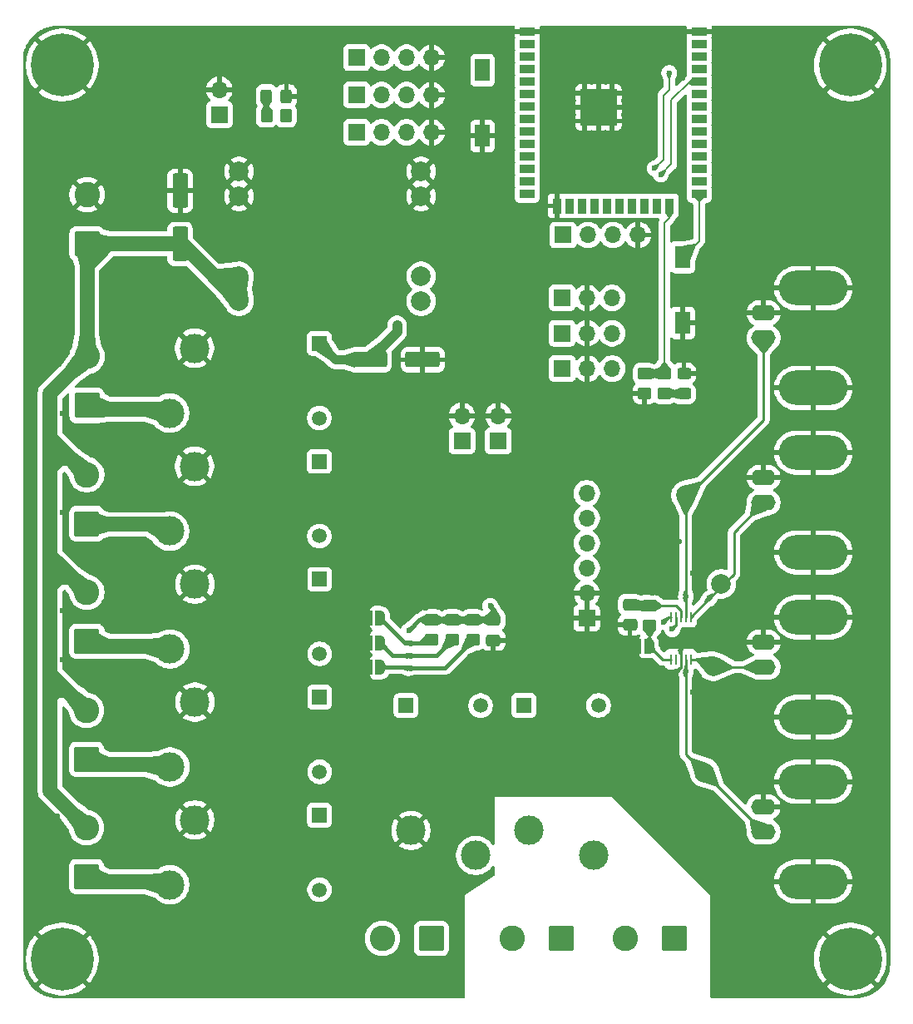
<source format=gbr>
%TF.GenerationSoftware,KiCad,Pcbnew,9.0.0*%
%TF.CreationDate,2025-03-11T10:11:03+01:00*%
%TF.ProjectId,PCB_Watersysteem,5043425f-5761-4746-9572-737973746565,rev?*%
%TF.SameCoordinates,Original*%
%TF.FileFunction,Copper,L1,Top*%
%TF.FilePolarity,Positive*%
%FSLAX46Y46*%
G04 Gerber Fmt 4.6, Leading zero omitted, Abs format (unit mm)*
G04 Created by KiCad (PCBNEW 9.0.0) date 2025-03-11 10:11:03*
%MOMM*%
%LPD*%
G01*
G04 APERTURE LIST*
G04 Aperture macros list*
%AMRoundRect*
0 Rectangle with rounded corners*
0 $1 Rounding radius*
0 $2 $3 $4 $5 $6 $7 $8 $9 X,Y pos of 4 corners*
0 Add a 4 corners polygon primitive as box body*
4,1,4,$2,$3,$4,$5,$6,$7,$8,$9,$2,$3,0*
0 Add four circle primitives for the rounded corners*
1,1,$1+$1,$2,$3*
1,1,$1+$1,$4,$5*
1,1,$1+$1,$6,$7*
1,1,$1+$1,$8,$9*
0 Add four rect primitives between the rounded corners*
20,1,$1+$1,$2,$3,$4,$5,0*
20,1,$1+$1,$4,$5,$6,$7,0*
20,1,$1+$1,$6,$7,$8,$9,0*
20,1,$1+$1,$8,$9,$2,$3,0*%
%AMFreePoly0*
4,1,23,0.500000,-0.750000,0.000000,-0.750000,0.000000,-0.745722,-0.065263,-0.745722,-0.191342,-0.711940,-0.304381,-0.646677,-0.396677,-0.554381,-0.461940,-0.441342,-0.495722,-0.315263,-0.495722,-0.250000,-0.500000,-0.250000,-0.500000,0.250000,-0.495722,0.250000,-0.495722,0.315263,-0.461940,0.441342,-0.396677,0.554381,-0.304381,0.646677,-0.191342,0.711940,-0.065263,0.745722,0.000000,0.745722,
0.000000,0.750000,0.500000,0.750000,0.500000,-0.750000,0.500000,-0.750000,$1*%
%AMFreePoly1*
4,1,23,0.000000,0.745722,0.065263,0.745722,0.191342,0.711940,0.304381,0.646677,0.396677,0.554381,0.461940,0.441342,0.495722,0.315263,0.495722,0.250000,0.500000,0.250000,0.500000,-0.250000,0.495722,-0.250000,0.495722,-0.315263,0.461940,-0.441342,0.396677,-0.554381,0.304381,-0.646677,0.191342,-0.711940,0.065263,-0.745722,0.000000,-0.745722,0.000000,-0.750000,-0.500000,-0.750000,
-0.500000,0.750000,0.000000,0.750000,0.000000,0.745722,0.000000,0.745722,$1*%
G04 Aperture macros list end*
%TA.AperFunction,ComponentPad*%
%ADD10RoundRect,0.250000X1.050000X-1.050000X1.050000X1.050000X-1.050000X1.050000X-1.050000X-1.050000X0*%
%TD*%
%TA.AperFunction,ComponentPad*%
%ADD11C,2.600000*%
%TD*%
%TA.AperFunction,ComponentPad*%
%ADD12R,1.700000X1.700000*%
%TD*%
%TA.AperFunction,ComponentPad*%
%ADD13O,1.700000X1.700000*%
%TD*%
%TA.AperFunction,SMDPad,CuDef*%
%ADD14FreePoly0,0.000000*%
%TD*%
%TA.AperFunction,SMDPad,CuDef*%
%ADD15FreePoly1,0.000000*%
%TD*%
%TA.AperFunction,SMDPad,CuDef*%
%ADD16R,1.500000X2.300000*%
%TD*%
%TA.AperFunction,SMDPad,CuDef*%
%ADD17RoundRect,0.250000X0.350000X0.450000X-0.350000X0.450000X-0.350000X-0.450000X0.350000X-0.450000X0*%
%TD*%
%TA.AperFunction,SMDPad,CuDef*%
%ADD18RoundRect,0.250000X-0.450000X0.350000X-0.450000X-0.350000X0.450000X-0.350000X0.450000X0.350000X0*%
%TD*%
%TA.AperFunction,ComponentPad*%
%ADD19R,1.500000X1.500000*%
%TD*%
%TA.AperFunction,ComponentPad*%
%ADD20C,3.000000*%
%TD*%
%TA.AperFunction,ComponentPad*%
%ADD21C,1.500000*%
%TD*%
%TA.AperFunction,SMDPad,CuDef*%
%ADD22RoundRect,0.250000X-0.475000X0.337500X-0.475000X-0.337500X0.475000X-0.337500X0.475000X0.337500X0*%
%TD*%
%TA.AperFunction,ComponentPad*%
%ADD23RoundRect,0.250000X1.050000X1.050000X-1.050000X1.050000X-1.050000X-1.050000X1.050000X-1.050000X0*%
%TD*%
%TA.AperFunction,SMDPad,CuDef*%
%ADD24RoundRect,0.250000X0.325000X0.450000X-0.325000X0.450000X-0.325000X-0.450000X0.325000X-0.450000X0*%
%TD*%
%TA.AperFunction,SMDPad,CuDef*%
%ADD25RoundRect,0.250000X-0.450000X0.325000X-0.450000X-0.325000X0.450000X-0.325000X0.450000X0.325000X0*%
%TD*%
%TA.AperFunction,ComponentPad*%
%ADD26C,3.600000*%
%TD*%
%TA.AperFunction,ConnectorPad*%
%ADD27C,6.400000*%
%TD*%
%TA.AperFunction,SMDPad,CuDef*%
%ADD28R,0.250000X1.100000*%
%TD*%
%TA.AperFunction,ComponentPad*%
%ADD29C,2.000000*%
%TD*%
%TA.AperFunction,SMDPad,CuDef*%
%ADD30C,2.000000*%
%TD*%
%TA.AperFunction,ComponentPad*%
%ADD31O,2.500000X1.600000*%
%TD*%
%TA.AperFunction,ComponentPad*%
%ADD32O,7.000000X3.500000*%
%TD*%
%TA.AperFunction,SMDPad,CuDef*%
%ADD33RoundRect,0.250000X-1.500000X-0.550000X1.500000X-0.550000X1.500000X0.550000X-1.500000X0.550000X0*%
%TD*%
%TA.AperFunction,SMDPad,CuDef*%
%ADD34R,1.500000X0.900000*%
%TD*%
%TA.AperFunction,SMDPad,CuDef*%
%ADD35R,0.900000X1.500000*%
%TD*%
%TA.AperFunction,SMDPad,CuDef*%
%ADD36R,0.900000X0.900000*%
%TD*%
%TA.AperFunction,HeatsinkPad*%
%ADD37C,0.600000*%
%TD*%
%TA.AperFunction,HeatsinkPad*%
%ADD38R,3.800000X3.800000*%
%TD*%
%TA.AperFunction,SMDPad,CuDef*%
%ADD39RoundRect,0.250000X0.550000X-1.500000X0.550000X1.500000X-0.550000X1.500000X-0.550000X-1.500000X0*%
%TD*%
%TA.AperFunction,ViaPad*%
%ADD40C,0.600000*%
%TD*%
%TA.AperFunction,ViaPad*%
%ADD41C,0.800000*%
%TD*%
%TA.AperFunction,ViaPad*%
%ADD42C,0.700000*%
%TD*%
%TA.AperFunction,Conductor*%
%ADD43C,1.500000*%
%TD*%
%TA.AperFunction,Conductor*%
%ADD44C,0.250000*%
%TD*%
%TA.AperFunction,Conductor*%
%ADD45C,0.900000*%
%TD*%
%TA.AperFunction,Conductor*%
%ADD46C,1.000000*%
%TD*%
%TA.AperFunction,Conductor*%
%ADD47C,0.400000*%
%TD*%
%TA.AperFunction,Conductor*%
%ADD48C,0.200000*%
%TD*%
%TA.AperFunction,Conductor*%
%ADD49C,0.600000*%
%TD*%
G04 APERTURE END LIST*
D10*
%TO.P,J16,1,Pin_1*%
%TO.N,PUMP3*%
X47498000Y-113157000D03*
D11*
%TO.P,J16,2,Pin_2*%
%TO.N,12V*%
X47498000Y-108157000D03*
%TD*%
D10*
%TO.P,J20,1,Pin_1*%
%TO.N,AIR*%
X47472600Y-137109200D03*
D11*
%TO.P,J20,2,Pin_2*%
%TO.N,12V*%
X47472600Y-132109200D03*
%TD*%
D10*
%TO.P,J12,1,Pin_1*%
%TO.N,PUMP2*%
X47498000Y-101189800D03*
D11*
%TO.P,J12,2,Pin_2*%
%TO.N,12V*%
X47498000Y-96189800D03*
%TD*%
D10*
%TO.P,J6,1,Pin_1*%
%TO.N,PUMP1*%
X47523400Y-89154000D03*
D11*
%TO.P,J6,2,Pin_2*%
%TO.N,12V*%
X47523400Y-84154000D03*
%TD*%
D10*
%TO.P,J5,1,Pin_1*%
%TO.N,12V*%
X47523400Y-72694800D03*
D11*
%TO.P,J5,2,Pin_2*%
%TO.N,GND*%
X47523400Y-67694800D03*
%TD*%
D10*
%TO.P,J17,1,Pin_1*%
%TO.N,PUMP4*%
X47472600Y-125171200D03*
D11*
%TO.P,J17,2,Pin_2*%
%TO.N,12V*%
X47472600Y-120171200D03*
%TD*%
D12*
%TO.P,J11,1,Pin_1*%
%TO.N,3V3*%
X95920000Y-85400000D03*
D13*
%TO.P,J11,2,Pin_2*%
%TO.N,GND*%
X98460000Y-85400000D03*
%TO.P,J11,3,Pin_3*%
%TO.N,ENDSTOP1*%
X101000000Y-85400000D03*
%TD*%
D14*
%TO.P,JP4,1,A*%
%TO.N,GND*%
X103450000Y-113637500D03*
D15*
%TO.P,JP4,2,B*%
%TO.N,Net-(JP4-B)*%
X104750000Y-113637500D03*
%TD*%
D12*
%TO.P,J9,1,Pin_1*%
%TO.N,3V3*%
X95900000Y-81800000D03*
D13*
%TO.P,J9,2,Pin_2*%
%TO.N,GND*%
X98440000Y-81800000D03*
%TO.P,J9,3,Pin_3*%
%TO.N,ENDSTOP2*%
X100980000Y-81800000D03*
%TD*%
D16*
%TO.P,SW2,1,1*%
%TO.N,GPIO0*%
X108200000Y-74050000D03*
%TO.P,SW2,2,2*%
%TO.N,GND*%
X108200000Y-80750000D03*
%TD*%
D17*
%TO.P,R1,1*%
%TO.N,3V3*%
X67800000Y-59665000D03*
%TO.P,R1,2*%
%TO.N,Net-(D1-A)*%
X65800000Y-59665000D03*
%TD*%
D18*
%TO.P,R4,1*%
%TO.N,3V3*%
X104800000Y-109537500D03*
%TO.P,R4,2*%
%TO.N,Net-(JP4-B)*%
X104800000Y-111537500D03*
%TD*%
%TO.P,R6,1*%
%TO.N,3V3*%
X84726750Y-111000000D03*
%TO.P,R6,2*%
%TO.N,Net-(JP2-B)*%
X84726750Y-113000000D03*
%TD*%
D14*
%TO.P,JP2,1,A*%
%TO.N,GND*%
X76050000Y-113300000D03*
D15*
%TO.P,JP2,2,B*%
%TO.N,Net-(JP2-B)*%
X77350000Y-113300000D03*
%TD*%
D18*
%TO.P,R5,1*%
%TO.N,3V3*%
X82600000Y-111000000D03*
%TO.P,R5,2*%
%TO.N,Net-(JP1-B)*%
X82600000Y-113000000D03*
%TD*%
D14*
%TO.P,JP1,1,A*%
%TO.N,GND*%
X76050000Y-110800000D03*
D15*
%TO.P,JP1,2,B*%
%TO.N,Net-(JP1-B)*%
X77350000Y-110800000D03*
%TD*%
D19*
%TO.P,K1,1,COIL_1*%
%TO.N,5V*%
X71180000Y-82830000D03*
D20*
%TO.P,K1,2,COM*%
%TO.N,GND*%
X58480000Y-83330000D03*
%TO.P,K1,3,NO*%
%TO.N,PUMP1*%
X55940000Y-89930000D03*
D21*
%TO.P,K1,4,COIL_2*%
%TO.N,Net-(D4-A)*%
X71180000Y-90430000D03*
%TD*%
D22*
%TO.P,C4,1*%
%TO.N,3V3*%
X88900000Y-110962500D03*
%TO.P,C4,2*%
%TO.N,GND*%
X88900000Y-113037500D03*
%TD*%
D23*
%TO.P,J22,1,Pin_1*%
%TO.N,MIXER*%
X82600000Y-143400000D03*
D11*
%TO.P,J22,2,Pin_2*%
%TO.N,5V*%
X77600000Y-143400000D03*
%TD*%
D12*
%TO.P,J18,1,Pin_1*%
%TO.N,GND*%
X98400000Y-110800000D03*
D13*
%TO.P,J18,2,Pin_2*%
X98400000Y-108260000D03*
%TO.P,J18,3,Pin_3*%
%TO.N,Net-(J18-Pin_3)*%
X98400000Y-105720000D03*
%TO.P,J18,4,Pin_4*%
%TO.N,Net-(J18-Pin_4)*%
X98400000Y-103180000D03*
%TO.P,J18,5,Pin_5*%
%TO.N,Net-(J18-Pin_5)*%
X98400000Y-100640000D03*
%TO.P,J18,6,Pin_6*%
%TO.N,Net-(J18-Pin_6)*%
X98400000Y-98100000D03*
%TD*%
D23*
%TO.P,J24,1,Pin_1*%
%TO.N,UV*%
X107300000Y-143400000D03*
D11*
%TO.P,J24,2,Pin_2*%
%TO.N,Net-(J23-Pin_1)*%
X102300000Y-143400000D03*
%TD*%
D19*
%TO.P,K3,1,COIL_1*%
%TO.N,5V*%
X71200000Y-106833333D03*
D20*
%TO.P,K3,2,COM*%
%TO.N,GND*%
X58500000Y-107333333D03*
%TO.P,K3,3,NO*%
%TO.N,PUMP3*%
X55960000Y-113933333D03*
D21*
%TO.P,K3,4,COIL_2*%
%TO.N,Net-(D6-A)*%
X71200000Y-114433333D03*
%TD*%
D24*
%TO.P,D1,1,K*%
%TO.N,GND*%
X67825000Y-57665000D03*
%TO.P,D1,2,A*%
%TO.N,Net-(D1-A)*%
X65775000Y-57665000D03*
%TD*%
D25*
%TO.P,D2,1,K*%
%TO.N,GND*%
X108300000Y-85900000D03*
%TO.P,D2,2,A*%
%TO.N,Net-(D2-A)*%
X108300000Y-87950000D03*
%TD*%
D26*
%TO.P,H2,1,1*%
%TO.N,GND*%
X125250000Y-54500000D03*
D27*
X125250000Y-54500000D03*
%TD*%
D28*
%TO.P,U3,1,ADDR*%
%TO.N,Net-(JP4-B)*%
X107000000Y-114987500D03*
%TO.P,U3,2,ALERT/RDY*%
%TO.N,unconnected-(U3-ALERT{slash}RDY-Pad2)*%
X107500000Y-114987500D03*
%TO.P,U3,3,GND*%
%TO.N,GND*%
X108000000Y-114987500D03*
%TO.P,U3,4,AIN0*%
%TO.N,Nutr3*%
X108500000Y-114987500D03*
%TO.P,U3,5,AIN1*%
%TO.N,Nutr2*%
X109000000Y-114987500D03*
%TO.P,U3,6,AIN2*%
%TO.N,Nutr1*%
X109000000Y-110687500D03*
%TO.P,U3,7,AIN3*%
%TO.N,RefProbe*%
X108500000Y-110687500D03*
%TO.P,U3,8,VDD*%
%TO.N,3V3*%
X108000000Y-110687500D03*
%TO.P,U3,9,SDA*%
%TO.N,SDA0*%
X107500000Y-110687500D03*
%TO.P,U3,10,SCL*%
%TO.N,SCL0*%
X107000000Y-110687500D03*
%TD*%
D16*
%TO.P,SW1,1,1*%
%TO.N,ENABLE*%
X87800000Y-55020688D03*
%TO.P,SW1,2,2*%
%TO.N,GND*%
X87800000Y-61720688D03*
%TD*%
D12*
%TO.P,J14,1,Pin_1*%
%TO.N,Net-(J14-Pin_1)*%
X89400000Y-92740000D03*
D13*
%TO.P,J14,2,Pin_2*%
%TO.N,GND*%
X89400000Y-90200000D03*
%TD*%
D19*
%TO.P,K7,1,COIL_1*%
%TO.N,5V*%
X71190000Y-130840000D03*
D20*
%TO.P,K7,2,COM*%
%TO.N,GND*%
X58490000Y-131340000D03*
%TO.P,K7,3,NO*%
%TO.N,AIR*%
X55950000Y-137940000D03*
D21*
%TO.P,K7,4,COIL_2*%
%TO.N,Net-(D10-A)*%
X71190000Y-138440000D03*
%TD*%
D29*
%TO.P,U1,1,IN-*%
%TO.N,GND*%
X63000000Y-65332000D03*
X63000000Y-67872000D03*
%TO.P,U1,2,IN+*%
%TO.N,12V*%
X63000000Y-76000000D03*
X63000000Y-78540000D03*
%TO.P,U1,3,OUT+*%
%TO.N,5V*%
X81542000Y-76000000D03*
X81542000Y-78540000D03*
%TO.P,U1,4,OUT-*%
%TO.N,GND*%
X81542000Y-65332000D03*
X81542000Y-67872000D03*
%TD*%
D26*
%TO.P,H1,1,1*%
%TO.N,GND*%
X45000000Y-54500000D03*
D27*
X45000000Y-54500000D03*
%TD*%
D30*
%TO.P,TP1,1,1*%
%TO.N,RefProbe*%
X108500000Y-98300000D03*
%TD*%
D26*
%TO.P,H4,1,1*%
%TO.N,GND*%
X125250000Y-145500000D03*
D27*
X125250000Y-145500000D03*
%TD*%
D31*
%TO.P,J21,1,In*%
%TO.N,Nutr3*%
X116400000Y-132540000D03*
D32*
%TO.P,J21,2,Ext*%
%TO.N,GND*%
X121480000Y-127460000D03*
D31*
X116400000Y-130000000D03*
D32*
X121480000Y-137620000D03*
%TD*%
D12*
%TO.P,J1,1,Pin_1*%
%TO.N,3V3*%
X74980000Y-53750000D03*
D13*
%TO.P,J1,2,Pin_2*%
%TO.N,TRIG_WATER*%
X77520000Y-53750000D03*
%TO.P,J1,3,Pin_3*%
%TO.N,ECHO_WATER*%
X80060000Y-53750000D03*
%TO.P,J1,4,Pin_4*%
%TO.N,GND*%
X82600000Y-53750000D03*
%TD*%
D23*
%TO.P,J23,1,Pin_1*%
%TO.N,Net-(J23-Pin_1)*%
X95800000Y-143400000D03*
D11*
%TO.P,J23,2,Pin_2*%
%TO.N,230V*%
X90800000Y-143400000D03*
%TD*%
D33*
%TO.P,C2,1*%
%TO.N,5V*%
X76300000Y-84500000D03*
%TO.P,C2,2*%
%TO.N,GND*%
X81700000Y-84500000D03*
%TD*%
D30*
%TO.P,TP3,1,1*%
%TO.N,Nutr2*%
X111300000Y-115700000D03*
%TD*%
D34*
%TO.P,U2,1,GND*%
%TO.N,GND*%
X92350000Y-51080000D03*
%TO.P,U2,2,VDD*%
%TO.N,3V3*%
X92350000Y-52350000D03*
%TO.P,U2,3,EN*%
%TO.N,ENABLE*%
X92350000Y-53620000D03*
%TO.P,U2,4,SENSOR_VP*%
%TO.N,unconnected-(U2-SENSOR_VP-Pad4)*%
X92350000Y-54890000D03*
%TO.P,U2,5,SENSOR_VN*%
%TO.N,unconnected-(U2-SENSOR_VN-Pad5)*%
X92350000Y-56160000D03*
%TO.P,U2,6,IO34*%
%TO.N,unconnected-(U2-IO34-Pad6)*%
X92350000Y-57430000D03*
%TO.P,U2,7,IO35*%
%TO.N,unconnected-(U2-IO35-Pad7)*%
X92350000Y-58700000D03*
%TO.P,U2,8,IO32*%
%TO.N,ECHO_WATER*%
X92350000Y-59970000D03*
%TO.P,U2,9,IO33*%
%TO.N,TRIG_WATER*%
X92350000Y-61240000D03*
%TO.P,U2,10,IO25*%
%TO.N,ECHO_NUT*%
X92350000Y-62510000D03*
%TO.P,U2,11,IO26*%
%TO.N,TRIG_NUT*%
X92350000Y-63780000D03*
%TO.P,U2,12,IO27*%
%TO.N,ECHO_MIX*%
X92350000Y-65050000D03*
%TO.P,U2,13,IO14*%
%TO.N,TRIG_MIX*%
X92350000Y-66320000D03*
%TO.P,U2,14,IO12*%
%TO.N,unconnected-(U2-IO12-Pad14)*%
X92350000Y-67590000D03*
D35*
%TO.P,U2,15,GND*%
%TO.N,GND*%
X95390000Y-68840000D03*
%TO.P,U2,16,IO13*%
%TO.N,unconnected-(U2-IO13-Pad16)*%
X96660000Y-68840000D03*
%TO.P,U2,17,SHD/SD2*%
%TO.N,unconnected-(U2-SHD{slash}SD2-Pad17)*%
X97930000Y-68840000D03*
%TO.P,U2,18,SWP/SD3*%
%TO.N,unconnected-(U2-SWP{slash}SD3-Pad18)*%
X99200000Y-68840000D03*
%TO.P,U2,19,SCS/CMD*%
%TO.N,unconnected-(U2-SCS{slash}CMD-Pad19)*%
X100470000Y-68840000D03*
%TO.P,U2,20,SCK/CLK*%
%TO.N,unconnected-(U2-SCK{slash}CLK-Pad20)*%
X101740000Y-68840000D03*
%TO.P,U2,21,SDO/SD0*%
%TO.N,unconnected-(U2-SDO{slash}SD0-Pad21)*%
X103010000Y-68840000D03*
%TO.P,U2,22,SDI/SD1*%
%TO.N,unconnected-(U2-SDI{slash}SD1-Pad22)*%
X104280000Y-68840000D03*
%TO.P,U2,23,IO15*%
%TO.N,unconnected-(U2-IO15-Pad23)*%
X105550000Y-68840000D03*
%TO.P,U2,24,IO2*%
%TO.N,GPIO2*%
X106820000Y-68840000D03*
D34*
%TO.P,U2,25,IO0*%
%TO.N,GPIO0*%
X109850000Y-67590000D03*
%TO.P,U2,26,IO4*%
%TO.N,unconnected-(U2-IO4-Pad26)*%
X109850000Y-66320000D03*
%TO.P,U2,27,IO16*%
%TO.N,unconnected-(U2-IO16-Pad27)*%
X109850000Y-65050000D03*
%TO.P,U2,28,IO17*%
%TO.N,SCL0*%
X109850000Y-63780000D03*
%TO.P,U2,29,IO5*%
%TO.N,GPIO5*%
X109850000Y-62510000D03*
%TO.P,U2,30,IO18*%
%TO.N,SDA0*%
X109850000Y-61240000D03*
%TO.P,U2,31,IO19*%
%TO.N,unconnected-(U2-IO19-Pad31)*%
X109850000Y-59970000D03*
%TO.P,U2,32,NC*%
%TO.N,unconnected-(U2-NC-Pad32)*%
X109850000Y-58700000D03*
%TO.P,U2,33,IO21*%
%TO.N,unconnected-(U2-IO21-Pad33)*%
X109850000Y-57430000D03*
%TO.P,U2,34,RXD0/IO3*%
%TO.N,RX0*%
X109850000Y-56160000D03*
%TO.P,U2,35,TXD0/IO1*%
%TO.N,TX0*%
X109850000Y-54890000D03*
%TO.P,U2,36,IO22*%
%TO.N,unconnected-(U2-IO22-Pad36)*%
X109850000Y-53620000D03*
%TO.P,U2,37,IO23*%
%TO.N,unconnected-(U2-IO23-Pad37)*%
X109850000Y-52350000D03*
%TO.P,U2,38,GND*%
%TO.N,GND*%
X109850000Y-51080000D03*
D36*
%TO.P,U2,39,GND*%
X98200000Y-57400000D03*
D37*
X98200000Y-58100000D03*
D36*
X98200000Y-58800000D03*
D37*
X98200000Y-59500000D03*
D36*
X98200000Y-60200000D03*
D37*
X98900000Y-57400000D03*
X98900000Y-58800000D03*
X98900000Y-60200000D03*
X99575000Y-58100000D03*
X99575000Y-59500000D03*
D36*
X99600000Y-57400000D03*
X99600000Y-58800000D03*
D38*
X99600000Y-58800000D03*
D36*
X99600000Y-60200000D03*
D37*
X100300000Y-57400000D03*
X100300000Y-58800000D03*
X100300000Y-60200000D03*
D36*
X101000000Y-57400000D03*
D37*
X101000000Y-58100000D03*
D36*
X101000000Y-58800000D03*
D37*
X101000000Y-59500000D03*
D36*
X101000000Y-60200000D03*
%TD*%
D12*
%TO.P,J8,1,Pin_1*%
%TO.N,3V3*%
X95895000Y-78200000D03*
D13*
%TO.P,J8,2,Pin_2*%
%TO.N,GND*%
X98435000Y-78200000D03*
%TO.P,J8,3,Pin_3*%
%TO.N,ENDSTOP3*%
X100975000Y-78200000D03*
%TD*%
D12*
%TO.P,J4,1,Pin_1*%
%TO.N,3V3*%
X61000000Y-59540000D03*
D13*
%TO.P,J4,2,Pin_2*%
%TO.N,GND*%
X61000000Y-57000000D03*
%TD*%
D18*
%TO.P,R3,1*%
%TO.N,GPIO2*%
X106300000Y-85900000D03*
%TO.P,R3,2*%
%TO.N,Net-(D2-A)*%
X106300000Y-87900000D03*
%TD*%
D19*
%TO.P,K4,1,COIL_1*%
%TO.N,5V*%
X71200000Y-118840000D03*
D20*
%TO.P,K4,2,COM*%
%TO.N,GND*%
X58500000Y-119340000D03*
%TO.P,K4,3,NO*%
%TO.N,PUMP4*%
X55960000Y-125940000D03*
D21*
%TO.P,K4,4,COIL_2*%
%TO.N,Net-(D9-A)*%
X71200000Y-126440000D03*
%TD*%
D31*
%TO.P,J10,1,In*%
%TO.N,RefProbe*%
X116400000Y-82290000D03*
D32*
%TO.P,J10,2,Ext*%
%TO.N,GND*%
X121480000Y-77210000D03*
D31*
X116400000Y-79750000D03*
D32*
X121480000Y-87370000D03*
%TD*%
D12*
%TO.P,J7,1,Pin_1*%
%TO.N,3V3*%
X96000000Y-71800000D03*
D13*
%TO.P,J7,2,Pin_2*%
%TO.N,TX0*%
X98540000Y-71800000D03*
%TO.P,J7,3,Pin_3*%
%TO.N,RX0*%
X101080000Y-71800000D03*
%TO.P,J7,4,Pin_4*%
%TO.N,GND*%
X103620000Y-71800000D03*
%TD*%
D30*
%TO.P,TP4,1,1*%
%TO.N,Nutr3*%
X110400000Y-126500000D03*
%TD*%
D22*
%TO.P,C3,1*%
%TO.N,3V3*%
X102800000Y-109400000D03*
%TO.P,C3,2*%
%TO.N,GND*%
X102800000Y-111475000D03*
%TD*%
D30*
%TO.P,TP2,1,1*%
%TO.N,Nutr1*%
X112100000Y-107300000D03*
%TD*%
D12*
%TO.P,J13,1,Pin_1*%
%TO.N,Net-(J13-Pin_1)*%
X85700000Y-92740000D03*
D13*
%TO.P,J13,2,Pin_2*%
%TO.N,GND*%
X85700000Y-90200000D03*
%TD*%
D31*
%TO.P,J15,1,In*%
%TO.N,Nutr1*%
X116400000Y-99040000D03*
D32*
%TO.P,J15,2,Ext*%
%TO.N,GND*%
X121480000Y-93960000D03*
D31*
X116400000Y-96500000D03*
D32*
X121480000Y-104120000D03*
%TD*%
D19*
%TO.P,K6,1,COIL_1*%
%TO.N,5V*%
X92010000Y-119680000D03*
D20*
%TO.P,K6,2,COM*%
%TO.N,230V*%
X92510000Y-132380000D03*
%TO.P,K6,3,NO*%
%TO.N,UV*%
X99110000Y-134920000D03*
D21*
%TO.P,K6,4,COIL_2*%
%TO.N,Net-(D7-A)*%
X99610000Y-119680000D03*
%TD*%
D18*
%TO.P,R7,1*%
%TO.N,3V3*%
X86800000Y-111000000D03*
%TO.P,R7,2*%
%TO.N,Net-(JP3-B)*%
X86800000Y-113000000D03*
%TD*%
D19*
%TO.P,K5,1,COIL_1*%
%TO.N,5V*%
X80000000Y-119700000D03*
D20*
%TO.P,K5,2,COM*%
%TO.N,GND*%
X80500000Y-132400000D03*
%TO.P,K5,3,NO*%
%TO.N,MIXER*%
X87100000Y-134940000D03*
D21*
%TO.P,K5,4,COIL_2*%
%TO.N,Net-(D8-A)*%
X87600000Y-119700000D03*
%TD*%
D26*
%TO.P,H3,1,1*%
%TO.N,GND*%
X45000000Y-145500000D03*
D27*
X45000000Y-145500000D03*
%TD*%
D12*
%TO.P,J3,1,Pin_1*%
%TO.N,3V3*%
X74980000Y-61350000D03*
D13*
%TO.P,J3,2,Pin_2*%
%TO.N,TRIG_MIX*%
X77520000Y-61350000D03*
%TO.P,J3,3,Pin_3*%
%TO.N,ECHO_MIX*%
X80060000Y-61350000D03*
%TO.P,J3,4,Pin_4*%
%TO.N,GND*%
X82600000Y-61350000D03*
%TD*%
D14*
%TO.P,JP3,1,A*%
%TO.N,GND*%
X76050000Y-115800000D03*
D15*
%TO.P,JP3,2,B*%
%TO.N,Net-(JP3-B)*%
X77350000Y-115800000D03*
%TD*%
D39*
%TO.P,C1,1*%
%TO.N,12V*%
X57000000Y-72700000D03*
%TO.P,C1,2*%
%TO.N,GND*%
X57000000Y-67300000D03*
%TD*%
D18*
%TO.P,R2,1*%
%TO.N,GPIO2*%
X104300000Y-85925000D03*
%TO.P,R2,2*%
%TO.N,GND*%
X104300000Y-87925000D03*
%TD*%
D19*
%TO.P,K2,1,COIL_1*%
%TO.N,5V*%
X71180000Y-94840000D03*
D20*
%TO.P,K2,2,COM*%
%TO.N,GND*%
X58480000Y-95340000D03*
%TO.P,K2,3,NO*%
%TO.N,PUMP2*%
X55940000Y-101940000D03*
D21*
%TO.P,K2,4,COIL_2*%
%TO.N,Net-(D5-A)*%
X71180000Y-102440000D03*
%TD*%
D12*
%TO.P,J2,1,Pin_1*%
%TO.N,3V3*%
X74980000Y-57550000D03*
D13*
%TO.P,J2,2,Pin_2*%
%TO.N,TRIG_NUT*%
X77520000Y-57550000D03*
%TO.P,J2,3,Pin_3*%
%TO.N,ECHO_NUT*%
X80060000Y-57550000D03*
%TO.P,J2,4,Pin_4*%
%TO.N,GND*%
X82600000Y-57550000D03*
%TD*%
D31*
%TO.P,J19,1,In*%
%TO.N,Nutr2*%
X116400000Y-115790000D03*
D32*
%TO.P,J19,2,Ext*%
%TO.N,GND*%
X121480000Y-110710000D03*
D31*
X116400000Y-113250000D03*
D32*
X121480000Y-120870000D03*
%TD*%
D40*
%TO.N,GND*%
X44678600Y-84937600D03*
X50038000Y-88011000D03*
X85852000Y-108204000D03*
X85852000Y-109728000D03*
X86360000Y-100584000D03*
X86360000Y-102616000D03*
X86360000Y-104648000D03*
X86360000Y-106680000D03*
X84328000Y-106680000D03*
X84328000Y-104648000D03*
X84328000Y-102616000D03*
X84328000Y-100584000D03*
X82296000Y-100584000D03*
X82296000Y-102616000D03*
X82296000Y-104648000D03*
X115000000Y-75000000D03*
X115000000Y-55000000D03*
X100000000Y-55000000D03*
X100000000Y-65000000D03*
X95000000Y-65000000D03*
X95000000Y-60000000D03*
X90000000Y-70000000D03*
X85000000Y-85000000D03*
X90000000Y-85000000D03*
X90000000Y-80000000D03*
X90000000Y-75000000D03*
X105000000Y-75000000D03*
X105000000Y-80000000D03*
X105000000Y-90000000D03*
X104300000Y-87925000D03*
X80000000Y-90000000D03*
X80000000Y-95000000D03*
X90000000Y-125000000D03*
X95000000Y-125000000D03*
X100000000Y-125000000D03*
X105000000Y-120000000D03*
X105000000Y-125000000D03*
X50000000Y-55000000D03*
X55000000Y-55000000D03*
X60000000Y-55000000D03*
X65000000Y-55000000D03*
X70000000Y-55000000D03*
X70000000Y-60000000D03*
X55000000Y-60000000D03*
X50000000Y-60000000D03*
X45000000Y-60000000D03*
X45000000Y-65000000D03*
X50000000Y-65000000D03*
X60000000Y-65000000D03*
X65000000Y-65000000D03*
X70000000Y-65000000D03*
X85000000Y-70000000D03*
X80000000Y-70000000D03*
X65000000Y-70000000D03*
X60000000Y-70000000D03*
X55000000Y-70000000D03*
X50000000Y-70000000D03*
X45000000Y-70000000D03*
X50000000Y-75000000D03*
X65000000Y-75000000D03*
X85000000Y-75000000D03*
X85000000Y-80000000D03*
X70000000Y-80000000D03*
X65000000Y-80000000D03*
X60000000Y-80000000D03*
X55000000Y-80000000D03*
X45000000Y-80000000D03*
X50000000Y-85000000D03*
X65000000Y-85000000D03*
X60000000Y-90000000D03*
X45000000Y-90000000D03*
X50000000Y-95000000D03*
X55000000Y-95000000D03*
X45000000Y-100000000D03*
X50012600Y-99669600D03*
X60000000Y-100000000D03*
X55000000Y-105000000D03*
X60000000Y-105000000D03*
X60000000Y-125000000D03*
X60000000Y-115000000D03*
X60000000Y-110000000D03*
X50000000Y-110000000D03*
X45000000Y-110000000D03*
X45000000Y-115000000D03*
X110000000Y-130000000D03*
X105000000Y-130000000D03*
X85000000Y-130000000D03*
X80000000Y-130000000D03*
X55000000Y-130000000D03*
X50000000Y-130000000D03*
X44475400Y-130962400D03*
X45000000Y-135000000D03*
X50000000Y-135000000D03*
X60000000Y-135000000D03*
X70000000Y-135000000D03*
X80000000Y-135000000D03*
X85000000Y-140000000D03*
X80000000Y-140000000D03*
X75000000Y-140000000D03*
X65000000Y-140000000D03*
X60000000Y-140000000D03*
X55000000Y-140000000D03*
X50000000Y-140000000D03*
X45000000Y-140000000D03*
X67132200Y-136931400D03*
X67132200Y-124993400D03*
X67132200Y-113030000D03*
X67106800Y-100965000D03*
X108100000Y-95400000D03*
X97300000Y-80000000D03*
X81700000Y-120600000D03*
X115500000Y-84100000D03*
X93100000Y-94500000D03*
X90600000Y-50900000D03*
D41*
X69500000Y-73625000D03*
D40*
X102400000Y-81000000D03*
X73500000Y-82800000D03*
X102800000Y-111475000D03*
X74650000Y-93337500D03*
D41*
X73500000Y-69500000D03*
D40*
X95000000Y-102700000D03*
X82000000Y-109800000D03*
X67100000Y-93800000D03*
X67200000Y-117800000D03*
X98500000Y-53600000D03*
X104000000Y-83800000D03*
D41*
X81700000Y-84500000D03*
D40*
X87800000Y-52362500D03*
X95400000Y-104900000D03*
X78900000Y-129500000D03*
X98700000Y-51000000D03*
X76050000Y-115800000D03*
X69300000Y-140000000D03*
D41*
X70000000Y-75962500D03*
D40*
X67825000Y-57665000D03*
X104000000Y-80900000D03*
X108000000Y-113937500D03*
X92350000Y-51080000D03*
X98400000Y-66800000D03*
X110900000Y-118237500D03*
X94100000Y-98400000D03*
X108200000Y-76237500D03*
D41*
X78500000Y-74000000D03*
D40*
X82300000Y-106500000D03*
X87800000Y-61720688D03*
X101500000Y-83800000D03*
D41*
X78000000Y-69500000D03*
D40*
X114000000Y-131600000D03*
X94400000Y-80000000D03*
X104100000Y-65200000D03*
X67100000Y-129500000D03*
X109850000Y-51080000D03*
X115400000Y-101400000D03*
D41*
X78500000Y-72500000D03*
D40*
X114500000Y-129100000D03*
X76050000Y-128862500D03*
X107300000Y-65600000D03*
X114000000Y-114800000D03*
D41*
X72000000Y-69500000D03*
D40*
X90700000Y-110800000D03*
D41*
X71500000Y-76500000D03*
D40*
X67100000Y-89100000D03*
X85650000Y-118225000D03*
X117400000Y-84200000D03*
X71300000Y-85200000D03*
X74350000Y-114000000D03*
X74550000Y-103637500D03*
D41*
X96398000Y-54400000D03*
D40*
X94700000Y-75800000D03*
D41*
X71500000Y-75000000D03*
D40*
X89800000Y-119800000D03*
X68400000Y-83300000D03*
X95300000Y-120100000D03*
X84000000Y-98200000D03*
X110500000Y-106300000D03*
X108200000Y-80750000D03*
X103400000Y-56100000D03*
X79200000Y-126800000D03*
X81600000Y-80900000D03*
X105800000Y-67300000D03*
X105900000Y-93600000D03*
D41*
X77300000Y-77650000D03*
D40*
X108200000Y-55800000D03*
X114000000Y-116700000D03*
X107600000Y-116237500D03*
X102900000Y-63000000D03*
X114200000Y-99700000D03*
D41*
X71500000Y-72000000D03*
D40*
X76500000Y-121000000D03*
X79100000Y-78700000D03*
X97300000Y-83600000D03*
X87600000Y-115100000D03*
X96100000Y-106800000D03*
X109200000Y-106200000D03*
X105156000Y-108280200D03*
X107800000Y-103000000D03*
X94100000Y-83700000D03*
X74550000Y-122262500D03*
X86400000Y-99300000D03*
D41*
X71500000Y-73500000D03*
X76500000Y-69500000D03*
D40*
X76500000Y-86400000D03*
X77100000Y-81600000D03*
X74300000Y-100700000D03*
D41*
X57000000Y-67300000D03*
D40*
X96900000Y-108500000D03*
X72700000Y-119700000D03*
X67100000Y-105900000D03*
X93500000Y-86600000D03*
X109200000Y-118337500D03*
D41*
X78500000Y-75500000D03*
D40*
X94662500Y-116450000D03*
D41*
X94400000Y-54400000D03*
D40*
X108300000Y-85900000D03*
X95390000Y-68840000D03*
%TO.N,5V*%
X79100000Y-81000000D03*
D42*
%TO.N,3V3*%
X92350000Y-52350000D03*
D40*
X67800000Y-59665000D03*
X88575001Y-109530000D03*
X80300000Y-112070000D03*
X102800000Y-109400000D03*
D42*
%TO.N,ENABLE*%
X87800000Y-55020688D03*
X92350000Y-53620000D03*
D40*
%TO.N,GPIO0*%
X108200000Y-74050000D03*
X109850000Y-67600000D03*
%TO.N,RefProbe*%
X108500000Y-108600000D03*
%TO.N,Nutr2*%
X111140000Y-115727500D03*
%TO.N,Nutr3*%
X108500000Y-116237500D03*
%TO.N,Nutr1*%
X110893750Y-108793750D03*
%TO.N,TX0*%
X105320000Y-65020000D03*
X106800000Y-55300000D03*
D42*
X109850000Y-54890000D03*
D40*
%TO.N,RX0*%
X105950000Y-65650000D03*
%TO.N,TRIG_WATER*%
X92350000Y-61240000D03*
%TO.N,ECHO_WATER*%
X92350000Y-59970000D03*
%TO.N,TRIG_NUT*%
X92350000Y-63780000D03*
%TO.N,ECHO_NUT*%
X92350000Y-62510000D03*
%TO.N,ECHO_MIX*%
X92350000Y-65050000D03*
%TO.N,TRIG_MIX*%
X92350000Y-66320000D03*
%TO.N,Net-(JP1-B)*%
X80300000Y-113340000D03*
%TO.N,Net-(JP2-B)*%
X80300000Y-114610000D03*
%TO.N,Net-(JP3-B)*%
X80300000Y-115880000D03*
%TO.N,GPIO5*%
X109850000Y-62510000D03*
%TO.N,SDA0*%
X109850000Y-61240000D03*
X107088500Y-111926000D03*
%TO.N,SCL0*%
X106250000Y-111187500D03*
X109850000Y-63780000D03*
%TD*%
D43*
%TO.N,12V*%
X43749000Y-128385600D02*
X47472600Y-132109200D01*
X43749000Y-118821200D02*
X43749000Y-128385600D01*
X43749000Y-87928400D02*
X43749000Y-92303600D01*
X47523400Y-84154000D02*
X43749000Y-87928400D01*
X45847000Y-94538800D02*
X44765000Y-94538800D01*
X43749000Y-92303600D02*
X43749000Y-95554800D01*
X45847000Y-94538800D02*
X47498000Y-96189800D01*
X44765000Y-94538800D02*
X43749000Y-95554800D01*
X43749000Y-107558800D02*
X43749000Y-109651800D01*
X44638600Y-106669200D02*
X43749000Y-107558800D01*
X46010200Y-106669200D02*
X44638600Y-106669200D01*
X43749000Y-109651800D02*
X43749000Y-116179600D01*
X46010200Y-106669200D02*
X47498000Y-108157000D01*
X44445600Y-118124600D02*
X43749000Y-118821200D01*
X45959400Y-118658000D02*
X45426000Y-118124600D01*
X45426000Y-118124600D02*
X44445600Y-118124600D01*
X45959400Y-118658000D02*
X47472600Y-120171200D01*
X43749000Y-95554800D02*
X43749000Y-102031800D01*
X43749000Y-92440800D02*
X45847000Y-94538800D01*
X43749000Y-92303600D02*
X43749000Y-92440800D01*
X43749000Y-104408000D02*
X46010200Y-106669200D01*
X43749000Y-102031800D02*
X43749000Y-109651800D01*
X43749000Y-102031800D02*
X43749000Y-104408000D01*
X43749000Y-116179600D02*
X43749000Y-116447600D01*
X43749000Y-116447600D02*
X45959400Y-118658000D01*
X43749000Y-116179600D02*
X43749000Y-118821200D01*
X50165000Y-72700000D02*
X49677200Y-72700000D01*
X47523400Y-74853800D02*
X47523400Y-84154000D01*
X50165000Y-72700000D02*
X47528600Y-72700000D01*
X49677200Y-72700000D02*
X47523400Y-74853800D01*
X47523400Y-72694800D02*
X47523400Y-74853800D01*
X47528600Y-72700000D02*
X47523400Y-72694800D01*
X57000000Y-72700000D02*
X50165000Y-72700000D01*
%TO.N,PUMP1*%
X55495000Y-89535000D02*
X47904400Y-89535000D01*
X55890000Y-89930000D02*
X55495000Y-89535000D01*
X47904400Y-89535000D02*
X47523400Y-89154000D01*
X55940000Y-89930000D02*
X55890000Y-89930000D01*
%TO.N,12V*%
X47500000Y-84130600D02*
X47523400Y-84154000D01*
%TO.N,PUMP2*%
X47662667Y-101256667D02*
X47498000Y-101092000D01*
X55250000Y-101256667D02*
X47662667Y-101256667D01*
X55940000Y-101940000D02*
X55933333Y-101940000D01*
X55933333Y-101940000D02*
X55250000Y-101256667D01*
%TO.N,PUMP4*%
X55960000Y-125900000D02*
X55960000Y-125940000D01*
X55764600Y-125704600D02*
X55960000Y-125900000D01*
X48006000Y-125704600D02*
X55764600Y-125704600D01*
X47472600Y-125171200D02*
X48006000Y-125704600D01*
%TO.N,AIR*%
X48006000Y-137642600D02*
X55735933Y-137642600D01*
X55950000Y-137856667D02*
X55950000Y-137940000D01*
X47472600Y-137109200D02*
X48006000Y-137642600D01*
X55735933Y-137642600D02*
X55950000Y-137856667D01*
%TO.N,PUMP3*%
X55717067Y-113690400D02*
X55960000Y-113933333D01*
X48031400Y-113690400D02*
X55717067Y-113690400D01*
X47498000Y-113157000D02*
X48031400Y-113690400D01*
%TO.N,12V*%
X60500000Y-76040000D02*
X63000000Y-78540000D01*
X57200000Y-72700000D02*
X60500000Y-76000000D01*
X63000000Y-76000000D02*
X63000000Y-78540000D01*
X60500000Y-76000000D02*
X63000000Y-76000000D01*
X57000000Y-72700000D02*
X57200000Y-72700000D01*
X60500000Y-76000000D02*
X60500000Y-76040000D01*
D44*
%TO.N,GND*%
X108000000Y-114987500D02*
X108000000Y-113937500D01*
X108000000Y-114987500D02*
X108000000Y-115837500D01*
X108000000Y-113937500D02*
X108000000Y-113837500D01*
X108000000Y-115837500D02*
X107600000Y-116237500D01*
D45*
%TO.N,5V*%
X72800000Y-84500000D02*
X71180000Y-82880000D01*
D46*
X79100000Y-81650000D02*
X79100000Y-81000000D01*
X76300000Y-84450000D02*
X79100000Y-81650000D01*
D45*
X76300000Y-84500000D02*
X72800000Y-84500000D01*
X71180000Y-82880000D02*
X71180000Y-82830000D01*
D46*
X76300000Y-84500000D02*
X76300000Y-84450000D01*
D44*
%TO.N,3V3*%
X102937500Y-109537500D02*
X102800000Y-109400000D01*
D47*
X86837500Y-110962500D02*
X86800000Y-111000000D01*
D44*
X107500000Y-109537500D02*
X104800000Y-109537500D01*
D45*
X104800000Y-109537500D02*
X102937500Y-109537500D01*
D47*
X81370000Y-111000000D02*
X80300000Y-112070000D01*
X84726750Y-111000000D02*
X82600000Y-111000000D01*
X82600000Y-111000000D02*
X81370000Y-111000000D01*
D44*
X108000000Y-110037500D02*
X108000000Y-110687500D01*
D47*
X88900000Y-110962500D02*
X86837500Y-110962500D01*
X88900000Y-110962500D02*
X88900000Y-109854999D01*
D44*
X107500000Y-109537500D02*
X108000000Y-110037500D01*
D47*
X86800000Y-111000000D02*
X84726750Y-111000000D01*
X88900000Y-109854999D02*
X88575001Y-109530000D01*
D48*
%TO.N,GPIO0*%
X109850000Y-67600000D02*
X109850000Y-67590000D01*
X108200000Y-74050000D02*
X109850000Y-72400000D01*
X109850000Y-72400000D02*
X109850000Y-67600000D01*
D44*
%TO.N,RefProbe*%
X108500000Y-110687500D02*
X108500000Y-108600000D01*
X110900000Y-96100000D02*
X116400000Y-90600000D01*
X116400000Y-90600000D02*
X116400000Y-82290000D01*
X108500000Y-108600000D02*
X108500000Y-98500000D01*
X108500000Y-98500000D02*
X110900000Y-96100000D01*
%TO.N,Nutr2*%
X111140000Y-115727500D02*
X111202500Y-115790000D01*
X109000000Y-114987500D02*
X110400000Y-114987500D01*
X110400000Y-114987500D02*
X111140000Y-115727500D01*
X111202500Y-115790000D02*
X116400000Y-115790000D01*
%TO.N,Nutr3*%
X108500000Y-124640000D02*
X108500000Y-116237500D01*
X110900000Y-127040000D02*
X108500000Y-124640000D01*
X116400000Y-132540000D02*
X110900000Y-127040000D01*
X108500000Y-116237500D02*
X108500000Y-114987500D01*
%TO.N,Nutr1*%
X113400000Y-106287500D02*
X113400000Y-102040000D01*
X113400000Y-102040000D02*
X116400000Y-99040000D01*
X110893750Y-108793750D02*
X111000000Y-108687500D01*
X109000000Y-110687500D02*
X110893750Y-108793750D01*
X111000000Y-108687500D02*
X113400000Y-106287500D01*
D49*
%TO.N,Net-(D2-A)*%
X106350000Y-87950000D02*
X106300000Y-87900000D01*
X108300000Y-87950000D02*
X106350000Y-87950000D01*
D48*
%TO.N,Net-(D1-A)*%
X65775000Y-57665000D02*
X65775000Y-59640000D01*
X65775000Y-59640000D02*
X65800000Y-59665000D01*
%TO.N,TX0*%
X106800000Y-57000000D02*
X106800000Y-55300000D01*
X106200000Y-64140000D02*
X106200000Y-57600000D01*
X106200000Y-57600000D02*
X106800000Y-57000000D01*
X105320000Y-65020000D02*
X106200000Y-64140000D01*
%TO.N,RX0*%
X107000000Y-58060000D02*
X108900000Y-56160000D01*
X105950000Y-65650000D02*
X107000000Y-64600000D01*
X108900000Y-56160000D02*
X109850000Y-56160000D01*
X107000000Y-64600000D02*
X107000000Y-58060000D01*
D47*
%TO.N,Net-(JP1-B)*%
X77350000Y-110800000D02*
X79890000Y-113340000D01*
X82260000Y-113340000D02*
X80300000Y-113340000D01*
X82600000Y-113000000D02*
X82260000Y-113340000D01*
X79890000Y-113340000D02*
X80300000Y-113340000D01*
%TO.N,Net-(JP2-B)*%
X78660000Y-114610000D02*
X80300000Y-114610000D01*
X83116750Y-114610000D02*
X80300000Y-114610000D01*
X77350000Y-113300000D02*
X78660000Y-114610000D01*
X84726750Y-113000000D02*
X83116750Y-114610000D01*
%TO.N,Net-(JP3-B)*%
X80220000Y-115800000D02*
X80300000Y-115880000D01*
X77350000Y-115800000D02*
X80220000Y-115800000D01*
X86800000Y-113000000D02*
X83920000Y-115880000D01*
X83920000Y-115880000D02*
X80300000Y-115880000D01*
D44*
%TO.N,Net-(JP4-B)*%
X104750000Y-113637500D02*
X106100000Y-114987500D01*
X104800000Y-111537500D02*
X104800000Y-113587500D01*
X106100000Y-114987500D02*
X107000000Y-114987500D01*
X104800000Y-113587500D02*
X104750000Y-113637500D01*
D48*
%TO.N,GPIO2*%
X106300000Y-85900000D02*
X106300000Y-70600000D01*
X106800000Y-70100000D02*
X106800000Y-68860000D01*
X106800000Y-68860000D02*
X106820000Y-68840000D01*
D49*
X106300000Y-85900000D02*
X104325000Y-85900000D01*
D48*
X106300000Y-70600000D02*
X106800000Y-70100000D01*
D44*
%TO.N,SDA0*%
X107500000Y-111514500D02*
X107500000Y-110687500D01*
X107088500Y-111926000D02*
X107500000Y-111514500D01*
%TO.N,SCL0*%
X106750000Y-110687500D02*
X107000000Y-110687500D01*
X106250000Y-111187500D02*
X106750000Y-110687500D01*
%TD*%
%TA.AperFunction,Conductor*%
%TO.N,GND*%
G36*
X98650000Y-110366988D02*
G01*
X98592993Y-110334075D01*
X98465826Y-110300000D01*
X98334174Y-110300000D01*
X98207007Y-110334075D01*
X98150000Y-110366988D01*
X98150000Y-108693012D01*
X98207007Y-108725925D01*
X98334174Y-108760000D01*
X98465826Y-108760000D01*
X98592993Y-108725925D01*
X98650000Y-108693012D01*
X98650000Y-110366988D01*
G37*
%TD.AperFunction*%
%TA.AperFunction,Conductor*%
G36*
X91043039Y-50520185D02*
G01*
X91088794Y-50572989D01*
X91100000Y-50624500D01*
X91100000Y-50830000D01*
X93600000Y-50830000D01*
X93600000Y-50624500D01*
X93619685Y-50557461D01*
X93672489Y-50511706D01*
X93724000Y-50500500D01*
X108476000Y-50500500D01*
X108543039Y-50520185D01*
X108588794Y-50572989D01*
X108600000Y-50624500D01*
X108600000Y-50830000D01*
X111100000Y-50830000D01*
X111100000Y-50624500D01*
X111119685Y-50557461D01*
X111172489Y-50511706D01*
X111224000Y-50500500D01*
X125734108Y-50500500D01*
X125796949Y-50500500D01*
X125803032Y-50500648D01*
X126136929Y-50517052D01*
X126149037Y-50518245D01*
X126162116Y-50520185D01*
X126476699Y-50566849D01*
X126488617Y-50569219D01*
X126809951Y-50649709D01*
X126821588Y-50653240D01*
X126892806Y-50678722D01*
X127133467Y-50764832D01*
X127144688Y-50769479D01*
X127444163Y-50911120D01*
X127454871Y-50916844D01*
X127738988Y-51087137D01*
X127749106Y-51093897D01*
X128015170Y-51291224D01*
X128024576Y-51298944D01*
X128270013Y-51521395D01*
X128278604Y-51529986D01*
X128443280Y-51711678D01*
X128501055Y-51775423D01*
X128508775Y-51784829D01*
X128706102Y-52050893D01*
X128712862Y-52061011D01*
X128852065Y-52293258D01*
X128883148Y-52345116D01*
X128888883Y-52355844D01*
X129002249Y-52595537D01*
X129030514Y-52655297D01*
X129035170Y-52666540D01*
X129146759Y-52978411D01*
X129150292Y-52990055D01*
X129230777Y-53311369D01*
X129233151Y-53323305D01*
X129281754Y-53650962D01*
X129282947Y-53663071D01*
X129299351Y-53996966D01*
X129299500Y-54003051D01*
X129299500Y-145996948D01*
X129299351Y-146003033D01*
X129282947Y-146336928D01*
X129281754Y-146349037D01*
X129233151Y-146676694D01*
X129230777Y-146688630D01*
X129150292Y-147009944D01*
X129146759Y-147021588D01*
X129035170Y-147333459D01*
X129030514Y-147344702D01*
X128888885Y-147644151D01*
X128883148Y-147654883D01*
X128712862Y-147938988D01*
X128706102Y-147949106D01*
X128508775Y-148215170D01*
X128501055Y-148224576D01*
X128278611Y-148470006D01*
X128270006Y-148478611D01*
X128024576Y-148701055D01*
X128015170Y-148708775D01*
X127749106Y-148906102D01*
X127738988Y-148912862D01*
X127454883Y-149083148D01*
X127444151Y-149088885D01*
X127144702Y-149230514D01*
X127133459Y-149235170D01*
X126821588Y-149346759D01*
X126809944Y-149350292D01*
X126488630Y-149430777D01*
X126476694Y-149433151D01*
X126149037Y-149481754D01*
X126136928Y-149482947D01*
X125821989Y-149498419D01*
X125803031Y-149499351D01*
X125796949Y-149499500D01*
X111124000Y-149499500D01*
X111056961Y-149479815D01*
X111011206Y-149427011D01*
X111000000Y-149375500D01*
X111000000Y-145318234D01*
X121550000Y-145318234D01*
X121550000Y-145681765D01*
X121585632Y-146043556D01*
X121656550Y-146400090D01*
X121656553Y-146400101D01*
X121762086Y-146747997D01*
X121901207Y-147083864D01*
X121901209Y-147083869D01*
X122072570Y-147404462D01*
X122072581Y-147404480D01*
X122274551Y-147706750D01*
X122461678Y-147934765D01*
X122461679Y-147934766D01*
X123955747Y-146440697D01*
X124029588Y-146542330D01*
X124207670Y-146720412D01*
X124309301Y-146794251D01*
X122815232Y-148288319D01*
X122815233Y-148288320D01*
X123043249Y-148475448D01*
X123345519Y-148677418D01*
X123345537Y-148677429D01*
X123666130Y-148848790D01*
X123666135Y-148848792D01*
X124002002Y-148987913D01*
X124349898Y-149093446D01*
X124349909Y-149093449D01*
X124706443Y-149164367D01*
X125068234Y-149200000D01*
X125431766Y-149200000D01*
X125793556Y-149164367D01*
X126150090Y-149093449D01*
X126150101Y-149093446D01*
X126497997Y-148987913D01*
X126833864Y-148848792D01*
X126833869Y-148848790D01*
X127154462Y-148677429D01*
X127154480Y-148677418D01*
X127456736Y-148475457D01*
X127456750Y-148475447D01*
X127684765Y-148288320D01*
X127684766Y-148288319D01*
X126190698Y-146794251D01*
X126292330Y-146720412D01*
X126470412Y-146542330D01*
X126544251Y-146440698D01*
X128038319Y-147934766D01*
X128038320Y-147934765D01*
X128225447Y-147706750D01*
X128225457Y-147706736D01*
X128427418Y-147404480D01*
X128427429Y-147404462D01*
X128598790Y-147083869D01*
X128598792Y-147083864D01*
X128737913Y-146747997D01*
X128843446Y-146400101D01*
X128843449Y-146400090D01*
X128914367Y-146043556D01*
X128950000Y-145681765D01*
X128950000Y-145318234D01*
X128914367Y-144956443D01*
X128843449Y-144599909D01*
X128843446Y-144599898D01*
X128737913Y-144252002D01*
X128598792Y-143916135D01*
X128598790Y-143916130D01*
X128427429Y-143595537D01*
X128427418Y-143595519D01*
X128225448Y-143293249D01*
X128038320Y-143065233D01*
X128038319Y-143065232D01*
X126544251Y-144559300D01*
X126470412Y-144457670D01*
X126292330Y-144279588D01*
X126190698Y-144205748D01*
X127684766Y-142711679D01*
X127684765Y-142711678D01*
X127456750Y-142524551D01*
X127154480Y-142322581D01*
X127154462Y-142322570D01*
X126833869Y-142151209D01*
X126833864Y-142151207D01*
X126497997Y-142012086D01*
X126150101Y-141906553D01*
X126150090Y-141906550D01*
X125793556Y-141835632D01*
X125431766Y-141800000D01*
X125068234Y-141800000D01*
X124706443Y-141835632D01*
X124349909Y-141906550D01*
X124349898Y-141906553D01*
X124002002Y-142012086D01*
X123666135Y-142151207D01*
X123666130Y-142151209D01*
X123345537Y-142322570D01*
X123345519Y-142322581D01*
X123043258Y-142524545D01*
X123043254Y-142524548D01*
X122815233Y-142711679D01*
X122815233Y-142711680D01*
X124309301Y-144205748D01*
X124207670Y-144279588D01*
X124029588Y-144457670D01*
X123955748Y-144559301D01*
X122461680Y-143065233D01*
X122461679Y-143065233D01*
X122274548Y-143293254D01*
X122274545Y-143293258D01*
X122072581Y-143595519D01*
X122072570Y-143595537D01*
X121901209Y-143916130D01*
X121901207Y-143916135D01*
X121762086Y-144252002D01*
X121656553Y-144599898D01*
X121656550Y-144599909D01*
X121585632Y-144956443D01*
X121550000Y-145318234D01*
X111000000Y-145318234D01*
X111000000Y-139000000D01*
X109370000Y-137370000D01*
X117493497Y-137370000D01*
X120505038Y-137370000D01*
X120475000Y-137521016D01*
X120475000Y-137718984D01*
X120505038Y-137870000D01*
X117493498Y-137870000D01*
X117518496Y-138059884D01*
X117518499Y-138059897D01*
X117594835Y-138344790D01*
X117594838Y-138344800D01*
X117707704Y-138617281D01*
X117707709Y-138617292D01*
X117855174Y-138872707D01*
X117855185Y-138872723D01*
X118034729Y-139106709D01*
X118034735Y-139106716D01*
X118243283Y-139315264D01*
X118243290Y-139315270D01*
X118477276Y-139494814D01*
X118477292Y-139494825D01*
X118732707Y-139642290D01*
X118732718Y-139642295D01*
X119005199Y-139755161D01*
X119005209Y-139755164D01*
X119290102Y-139831500D01*
X119290115Y-139831503D01*
X119582516Y-139869998D01*
X119582534Y-139870000D01*
X121230000Y-139870000D01*
X121230000Y-138594961D01*
X121381016Y-138625000D01*
X121578984Y-138625000D01*
X121730000Y-138594961D01*
X121730000Y-139870000D01*
X123377466Y-139870000D01*
X123377483Y-139869998D01*
X123669884Y-139831503D01*
X123669897Y-139831500D01*
X123954790Y-139755164D01*
X123954800Y-139755161D01*
X124227281Y-139642295D01*
X124227292Y-139642290D01*
X124482707Y-139494825D01*
X124482723Y-139494814D01*
X124716709Y-139315270D01*
X124716716Y-139315264D01*
X124925264Y-139106716D01*
X124925270Y-139106709D01*
X125104814Y-138872723D01*
X125104825Y-138872707D01*
X125252290Y-138617292D01*
X125252295Y-138617281D01*
X125365161Y-138344800D01*
X125365164Y-138344790D01*
X125441500Y-138059897D01*
X125441503Y-138059884D01*
X125466502Y-137870000D01*
X122454962Y-137870000D01*
X122485000Y-137718984D01*
X122485000Y-137521016D01*
X122454962Y-137370000D01*
X125466502Y-137370000D01*
X125441503Y-137180115D01*
X125441500Y-137180102D01*
X125365164Y-136895209D01*
X125365161Y-136895199D01*
X125252295Y-136622718D01*
X125252290Y-136622707D01*
X125104825Y-136367292D01*
X125104814Y-136367276D01*
X124925270Y-136133290D01*
X124925264Y-136133283D01*
X124716716Y-135924735D01*
X124716709Y-135924729D01*
X124482723Y-135745185D01*
X124482707Y-135745174D01*
X124227292Y-135597709D01*
X124227281Y-135597704D01*
X123954800Y-135484838D01*
X123954790Y-135484835D01*
X123669897Y-135408499D01*
X123669884Y-135408496D01*
X123377483Y-135370001D01*
X123377466Y-135370000D01*
X121730000Y-135370000D01*
X121730000Y-136645038D01*
X121578984Y-136615000D01*
X121381016Y-136615000D01*
X121230000Y-136645038D01*
X121230000Y-135370000D01*
X119582534Y-135370000D01*
X119582516Y-135370001D01*
X119290115Y-135408496D01*
X119290102Y-135408499D01*
X119005209Y-135484835D01*
X119005199Y-135484838D01*
X118732718Y-135597704D01*
X118732707Y-135597709D01*
X118477292Y-135745174D01*
X118477276Y-135745185D01*
X118243290Y-135924729D01*
X118243283Y-135924735D01*
X118034735Y-136133283D01*
X118034729Y-136133290D01*
X117855185Y-136367276D01*
X117855174Y-136367292D01*
X117707709Y-136622707D01*
X117707704Y-136622718D01*
X117594838Y-136895199D01*
X117594835Y-136895209D01*
X117518499Y-137180102D01*
X117518496Y-137180115D01*
X117493497Y-137370000D01*
X109370000Y-137370000D01*
X101000000Y-129000000D01*
X89000000Y-129000000D01*
X89000000Y-133767121D01*
X88980315Y-133834160D01*
X88927511Y-133879915D01*
X88858353Y-133889859D01*
X88794797Y-133860834D01*
X88768616Y-133829127D01*
X88766923Y-133826195D01*
X88607281Y-133618148D01*
X88607274Y-133618140D01*
X88421860Y-133432726D01*
X88421851Y-133432718D01*
X88213803Y-133273075D01*
X87986700Y-133141958D01*
X87986690Y-133141953D01*
X87744428Y-133041605D01*
X87744421Y-133041603D01*
X87744419Y-133041602D01*
X87491116Y-132973730D01*
X87433339Y-132966123D01*
X87231127Y-132939500D01*
X87231120Y-132939500D01*
X86968880Y-132939500D01*
X86968872Y-132939500D01*
X86737772Y-132969926D01*
X86708884Y-132973730D01*
X86519709Y-133024419D01*
X86455581Y-133041602D01*
X86455571Y-133041605D01*
X86213309Y-133141953D01*
X86213299Y-133141958D01*
X85986196Y-133273075D01*
X85778148Y-133432718D01*
X85592718Y-133618148D01*
X85433075Y-133826196D01*
X85301958Y-134053299D01*
X85301953Y-134053309D01*
X85201605Y-134295571D01*
X85201602Y-134295581D01*
X85173624Y-134399999D01*
X85133730Y-134548885D01*
X85099500Y-134808872D01*
X85099500Y-135071127D01*
X85126123Y-135273339D01*
X85133730Y-135331116D01*
X85196243Y-135564419D01*
X85201602Y-135584418D01*
X85201605Y-135584428D01*
X85301953Y-135826690D01*
X85301958Y-135826700D01*
X85433075Y-136053803D01*
X85592718Y-136261851D01*
X85592726Y-136261860D01*
X85778140Y-136447274D01*
X85778148Y-136447281D01*
X85986196Y-136606924D01*
X86213299Y-136738041D01*
X86213309Y-136738046D01*
X86426125Y-136826197D01*
X86455581Y-136838398D01*
X86708884Y-136906270D01*
X86968880Y-136940500D01*
X86968887Y-136940500D01*
X87231113Y-136940500D01*
X87231120Y-136940500D01*
X87491116Y-136906270D01*
X87744419Y-136838398D01*
X87986697Y-136738043D01*
X88213803Y-136606924D01*
X88421851Y-136447282D01*
X88421855Y-136447277D01*
X88421860Y-136447274D01*
X88607274Y-136261860D01*
X88607277Y-136261855D01*
X88607282Y-136261851D01*
X88766924Y-136053803D01*
X88768612Y-136050880D01*
X88819178Y-136002663D01*
X88887785Y-135989439D01*
X88952650Y-136015406D01*
X88993179Y-136072320D01*
X89000000Y-136112878D01*
X89000000Y-136933637D01*
X88980315Y-137000676D01*
X88944783Y-137036811D01*
X86000000Y-138999999D01*
X86000000Y-149375500D01*
X85980315Y-149442539D01*
X85927511Y-149488294D01*
X85876000Y-149499500D01*
X44503051Y-149499500D01*
X44496968Y-149499351D01*
X44476900Y-149498365D01*
X44163071Y-149482947D01*
X44150962Y-149481754D01*
X43823305Y-149433151D01*
X43811369Y-149430777D01*
X43490055Y-149350292D01*
X43478411Y-149346759D01*
X43166540Y-149235170D01*
X43155301Y-149230515D01*
X42855844Y-149088883D01*
X42845121Y-149083150D01*
X42561011Y-148912862D01*
X42550893Y-148906102D01*
X42284829Y-148708775D01*
X42275423Y-148701055D01*
X42236475Y-148665755D01*
X42029986Y-148478604D01*
X42021395Y-148470013D01*
X41798944Y-148224576D01*
X41791224Y-148215170D01*
X41593897Y-147949106D01*
X41587137Y-147938988D01*
X41416844Y-147654871D01*
X41411120Y-147644163D01*
X41269479Y-147344688D01*
X41264829Y-147333459D01*
X41153240Y-147021588D01*
X41149707Y-147009944D01*
X41084093Y-146747997D01*
X41069219Y-146688617D01*
X41066848Y-146676694D01*
X41018245Y-146349037D01*
X41017052Y-146336927D01*
X41000649Y-146003032D01*
X41000500Y-145996948D01*
X41000500Y-145318234D01*
X41300000Y-145318234D01*
X41300000Y-145681765D01*
X41335632Y-146043556D01*
X41406550Y-146400090D01*
X41406553Y-146400101D01*
X41512086Y-146747997D01*
X41651207Y-147083864D01*
X41651209Y-147083869D01*
X41822570Y-147404462D01*
X41822581Y-147404480D01*
X42024551Y-147706750D01*
X42211678Y-147934765D01*
X42211679Y-147934766D01*
X43705747Y-146440697D01*
X43779588Y-146542330D01*
X43957670Y-146720412D01*
X44059301Y-146794251D01*
X42565232Y-148288319D01*
X42565233Y-148288320D01*
X42793249Y-148475448D01*
X43095519Y-148677418D01*
X43095537Y-148677429D01*
X43416130Y-148848790D01*
X43416135Y-148848792D01*
X43752002Y-148987913D01*
X44099898Y-149093446D01*
X44099909Y-149093449D01*
X44456443Y-149164367D01*
X44818234Y-149200000D01*
X45181766Y-149200000D01*
X45543556Y-149164367D01*
X45900090Y-149093449D01*
X45900101Y-149093446D01*
X46247997Y-148987913D01*
X46583864Y-148848792D01*
X46583869Y-148848790D01*
X46904462Y-148677429D01*
X46904480Y-148677418D01*
X47206736Y-148475457D01*
X47206750Y-148475447D01*
X47434765Y-148288320D01*
X47434766Y-148288319D01*
X45940698Y-146794251D01*
X46042330Y-146720412D01*
X46220412Y-146542330D01*
X46294251Y-146440698D01*
X47788319Y-147934766D01*
X47788320Y-147934765D01*
X47975447Y-147706750D01*
X47975457Y-147706736D01*
X48177418Y-147404480D01*
X48177429Y-147404462D01*
X48348790Y-147083869D01*
X48348792Y-147083864D01*
X48487913Y-146747997D01*
X48593446Y-146400101D01*
X48593449Y-146400090D01*
X48664367Y-146043556D01*
X48700000Y-145681765D01*
X48700000Y-145318234D01*
X48664367Y-144956443D01*
X48593449Y-144599909D01*
X48593446Y-144599898D01*
X48487913Y-144252002D01*
X48348792Y-143916135D01*
X48348790Y-143916130D01*
X48177429Y-143595537D01*
X48177418Y-143595519D01*
X48011244Y-143346821D01*
X47975448Y-143293249D01*
X47966212Y-143281995D01*
X75799500Y-143281995D01*
X75799500Y-143518004D01*
X75799501Y-143518020D01*
X75830306Y-143752010D01*
X75891394Y-143979993D01*
X75981714Y-144198045D01*
X75981719Y-144198056D01*
X76052677Y-144320957D01*
X76099727Y-144402450D01*
X76099729Y-144402453D01*
X76099730Y-144402454D01*
X76243406Y-144589697D01*
X76243412Y-144589704D01*
X76410295Y-144756587D01*
X76410302Y-144756593D01*
X76426909Y-144769336D01*
X76597550Y-144900273D01*
X76728918Y-144976118D01*
X76801943Y-145018280D01*
X76801948Y-145018282D01*
X76801951Y-145018284D01*
X77020007Y-145108606D01*
X77247986Y-145169693D01*
X77481989Y-145200500D01*
X77481996Y-145200500D01*
X77718004Y-145200500D01*
X77718011Y-145200500D01*
X77952014Y-145169693D01*
X78179993Y-145108606D01*
X78398049Y-145018284D01*
X78602450Y-144900273D01*
X78789699Y-144756592D01*
X78956592Y-144589699D01*
X79100273Y-144402450D01*
X79218284Y-144198049D01*
X79308606Y-143979993D01*
X79369693Y-143752014D01*
X79400500Y-143518011D01*
X79400500Y-143281989D01*
X79369693Y-143047986D01*
X79308606Y-142820007D01*
X79218284Y-142601951D01*
X79218282Y-142601948D01*
X79218280Y-142601943D01*
X79162510Y-142505348D01*
X79100273Y-142397550D01*
X79080912Y-142372318D01*
X79025408Y-142299983D01*
X80799500Y-142299983D01*
X80799500Y-144500001D01*
X80799501Y-144500018D01*
X80810000Y-144602796D01*
X80810001Y-144602799D01*
X80860962Y-144756587D01*
X80865186Y-144769334D01*
X80957288Y-144918656D01*
X81081344Y-145042712D01*
X81230666Y-145134814D01*
X81397203Y-145189999D01*
X81499991Y-145200500D01*
X83700008Y-145200499D01*
X83802797Y-145189999D01*
X83969334Y-145134814D01*
X84118656Y-145042712D01*
X84242712Y-144918656D01*
X84334814Y-144769334D01*
X84389999Y-144602797D01*
X84400500Y-144500009D01*
X84400499Y-142299992D01*
X84389999Y-142197203D01*
X84334814Y-142030666D01*
X84242712Y-141881344D01*
X84118656Y-141757288D01*
X83969334Y-141665186D01*
X83802797Y-141610001D01*
X83802795Y-141610000D01*
X83700010Y-141599500D01*
X81499998Y-141599500D01*
X81499981Y-141599501D01*
X81397203Y-141610000D01*
X81397200Y-141610001D01*
X81230668Y-141665185D01*
X81230663Y-141665187D01*
X81081342Y-141757289D01*
X80957289Y-141881342D01*
X80865187Y-142030663D01*
X80865185Y-142030668D01*
X80860962Y-142043412D01*
X80810001Y-142197203D01*
X80810001Y-142197204D01*
X80810000Y-142197204D01*
X80799500Y-142299983D01*
X79025408Y-142299983D01*
X78956593Y-142210302D01*
X78956587Y-142210295D01*
X78789704Y-142043412D01*
X78789697Y-142043406D01*
X78602454Y-141899730D01*
X78602453Y-141899729D01*
X78602450Y-141899727D01*
X78520957Y-141852677D01*
X78398056Y-141781719D01*
X78398045Y-141781714D01*
X78179993Y-141691394D01*
X77952010Y-141630306D01*
X77718020Y-141599501D01*
X77718017Y-141599500D01*
X77718011Y-141599500D01*
X77481989Y-141599500D01*
X77481983Y-141599500D01*
X77481979Y-141599501D01*
X77247989Y-141630306D01*
X77020006Y-141691394D01*
X76801954Y-141781714D01*
X76801943Y-141781719D01*
X76597545Y-141899730D01*
X76410302Y-142043406D01*
X76410295Y-142043412D01*
X76243412Y-142210295D01*
X76243406Y-142210302D01*
X76099730Y-142397545D01*
X75981719Y-142601943D01*
X75981714Y-142601954D01*
X75891394Y-142820006D01*
X75830306Y-143047989D01*
X75799501Y-143281979D01*
X75799500Y-143281995D01*
X47966212Y-143281995D01*
X47788320Y-143065233D01*
X47788319Y-143065232D01*
X46294251Y-144559300D01*
X46220412Y-144457670D01*
X46042330Y-144279588D01*
X45940698Y-144205748D01*
X47434766Y-142711679D01*
X47434765Y-142711678D01*
X47206750Y-142524551D01*
X46904480Y-142322581D01*
X46904462Y-142322570D01*
X46583869Y-142151209D01*
X46583864Y-142151207D01*
X46247997Y-142012086D01*
X45900101Y-141906553D01*
X45900090Y-141906550D01*
X45543556Y-141835632D01*
X45181766Y-141800000D01*
X44818234Y-141800000D01*
X44456443Y-141835632D01*
X44099909Y-141906550D01*
X44099898Y-141906553D01*
X43752002Y-142012086D01*
X43416135Y-142151207D01*
X43416130Y-142151209D01*
X43095537Y-142322570D01*
X43095519Y-142322581D01*
X42793258Y-142524545D01*
X42793254Y-142524548D01*
X42565233Y-142711679D01*
X42565233Y-142711680D01*
X44059301Y-144205748D01*
X43957670Y-144279588D01*
X43779588Y-144457670D01*
X43705748Y-144559301D01*
X42211680Y-143065233D01*
X42211679Y-143065233D01*
X42024548Y-143293254D01*
X42024545Y-143293258D01*
X41822581Y-143595519D01*
X41822570Y-143595537D01*
X41651209Y-143916130D01*
X41651207Y-143916135D01*
X41512086Y-144252002D01*
X41406553Y-144599898D01*
X41406550Y-144599909D01*
X41335632Y-144956443D01*
X41300000Y-145318234D01*
X41000500Y-145318234D01*
X41000500Y-136009183D01*
X45672100Y-136009183D01*
X45672100Y-138209201D01*
X45672101Y-138209218D01*
X45682600Y-138311996D01*
X45682601Y-138311999D01*
X45737785Y-138478531D01*
X45737786Y-138478534D01*
X45829888Y-138627856D01*
X45953944Y-138751912D01*
X46103266Y-138844014D01*
X46269803Y-138899199D01*
X46372591Y-138909700D01*
X48572608Y-138909699D01*
X48654043Y-138901379D01*
X48666334Y-138900738D01*
X49762133Y-138898126D01*
X49815578Y-138895164D01*
X49815579Y-138895163D01*
X49819534Y-138894553D01*
X49838461Y-138893100D01*
X53374093Y-138893100D01*
X53412791Y-138899292D01*
X54381488Y-139217505D01*
X54439035Y-139257128D01*
X54441165Y-139259827D01*
X54442713Y-139261845D01*
X54442723Y-139261856D01*
X54628140Y-139447274D01*
X54628148Y-139447281D01*
X54836196Y-139606924D01*
X55063299Y-139738041D01*
X55063309Y-139738046D01*
X55288935Y-139831503D01*
X55305581Y-139838398D01*
X55558884Y-139906270D01*
X55818880Y-139940500D01*
X55818887Y-139940500D01*
X56081113Y-139940500D01*
X56081120Y-139940500D01*
X56341116Y-139906270D01*
X56594419Y-139838398D01*
X56836697Y-139738043D01*
X57063803Y-139606924D01*
X57271851Y-139447282D01*
X57271855Y-139447277D01*
X57271860Y-139447274D01*
X57457274Y-139261860D01*
X57457277Y-139261855D01*
X57457282Y-139261851D01*
X57616924Y-139053803D01*
X57748043Y-138826697D01*
X57848398Y-138584419D01*
X57913467Y-138341577D01*
X69939500Y-138341577D01*
X69939500Y-138538422D01*
X69970290Y-138732826D01*
X70031117Y-138920029D01*
X70099279Y-139053803D01*
X70120476Y-139095405D01*
X70236172Y-139254646D01*
X70375354Y-139393828D01*
X70534595Y-139509524D01*
X70617455Y-139551743D01*
X70709970Y-139598882D01*
X70709972Y-139598882D01*
X70709975Y-139598884D01*
X70810317Y-139631487D01*
X70897173Y-139659709D01*
X71091578Y-139690500D01*
X71091583Y-139690500D01*
X71288422Y-139690500D01*
X71482826Y-139659709D01*
X71536420Y-139642295D01*
X71670025Y-139598884D01*
X71845405Y-139509524D01*
X72004646Y-139393828D01*
X72143828Y-139254646D01*
X72259524Y-139095405D01*
X72348884Y-138920025D01*
X72409709Y-138732826D01*
X72440500Y-138538422D01*
X72440500Y-138341577D01*
X72409709Y-138147173D01*
X72348882Y-137959970D01*
X72301743Y-137867455D01*
X72259524Y-137784595D01*
X72143828Y-137625354D01*
X72004646Y-137486172D01*
X71845405Y-137370476D01*
X71844471Y-137370000D01*
X71670029Y-137281117D01*
X71482826Y-137220290D01*
X71288422Y-137189500D01*
X71288417Y-137189500D01*
X71091583Y-137189500D01*
X71091578Y-137189500D01*
X70897173Y-137220290D01*
X70709970Y-137281117D01*
X70534594Y-137370476D01*
X70443741Y-137436485D01*
X70375354Y-137486172D01*
X70375352Y-137486174D01*
X70375351Y-137486174D01*
X70236174Y-137625351D01*
X70236174Y-137625352D01*
X70236172Y-137625354D01*
X70186485Y-137693741D01*
X70120476Y-137784594D01*
X70031117Y-137959970D01*
X69970290Y-138147173D01*
X69939500Y-138341577D01*
X57913467Y-138341577D01*
X57916270Y-138331116D01*
X57950500Y-138071120D01*
X57950500Y-137808880D01*
X57916270Y-137548884D01*
X57848398Y-137295581D01*
X57842407Y-137281117D01*
X57748046Y-137053309D01*
X57748041Y-137053299D01*
X57616924Y-136826196D01*
X57460788Y-136622718D01*
X57457282Y-136618149D01*
X57457281Y-136618148D01*
X57457274Y-136618140D01*
X57271860Y-136432726D01*
X57271851Y-136432718D01*
X57063803Y-136273075D01*
X56836700Y-136141958D01*
X56836690Y-136141953D01*
X56594428Y-136041605D01*
X56594421Y-136041603D01*
X56594419Y-136041602D01*
X56341116Y-135973730D01*
X56283339Y-135966123D01*
X56081127Y-135939500D01*
X56081120Y-135939500D01*
X55818880Y-135939500D01*
X55818872Y-135939500D01*
X55587772Y-135969926D01*
X55558884Y-135973730D01*
X55305581Y-136041602D01*
X55305571Y-136041605D01*
X55063309Y-136141953D01*
X55063299Y-136141958D01*
X54836204Y-136273071D01*
X54836192Y-136273079D01*
X54807450Y-136295133D01*
X54742280Y-136320325D01*
X54738494Y-136320583D01*
X53474538Y-136387215D01*
X53456516Y-136388898D01*
X53433817Y-136391018D01*
X53433814Y-136391018D01*
X53428158Y-136391547D01*
X53428109Y-136391033D01*
X53416542Y-136392100D01*
X49933250Y-136392100D01*
X49877060Y-136378638D01*
X49854740Y-136367292D01*
X49340119Y-136105694D01*
X49289279Y-136057769D01*
X49272952Y-136007760D01*
X49262599Y-135906403D01*
X49207414Y-135739866D01*
X49115312Y-135590544D01*
X48991256Y-135466488D01*
X48841934Y-135374386D01*
X48675397Y-135319201D01*
X48675395Y-135319200D01*
X48572610Y-135308700D01*
X46372598Y-135308700D01*
X46372581Y-135308701D01*
X46269803Y-135319200D01*
X46269800Y-135319201D01*
X46103268Y-135374385D01*
X46103263Y-135374387D01*
X45953942Y-135466489D01*
X45829889Y-135590542D01*
X45737787Y-135739863D01*
X45737786Y-135739866D01*
X45682601Y-135906403D01*
X45682601Y-135906404D01*
X45682600Y-135906404D01*
X45672100Y-136009183D01*
X41000500Y-136009183D01*
X41000500Y-87829977D01*
X42498500Y-87829977D01*
X42498500Y-128484022D01*
X42529290Y-128678426D01*
X42590117Y-128865630D01*
X42679476Y-129041005D01*
X42795172Y-129200246D01*
X42795174Y-129200248D01*
X44911467Y-131316541D01*
X44924958Y-131332527D01*
X45680153Y-132398213D01*
X45701919Y-132453713D01*
X45702906Y-132461210D01*
X45763994Y-132689193D01*
X45854314Y-132907245D01*
X45854319Y-132907256D01*
X45911618Y-133006499D01*
X45972327Y-133111650D01*
X45972329Y-133111653D01*
X45972330Y-133111654D01*
X46116006Y-133298897D01*
X46116012Y-133298904D01*
X46282895Y-133465787D01*
X46282902Y-133465793D01*
X46345096Y-133513516D01*
X46470150Y-133609473D01*
X46601518Y-133685318D01*
X46674543Y-133727480D01*
X46674548Y-133727482D01*
X46674551Y-133727484D01*
X46892607Y-133817806D01*
X47120586Y-133878893D01*
X47354589Y-133909700D01*
X47354596Y-133909700D01*
X47590604Y-133909700D01*
X47590611Y-133909700D01*
X47824614Y-133878893D01*
X48052593Y-133817806D01*
X48270649Y-133727484D01*
X48475050Y-133609473D01*
X48662299Y-133465792D01*
X48829192Y-133298899D01*
X48972873Y-133111650D01*
X49090884Y-132907249D01*
X49181206Y-132689193D01*
X49242293Y-132461214D01*
X49273100Y-132227211D01*
X49273100Y-131991189D01*
X49242293Y-131757186D01*
X49181206Y-131529207D01*
X49090884Y-131311151D01*
X49090881Y-131311147D01*
X49090878Y-131311139D01*
X49065310Y-131266855D01*
X49065309Y-131266854D01*
X49031852Y-131208905D01*
X56490000Y-131208905D01*
X56490000Y-131471094D01*
X56524220Y-131731009D01*
X56524222Y-131731020D01*
X56592075Y-131984255D01*
X56692404Y-132226471D01*
X56692409Y-132226482D01*
X56823488Y-132453516D01*
X56823494Y-132453524D01*
X56910080Y-132566365D01*
X57627425Y-131849019D01*
X57713249Y-131977463D01*
X57852537Y-132116751D01*
X57980978Y-132202573D01*
X57263633Y-132919917D01*
X57263633Y-132919918D01*
X57376475Y-133006505D01*
X57376483Y-133006511D01*
X57603517Y-133137590D01*
X57603528Y-133137595D01*
X57845744Y-133237924D01*
X58098979Y-133305777D01*
X58098990Y-133305779D01*
X58358905Y-133339999D01*
X58358920Y-133340000D01*
X58621080Y-133340000D01*
X58621094Y-133339999D01*
X58881009Y-133305779D01*
X58881020Y-133305777D01*
X59134255Y-133237924D01*
X59376471Y-133137595D01*
X59376482Y-133137590D01*
X59603516Y-133006511D01*
X59603534Y-133006499D01*
X59716365Y-132919919D01*
X59716365Y-132919917D01*
X58999020Y-132202573D01*
X59127463Y-132116751D01*
X59266751Y-131977463D01*
X59352573Y-131849021D01*
X60069917Y-132566365D01*
X60069919Y-132566365D01*
X60156499Y-132453534D01*
X60156511Y-132453516D01*
X60263097Y-132268905D01*
X78500000Y-132268905D01*
X78500000Y-132531094D01*
X78534220Y-132791009D01*
X78534222Y-132791020D01*
X78602075Y-133044255D01*
X78702404Y-133286471D01*
X78702409Y-133286482D01*
X78833488Y-133513516D01*
X78833494Y-133513524D01*
X78920080Y-133626365D01*
X79637425Y-132909019D01*
X79723249Y-133037463D01*
X79862537Y-133176751D01*
X79990978Y-133262573D01*
X79273633Y-133979917D01*
X79273633Y-133979918D01*
X79386475Y-134066505D01*
X79386483Y-134066511D01*
X79613517Y-134197590D01*
X79613528Y-134197595D01*
X79855744Y-134297924D01*
X80108979Y-134365777D01*
X80108990Y-134365779D01*
X80368905Y-134399999D01*
X80368920Y-134400000D01*
X80631080Y-134400000D01*
X80631094Y-134399999D01*
X80891009Y-134365779D01*
X80891020Y-134365777D01*
X81144255Y-134297924D01*
X81386471Y-134197595D01*
X81386482Y-134197590D01*
X81613516Y-134066511D01*
X81613534Y-134066499D01*
X81726365Y-133979919D01*
X81726365Y-133979917D01*
X81009020Y-133262573D01*
X81137463Y-133176751D01*
X81276751Y-133037463D01*
X81362573Y-132909020D01*
X82079917Y-133626365D01*
X82079919Y-133626365D01*
X82166499Y-133513534D01*
X82166511Y-133513516D01*
X82297590Y-133286482D01*
X82297595Y-133286471D01*
X82397924Y-133044255D01*
X82465777Y-132791020D01*
X82465779Y-132791009D01*
X82499999Y-132531094D01*
X82500000Y-132531080D01*
X82500000Y-132268919D01*
X82499999Y-132268905D01*
X82465779Y-132008990D01*
X82465777Y-132008979D01*
X82397924Y-131755744D01*
X82297595Y-131513528D01*
X82297590Y-131513517D01*
X82166511Y-131286483D01*
X82166505Y-131286475D01*
X82079918Y-131173633D01*
X82079917Y-131173633D01*
X81362572Y-131890978D01*
X81276751Y-131762537D01*
X81137463Y-131623249D01*
X81009019Y-131537425D01*
X81726365Y-130820080D01*
X81613524Y-130733494D01*
X81613516Y-130733488D01*
X81386482Y-130602409D01*
X81386471Y-130602404D01*
X81144255Y-130502075D01*
X80891020Y-130434222D01*
X80891009Y-130434220D01*
X80631094Y-130400000D01*
X80368905Y-130400000D01*
X80108990Y-130434220D01*
X80108979Y-130434222D01*
X79855744Y-130502075D01*
X79613528Y-130602404D01*
X79613517Y-130602409D01*
X79386471Y-130733496D01*
X79273633Y-130820079D01*
X79273633Y-130820080D01*
X79990979Y-131537426D01*
X79862537Y-131623249D01*
X79723249Y-131762537D01*
X79637426Y-131890979D01*
X78920080Y-131173633D01*
X78920079Y-131173633D01*
X78833496Y-131286471D01*
X78702409Y-131513517D01*
X78702404Y-131513528D01*
X78602075Y-131755744D01*
X78534222Y-132008979D01*
X78534220Y-132008990D01*
X78500000Y-132268905D01*
X60263097Y-132268905D01*
X60287590Y-132226482D01*
X60287593Y-132226475D01*
X60291353Y-132217400D01*
X60291354Y-132217397D01*
X60387923Y-131984258D01*
X60455777Y-131731020D01*
X60455779Y-131731009D01*
X60489999Y-131471094D01*
X60490000Y-131471080D01*
X60490000Y-131208919D01*
X60489999Y-131208905D01*
X60455779Y-130948990D01*
X60455777Y-130948979D01*
X60387924Y-130695744D01*
X60287595Y-130453528D01*
X60287590Y-130453517D01*
X60156511Y-130226483D01*
X60156505Y-130226475D01*
X60070425Y-130114293D01*
X60070423Y-130114290D01*
X60069920Y-130113633D01*
X60069917Y-130113633D01*
X59352572Y-130830978D01*
X59266751Y-130702537D01*
X59127463Y-130563249D01*
X58999019Y-130477425D01*
X59434310Y-130042135D01*
X69939500Y-130042135D01*
X69939500Y-131637870D01*
X69939501Y-131637876D01*
X69945908Y-131697483D01*
X69996202Y-131832328D01*
X69996206Y-131832335D01*
X70082452Y-131947544D01*
X70082455Y-131947547D01*
X70197664Y-132033793D01*
X70197671Y-132033797D01*
X70332517Y-132084091D01*
X70332516Y-132084091D01*
X70339444Y-132084835D01*
X70392127Y-132090500D01*
X71987872Y-132090499D01*
X72047483Y-132084091D01*
X72182331Y-132033796D01*
X72297546Y-131947546D01*
X72383796Y-131832331D01*
X72434091Y-131697483D01*
X72440500Y-131637873D01*
X72440499Y-130820080D01*
X72440499Y-130042129D01*
X72440498Y-130042123D01*
X72440497Y-130042116D01*
X72434091Y-129982517D01*
X72406747Y-129909205D01*
X72383797Y-129847671D01*
X72383793Y-129847664D01*
X72297547Y-129732455D01*
X72297544Y-129732452D01*
X72182335Y-129646206D01*
X72182328Y-129646202D01*
X72047482Y-129595908D01*
X72047483Y-129595908D01*
X71987883Y-129589501D01*
X71987881Y-129589500D01*
X71987873Y-129589500D01*
X71987864Y-129589500D01*
X70392129Y-129589500D01*
X70392123Y-129589501D01*
X70332516Y-129595908D01*
X70197671Y-129646202D01*
X70197664Y-129646206D01*
X70082455Y-129732452D01*
X70082452Y-129732455D01*
X69996206Y-129847664D01*
X69996202Y-129847671D01*
X69945908Y-129982517D01*
X69944029Y-130000000D01*
X69939501Y-130042123D01*
X69939500Y-130042135D01*
X59434310Y-130042135D01*
X59716365Y-129760080D01*
X59603524Y-129673494D01*
X59603516Y-129673488D01*
X59376482Y-129542409D01*
X59376471Y-129542404D01*
X59134255Y-129442075D01*
X58881020Y-129374222D01*
X58881009Y-129374220D01*
X58621094Y-129340000D01*
X58358905Y-129340000D01*
X58098990Y-129374220D01*
X58098979Y-129374222D01*
X57845744Y-129442075D01*
X57603528Y-129542404D01*
X57603517Y-129542409D01*
X57376471Y-129673496D01*
X57263633Y-129760079D01*
X57263633Y-129760080D01*
X57980979Y-130477426D01*
X57852537Y-130563249D01*
X57713249Y-130702537D01*
X57627426Y-130830979D01*
X56910080Y-130113633D01*
X56910079Y-130113633D01*
X56823496Y-130226471D01*
X56692409Y-130453517D01*
X56692404Y-130453528D01*
X56592075Y-130695744D01*
X56524222Y-130948979D01*
X56524220Y-130948990D01*
X56490000Y-131208905D01*
X49031852Y-131208905D01*
X48972873Y-131106750D01*
X48829192Y-130919501D01*
X48829187Y-130919495D01*
X48662304Y-130752612D01*
X48662297Y-130752606D01*
X48475054Y-130608930D01*
X48475053Y-130608929D01*
X48475050Y-130608927D01*
X48393557Y-130561877D01*
X48270656Y-130490919D01*
X48270645Y-130490914D01*
X48052593Y-130400594D01*
X47969872Y-130378429D01*
X47824614Y-130339507D01*
X47817122Y-130338520D01*
X47761616Y-130316754D01*
X47186507Y-129909205D01*
X46695926Y-129561557D01*
X46679940Y-129548066D01*
X45035819Y-127903945D01*
X45002334Y-127842622D01*
X44999500Y-127816264D01*
X44999500Y-124071183D01*
X45672100Y-124071183D01*
X45672100Y-126271201D01*
X45672101Y-126271218D01*
X45682600Y-126373996D01*
X45682601Y-126373999D01*
X45737084Y-126538417D01*
X45737786Y-126540534D01*
X45829888Y-126689856D01*
X45953944Y-126813912D01*
X46103266Y-126906014D01*
X46269803Y-126961199D01*
X46372591Y-126971700D01*
X48572608Y-126971699D01*
X48654043Y-126963379D01*
X48666334Y-126962738D01*
X49762133Y-126960126D01*
X49815578Y-126957164D01*
X49815579Y-126957163D01*
X49819534Y-126956553D01*
X49838461Y-126955100D01*
X53375606Y-126955100D01*
X53410680Y-126960163D01*
X54430401Y-127260884D01*
X54483003Y-127292136D01*
X54584692Y-127393825D01*
X54638148Y-127447281D01*
X54846196Y-127606924D01*
X55073299Y-127738041D01*
X55073309Y-127738046D01*
X55315571Y-127838394D01*
X55315581Y-127838398D01*
X55568884Y-127906270D01*
X55828880Y-127940500D01*
X55828887Y-127940500D01*
X56091113Y-127940500D01*
X56091120Y-127940500D01*
X56351116Y-127906270D01*
X56604419Y-127838398D01*
X56846697Y-127738043D01*
X57073803Y-127606924D01*
X57281851Y-127447282D01*
X57281855Y-127447277D01*
X57281860Y-127447274D01*
X57467274Y-127261860D01*
X57467277Y-127261855D01*
X57467282Y-127261851D01*
X57626924Y-127053803D01*
X57758043Y-126826697D01*
X57858398Y-126584419D01*
X57923467Y-126341577D01*
X69949500Y-126341577D01*
X69949500Y-126538422D01*
X69980290Y-126732826D01*
X70041117Y-126920029D01*
X70073689Y-126983954D01*
X70130476Y-127095405D01*
X70246172Y-127254646D01*
X70385354Y-127393828D01*
X70544595Y-127509524D01*
X70627455Y-127551743D01*
X70719970Y-127598882D01*
X70719972Y-127598882D01*
X70719975Y-127598884D01*
X70820317Y-127631487D01*
X70907173Y-127659709D01*
X71101578Y-127690500D01*
X71101583Y-127690500D01*
X71298422Y-127690500D01*
X71492826Y-127659709D01*
X71680025Y-127598884D01*
X71855405Y-127509524D01*
X72014646Y-127393828D01*
X72153828Y-127254646D01*
X72269524Y-127095405D01*
X72358884Y-126920025D01*
X72419709Y-126732826D01*
X72426515Y-126689856D01*
X72450500Y-126538422D01*
X72450500Y-126341577D01*
X72419709Y-126147173D01*
X72358882Y-125959970D01*
X72311743Y-125867455D01*
X72269524Y-125784595D01*
X72153828Y-125625354D01*
X72014646Y-125486172D01*
X71855405Y-125370476D01*
X71680029Y-125281117D01*
X71492826Y-125220290D01*
X71298422Y-125189500D01*
X71298417Y-125189500D01*
X71101583Y-125189500D01*
X71101578Y-125189500D01*
X70907173Y-125220290D01*
X70719970Y-125281117D01*
X70544594Y-125370476D01*
X70453741Y-125436485D01*
X70385354Y-125486172D01*
X70385352Y-125486174D01*
X70385351Y-125486174D01*
X70246174Y-125625351D01*
X70246174Y-125625352D01*
X70246172Y-125625354D01*
X70196485Y-125693741D01*
X70130476Y-125784594D01*
X70041117Y-125959970D01*
X69980290Y-126147173D01*
X69949500Y-126341577D01*
X57923467Y-126341577D01*
X57926270Y-126331116D01*
X57960500Y-126071120D01*
X57960500Y-125808880D01*
X57926270Y-125548884D01*
X57858398Y-125295581D01*
X57852407Y-125281117D01*
X57758046Y-125053309D01*
X57758041Y-125053299D01*
X57626924Y-124826196D01*
X57467281Y-124618148D01*
X57467274Y-124618140D01*
X57281860Y-124432726D01*
X57281851Y-124432718D01*
X57073803Y-124273075D01*
X56846700Y-124141958D01*
X56846690Y-124141953D01*
X56604428Y-124041605D01*
X56604421Y-124041603D01*
X56604419Y-124041602D01*
X56351116Y-123973730D01*
X56293339Y-123966123D01*
X56091127Y-123939500D01*
X56091120Y-123939500D01*
X55828880Y-123939500D01*
X55828872Y-123939500D01*
X55609338Y-123968404D01*
X55568884Y-123973730D01*
X55315581Y-124041602D01*
X55315571Y-124041605D01*
X55073309Y-124141953D01*
X55073299Y-124141958D01*
X54846198Y-124273074D01*
X54775953Y-124326975D01*
X54710784Y-124352168D01*
X54710078Y-124352225D01*
X53455068Y-124449780D01*
X53423485Y-124453326D01*
X53409651Y-124454100D01*
X49933250Y-124454100D01*
X49877060Y-124440638D01*
X49340119Y-124167694D01*
X49289279Y-124119769D01*
X49272952Y-124069760D01*
X49262599Y-123968403D01*
X49207414Y-123801866D01*
X49115312Y-123652544D01*
X48991256Y-123528488D01*
X48841934Y-123436386D01*
X48675397Y-123381201D01*
X48675395Y-123381200D01*
X48572610Y-123370700D01*
X46372598Y-123370700D01*
X46372581Y-123370701D01*
X46269803Y-123381200D01*
X46269800Y-123381201D01*
X46103268Y-123436385D01*
X46103263Y-123436387D01*
X45953942Y-123528489D01*
X45829889Y-123652542D01*
X45737787Y-123801863D01*
X45737786Y-123801866D01*
X45682601Y-123968403D01*
X45682601Y-123968404D01*
X45682600Y-123968404D01*
X45672100Y-124071183D01*
X44999500Y-124071183D01*
X44999500Y-119889160D01*
X45019185Y-119822121D01*
X45071989Y-119776366D01*
X45141147Y-119766422D01*
X45204703Y-119795447D01*
X45224669Y-119817462D01*
X45567731Y-120301571D01*
X45680154Y-120460216D01*
X45701920Y-120515722D01*
X45702907Y-120523214D01*
X45732546Y-120633828D01*
X45763994Y-120751193D01*
X45854314Y-120969245D01*
X45854319Y-120969256D01*
X45875829Y-121006511D01*
X45972327Y-121173650D01*
X45972329Y-121173653D01*
X45972330Y-121173654D01*
X46116006Y-121360897D01*
X46116012Y-121360904D01*
X46282895Y-121527787D01*
X46282901Y-121527792D01*
X46470150Y-121671473D01*
X46601518Y-121747318D01*
X46674543Y-121789480D01*
X46674548Y-121789482D01*
X46674551Y-121789484D01*
X46892607Y-121879806D01*
X47120586Y-121940893D01*
X47354589Y-121971700D01*
X47354596Y-121971700D01*
X47590604Y-121971700D01*
X47590611Y-121971700D01*
X47824614Y-121940893D01*
X48052593Y-121879806D01*
X48270649Y-121789484D01*
X48475050Y-121671473D01*
X48662299Y-121527792D01*
X48829192Y-121360899D01*
X48972873Y-121173650D01*
X49090884Y-120969249D01*
X49181206Y-120751193D01*
X49242293Y-120523214D01*
X49273100Y-120289211D01*
X49273100Y-120053189D01*
X49242293Y-119819186D01*
X49181206Y-119591207D01*
X49090884Y-119373151D01*
X48996057Y-119208905D01*
X56500000Y-119208905D01*
X56500000Y-119471094D01*
X56534220Y-119731009D01*
X56534222Y-119731020D01*
X56602075Y-119984255D01*
X56702404Y-120226471D01*
X56702409Y-120226482D01*
X56833488Y-120453516D01*
X56833494Y-120453524D01*
X56920080Y-120566365D01*
X57637425Y-119849019D01*
X57723249Y-119977463D01*
X57862537Y-120116751D01*
X57990978Y-120202573D01*
X57273633Y-120919917D01*
X57273633Y-120919918D01*
X57386475Y-121006505D01*
X57386483Y-121006511D01*
X57613517Y-121137590D01*
X57613528Y-121137595D01*
X57855744Y-121237924D01*
X58108979Y-121305777D01*
X58108990Y-121305779D01*
X58368905Y-121339999D01*
X58368920Y-121340000D01*
X58631080Y-121340000D01*
X58631094Y-121339999D01*
X58891009Y-121305779D01*
X58891020Y-121305777D01*
X59144255Y-121237924D01*
X59386471Y-121137595D01*
X59386482Y-121137590D01*
X59613516Y-121006511D01*
X59613534Y-121006499D01*
X59726365Y-120919919D01*
X59726365Y-120919917D01*
X59009020Y-120202573D01*
X59137463Y-120116751D01*
X59276751Y-119977463D01*
X59362573Y-119849020D01*
X60079917Y-120566365D01*
X60079919Y-120566365D01*
X60166499Y-120453534D01*
X60166511Y-120453516D01*
X60297590Y-120226482D01*
X60297595Y-120226471D01*
X60397924Y-119984255D01*
X60465777Y-119731020D01*
X60465779Y-119731009D01*
X60499999Y-119471094D01*
X60500000Y-119471080D01*
X60500000Y-119208919D01*
X60499999Y-119208905D01*
X60465779Y-118948990D01*
X60465777Y-118948979D01*
X60397924Y-118695744D01*
X60297595Y-118453528D01*
X60297590Y-118453517D01*
X60166511Y-118226483D01*
X60166505Y-118226475D01*
X60080425Y-118114293D01*
X60080423Y-118114290D01*
X60079920Y-118113633D01*
X60079917Y-118113633D01*
X59362572Y-118830978D01*
X59276751Y-118702537D01*
X59137463Y-118563249D01*
X59009019Y-118477425D01*
X59444310Y-118042135D01*
X69949500Y-118042135D01*
X69949500Y-119637870D01*
X69949501Y-119637876D01*
X69955908Y-119697483D01*
X70006202Y-119832328D01*
X70006206Y-119832335D01*
X70092452Y-119947544D01*
X70092455Y-119947547D01*
X70207664Y-120033793D01*
X70207671Y-120033797D01*
X70342517Y-120084091D01*
X70342516Y-120084091D01*
X70349444Y-120084835D01*
X70402127Y-120090500D01*
X71997872Y-120090499D01*
X72057483Y-120084091D01*
X72192331Y-120033796D01*
X72307546Y-119947546D01*
X72393796Y-119832331D01*
X72444091Y-119697483D01*
X72450500Y-119637873D01*
X72450499Y-118902135D01*
X78749500Y-118902135D01*
X78749500Y-120497870D01*
X78749501Y-120497876D01*
X78755908Y-120557483D01*
X78806202Y-120692328D01*
X78806206Y-120692335D01*
X78892452Y-120807544D01*
X78892455Y-120807547D01*
X79007664Y-120893793D01*
X79007671Y-120893797D01*
X79142517Y-120944091D01*
X79142516Y-120944091D01*
X79149444Y-120944835D01*
X79202127Y-120950500D01*
X80797872Y-120950499D01*
X80857483Y-120944091D01*
X80992331Y-120893796D01*
X81107546Y-120807546D01*
X81193796Y-120692331D01*
X81244091Y-120557483D01*
X81250500Y-120497873D01*
X81250499Y-119601577D01*
X86349500Y-119601577D01*
X86349500Y-119798422D01*
X86380290Y-119992826D01*
X86441117Y-120180029D01*
X86522627Y-120340000D01*
X86530476Y-120355405D01*
X86646172Y-120514646D01*
X86785354Y-120653828D01*
X86944595Y-120769524D01*
X87019214Y-120807544D01*
X87119970Y-120858882D01*
X87119972Y-120858882D01*
X87119975Y-120858884D01*
X87220317Y-120891487D01*
X87307173Y-120919709D01*
X87501578Y-120950500D01*
X87501583Y-120950500D01*
X87698422Y-120950500D01*
X87892826Y-120919709D01*
X87972574Y-120893797D01*
X88080025Y-120858884D01*
X88255405Y-120769524D01*
X88414646Y-120653828D01*
X88553828Y-120514646D01*
X88669524Y-120355405D01*
X88758884Y-120180025D01*
X88819709Y-119992826D01*
X88850500Y-119798422D01*
X88850500Y-119601577D01*
X88819709Y-119407173D01*
X88774116Y-119266855D01*
X88758884Y-119219975D01*
X88758882Y-119219972D01*
X88758882Y-119219970D01*
X88669523Y-119044594D01*
X88627276Y-118986446D01*
X88553828Y-118885354D01*
X88550609Y-118882135D01*
X90759500Y-118882135D01*
X90759500Y-120477870D01*
X90759501Y-120477876D01*
X90765908Y-120537483D01*
X90816202Y-120672328D01*
X90816206Y-120672335D01*
X90902452Y-120787544D01*
X90902455Y-120787547D01*
X91017664Y-120873793D01*
X91017671Y-120873797D01*
X91152517Y-120924091D01*
X91152516Y-120924091D01*
X91159444Y-120924835D01*
X91212127Y-120930500D01*
X92807872Y-120930499D01*
X92867483Y-120924091D01*
X93002331Y-120873796D01*
X93117546Y-120787546D01*
X93203796Y-120672331D01*
X93254091Y-120537483D01*
X93260500Y-120477873D01*
X93260499Y-119581577D01*
X98359500Y-119581577D01*
X98359500Y-119778422D01*
X98390290Y-119972826D01*
X98451117Y-120160029D01*
X98523237Y-120301571D01*
X98540476Y-120335405D01*
X98656172Y-120494646D01*
X98795354Y-120633828D01*
X98954595Y-120749524D01*
X98996776Y-120771016D01*
X99129970Y-120838882D01*
X99129972Y-120838882D01*
X99129975Y-120838884D01*
X99230317Y-120871487D01*
X99317173Y-120899709D01*
X99511578Y-120930500D01*
X99511583Y-120930500D01*
X99708422Y-120930500D01*
X99902826Y-120899709D01*
X99982574Y-120873797D01*
X100090025Y-120838884D01*
X100265405Y-120749524D01*
X100424646Y-120633828D01*
X100563828Y-120494646D01*
X100679524Y-120335405D01*
X100768884Y-120160025D01*
X100829709Y-119972826D01*
X100840670Y-119903621D01*
X100860500Y-119778422D01*
X100860500Y-119581577D01*
X100829709Y-119387173D01*
X100771790Y-119208919D01*
X100768884Y-119199975D01*
X100768882Y-119199972D01*
X100768882Y-119199970D01*
X100721743Y-119107455D01*
X100679524Y-119024595D01*
X100563828Y-118865354D01*
X100424646Y-118726172D01*
X100265405Y-118610476D01*
X100230031Y-118592452D01*
X100090029Y-118521117D01*
X99902826Y-118460290D01*
X99708422Y-118429500D01*
X99708417Y-118429500D01*
X99511583Y-118429500D01*
X99511578Y-118429500D01*
X99317173Y-118460290D01*
X99129970Y-118521117D01*
X98954594Y-118610476D01*
X98888497Y-118658499D01*
X98795354Y-118726172D01*
X98795352Y-118726174D01*
X98795351Y-118726174D01*
X98656174Y-118865351D01*
X98656174Y-118865352D01*
X98656172Y-118865354D01*
X98629449Y-118902135D01*
X98540476Y-119024594D01*
X98451117Y-119199970D01*
X98390290Y-119387173D01*
X98359500Y-119581577D01*
X93260499Y-119581577D01*
X93260499Y-118882128D01*
X93254091Y-118822517D01*
X93251141Y-118814608D01*
X93203797Y-118687671D01*
X93203793Y-118687664D01*
X93117547Y-118572455D01*
X93117544Y-118572452D01*
X93002335Y-118486206D01*
X93002328Y-118486202D01*
X92867482Y-118435908D01*
X92867483Y-118435908D01*
X92807883Y-118429501D01*
X92807881Y-118429500D01*
X92807873Y-118429500D01*
X92807864Y-118429500D01*
X91212129Y-118429500D01*
X91212123Y-118429501D01*
X91152516Y-118435908D01*
X91017671Y-118486202D01*
X91017664Y-118486206D01*
X90902455Y-118572452D01*
X90902452Y-118572455D01*
X90816206Y-118687664D01*
X90816202Y-118687671D01*
X90765908Y-118822517D01*
X90761303Y-118865354D01*
X90759501Y-118882123D01*
X90759500Y-118882135D01*
X88550609Y-118882135D01*
X88414646Y-118746172D01*
X88255405Y-118630476D01*
X88216153Y-118610476D01*
X88080029Y-118541117D01*
X87892826Y-118480290D01*
X87698422Y-118449500D01*
X87698417Y-118449500D01*
X87501583Y-118449500D01*
X87501578Y-118449500D01*
X87307173Y-118480290D01*
X87119970Y-118541117D01*
X86944594Y-118630476D01*
X86888919Y-118670927D01*
X86785354Y-118746172D01*
X86785352Y-118746174D01*
X86785351Y-118746174D01*
X86646174Y-118885351D01*
X86646174Y-118885352D01*
X86646172Y-118885354D01*
X86597974Y-118951692D01*
X86530476Y-119044594D01*
X86441117Y-119219970D01*
X86380290Y-119407173D01*
X86349500Y-119601577D01*
X81250499Y-119601577D01*
X81250499Y-118902128D01*
X81244091Y-118842517D01*
X81236631Y-118822517D01*
X81193797Y-118707671D01*
X81193793Y-118707664D01*
X81107547Y-118592455D01*
X81107544Y-118592452D01*
X80992335Y-118506206D01*
X80992328Y-118506202D01*
X80857482Y-118455908D01*
X80857483Y-118455908D01*
X80797883Y-118449501D01*
X80797881Y-118449500D01*
X80797873Y-118449500D01*
X80797864Y-118449500D01*
X79202129Y-118449500D01*
X79202123Y-118449501D01*
X79142516Y-118455908D01*
X79007671Y-118506202D01*
X79007664Y-118506206D01*
X78892455Y-118592452D01*
X78892452Y-118592455D01*
X78806206Y-118707664D01*
X78806202Y-118707671D01*
X78755908Y-118842517D01*
X78751303Y-118885354D01*
X78749501Y-118902123D01*
X78749500Y-118902135D01*
X72450499Y-118902135D01*
X72450499Y-118822517D01*
X72450499Y-118042129D01*
X72450498Y-118042123D01*
X72450497Y-118042116D01*
X72444091Y-117982517D01*
X72416747Y-117909205D01*
X72393797Y-117847671D01*
X72393793Y-117847664D01*
X72307547Y-117732455D01*
X72307544Y-117732452D01*
X72192335Y-117646206D01*
X72192328Y-117646202D01*
X72057482Y-117595908D01*
X72057483Y-117595908D01*
X71997883Y-117589501D01*
X71997881Y-117589500D01*
X71997873Y-117589500D01*
X71997864Y-117589500D01*
X70402129Y-117589500D01*
X70402123Y-117589501D01*
X70342516Y-117595908D01*
X70207671Y-117646202D01*
X70207664Y-117646206D01*
X70092455Y-117732452D01*
X70092452Y-117732455D01*
X70006206Y-117847664D01*
X70006202Y-117847671D01*
X69955908Y-117982517D01*
X69949501Y-118042116D01*
X69949501Y-118042123D01*
X69949500Y-118042135D01*
X59444310Y-118042135D01*
X59726365Y-117760080D01*
X59613524Y-117673494D01*
X59613516Y-117673488D01*
X59386482Y-117542409D01*
X59386471Y-117542404D01*
X59144255Y-117442075D01*
X58891020Y-117374222D01*
X58891009Y-117374220D01*
X58631094Y-117340000D01*
X58368905Y-117340000D01*
X58108990Y-117374220D01*
X58108979Y-117374222D01*
X57855744Y-117442075D01*
X57613528Y-117542404D01*
X57613517Y-117542409D01*
X57386471Y-117673496D01*
X57273633Y-117760079D01*
X57273633Y-117760080D01*
X57990979Y-118477426D01*
X57862537Y-118563249D01*
X57723249Y-118702537D01*
X57637426Y-118830979D01*
X56920080Y-118113633D01*
X56920079Y-118113633D01*
X56833496Y-118226471D01*
X56702409Y-118453517D01*
X56702404Y-118453528D01*
X56602075Y-118695744D01*
X56534222Y-118948979D01*
X56534220Y-118948990D01*
X56500000Y-119208905D01*
X48996057Y-119208905D01*
X48972873Y-119168750D01*
X48862259Y-119024595D01*
X48829193Y-118981502D01*
X48829187Y-118981495D01*
X48662304Y-118814612D01*
X48662297Y-118814606D01*
X48475054Y-118670930D01*
X48475053Y-118670929D01*
X48475050Y-118670927D01*
X48339133Y-118592455D01*
X48270656Y-118552919D01*
X48270645Y-118552914D01*
X48052593Y-118462594D01*
X47824611Y-118401506D01*
X47819181Y-118400791D01*
X47817122Y-118400520D01*
X47761615Y-118378754D01*
X47099014Y-117909205D01*
X46695931Y-117623562D01*
X46679945Y-117610071D01*
X45035819Y-115965945D01*
X45002334Y-115904622D01*
X44999500Y-115878264D01*
X44999500Y-112056983D01*
X45697500Y-112056983D01*
X45697500Y-114257001D01*
X45697501Y-114257018D01*
X45708000Y-114359796D01*
X45708001Y-114359799D01*
X45763185Y-114526331D01*
X45763187Y-114526336D01*
X45777491Y-114549526D01*
X45855288Y-114675656D01*
X45979344Y-114799712D01*
X46128666Y-114891814D01*
X46295203Y-114946999D01*
X46397991Y-114957500D01*
X48598008Y-114957499D01*
X48679443Y-114949179D01*
X48691734Y-114948538D01*
X49787533Y-114945926D01*
X49840978Y-114942964D01*
X49840979Y-114942963D01*
X49844934Y-114942353D01*
X49863861Y-114940900D01*
X53376668Y-114940900D01*
X53412181Y-114946094D01*
X53750214Y-115047136D01*
X54422133Y-115247981D01*
X54425469Y-115248978D01*
X54477635Y-115280101D01*
X54580640Y-115383106D01*
X54638148Y-115440614D01*
X54846196Y-115600257D01*
X55073299Y-115731374D01*
X55073309Y-115731379D01*
X55315571Y-115831727D01*
X55315581Y-115831731D01*
X55568884Y-115899603D01*
X55828880Y-115933833D01*
X55828887Y-115933833D01*
X56091113Y-115933833D01*
X56091120Y-115933833D01*
X56351116Y-115899603D01*
X56604419Y-115831731D01*
X56846697Y-115731376D01*
X57073803Y-115600257D01*
X57281851Y-115440615D01*
X57281855Y-115440610D01*
X57281860Y-115440607D01*
X57467274Y-115255193D01*
X57467277Y-115255188D01*
X57467282Y-115255184D01*
X57626924Y-115047136D01*
X57758043Y-114820030D01*
X57858398Y-114577752D01*
X57923467Y-114334910D01*
X69949500Y-114334910D01*
X69949500Y-114531755D01*
X69980290Y-114726159D01*
X70041117Y-114913362D01*
X70110738Y-115050000D01*
X70130476Y-115088738D01*
X70246172Y-115247979D01*
X70385354Y-115387161D01*
X70544595Y-115502857D01*
X70621039Y-115541807D01*
X70719970Y-115592215D01*
X70719972Y-115592215D01*
X70719975Y-115592217D01*
X70820317Y-115624820D01*
X70907173Y-115653042D01*
X71101578Y-115683833D01*
X71101583Y-115683833D01*
X71298422Y-115683833D01*
X71492826Y-115653042D01*
X71517629Y-115644983D01*
X71680025Y-115592217D01*
X71855405Y-115502857D01*
X72014646Y-115387161D01*
X72153828Y-115247979D01*
X72269524Y-115088738D01*
X72358884Y-114913358D01*
X72419709Y-114726159D01*
X72428925Y-114667971D01*
X72450500Y-114531755D01*
X72450500Y-114334910D01*
X72419709Y-114140506D01*
X72378765Y-114014496D01*
X72358884Y-113953308D01*
X72358882Y-113953305D01*
X72358882Y-113953303D01*
X72311743Y-113860788D01*
X72269524Y-113777928D01*
X72153828Y-113618687D01*
X72014646Y-113479505D01*
X71855405Y-113363809D01*
X71680029Y-113274450D01*
X71492826Y-113213623D01*
X71298422Y-113182833D01*
X71298417Y-113182833D01*
X71101583Y-113182833D01*
X71101578Y-113182833D01*
X70907173Y-113213623D01*
X70719970Y-113274450D01*
X70544594Y-113363809D01*
X70453741Y-113429818D01*
X70385354Y-113479505D01*
X70385352Y-113479507D01*
X70385351Y-113479507D01*
X70246174Y-113618684D01*
X70246174Y-113618685D01*
X70246172Y-113618687D01*
X70212760Y-113664674D01*
X70130476Y-113777927D01*
X70041117Y-113953303D01*
X69980290Y-114140506D01*
X69949500Y-114334910D01*
X57923467Y-114334910D01*
X57926270Y-114324449D01*
X57960500Y-114064453D01*
X57960500Y-113802213D01*
X57926270Y-113542217D01*
X57858398Y-113288914D01*
X57857812Y-113287500D01*
X57758046Y-113046642D01*
X57758041Y-113046632D01*
X57626924Y-112819529D01*
X57467281Y-112611481D01*
X57467274Y-112611473D01*
X57281860Y-112426059D01*
X57281851Y-112426051D01*
X57073803Y-112266408D01*
X56846700Y-112135291D01*
X56846690Y-112135286D01*
X56604428Y-112034938D01*
X56604421Y-112034936D01*
X56604419Y-112034935D01*
X56351116Y-111967063D01*
X56293339Y-111959456D01*
X56091127Y-111932833D01*
X56091120Y-111932833D01*
X55828880Y-111932833D01*
X55828872Y-111932833D01*
X55601970Y-111962707D01*
X55568884Y-111967063D01*
X55343307Y-112027506D01*
X55315581Y-112034935D01*
X55315571Y-112034938D01*
X55073309Y-112135286D01*
X55073299Y-112135291D01*
X54846198Y-112266407D01*
X54781046Y-112316400D01*
X54715877Y-112341593D01*
X54714796Y-112341679D01*
X53458628Y-112435496D01*
X53425338Y-112439157D01*
X53411786Y-112439900D01*
X49958650Y-112439900D01*
X49902460Y-112426438D01*
X49365519Y-112153494D01*
X49314679Y-112105569D01*
X49298352Y-112055560D01*
X49287999Y-111954203D01*
X49232814Y-111787666D01*
X49140712Y-111638344D01*
X49016656Y-111514288D01*
X48916959Y-111452795D01*
X48867336Y-111422187D01*
X48867331Y-111422185D01*
X48865862Y-111421698D01*
X48700797Y-111367001D01*
X48700795Y-111367000D01*
X48598010Y-111356500D01*
X46397998Y-111356500D01*
X46397981Y-111356501D01*
X46295203Y-111367000D01*
X46295200Y-111367001D01*
X46128668Y-111422185D01*
X46128663Y-111422187D01*
X45979342Y-111514289D01*
X45855289Y-111638342D01*
X45763187Y-111787663D01*
X45763185Y-111787668D01*
X45755525Y-111810785D01*
X45708001Y-111954203D01*
X45708001Y-111954204D01*
X45708000Y-111954204D01*
X45697500Y-112056983D01*
X44999500Y-112056983D01*
X44999500Y-110049999D01*
X76344500Y-110049999D01*
X76344500Y-111550002D01*
X76349644Y-111621940D01*
X76374707Y-111707292D01*
X76383746Y-111738078D01*
X76390182Y-111759994D01*
X76467967Y-111881030D01*
X76467968Y-111881031D01*
X76467969Y-111881032D01*
X76489676Y-111899841D01*
X76554630Y-111956125D01*
X76592403Y-112014903D01*
X76592403Y-112084773D01*
X76554628Y-112143551D01*
X76540468Y-112154151D01*
X76518969Y-112167967D01*
X76518965Y-112167971D01*
X76424750Y-112276700D01*
X76424744Y-112276709D01*
X76364976Y-112407580D01*
X76364975Y-112407585D01*
X76344500Y-112549999D01*
X76344500Y-114050002D01*
X76349644Y-114121940D01*
X76371147Y-114195169D01*
X76390112Y-114259758D01*
X76390182Y-114259994D01*
X76467967Y-114381030D01*
X76467968Y-114381031D01*
X76467969Y-114381032D01*
X76475436Y-114387502D01*
X76554630Y-114456125D01*
X76592403Y-114514903D01*
X76592403Y-114584773D01*
X76554628Y-114643551D01*
X76540468Y-114654151D01*
X76518969Y-114667967D01*
X76518965Y-114667971D01*
X76424750Y-114776700D01*
X76424744Y-114776709D01*
X76364976Y-114907580D01*
X76364975Y-114907585D01*
X76344500Y-115049999D01*
X76344500Y-116550002D01*
X76349644Y-116621940D01*
X76390182Y-116759994D01*
X76467967Y-116881030D01*
X76467971Y-116881034D01*
X76576700Y-116975249D01*
X76576706Y-116975254D01*
X76617174Y-116993735D01*
X76707580Y-117035023D01*
X76707583Y-117035023D01*
X76707584Y-117035024D01*
X76850000Y-117055500D01*
X76850003Y-117055500D01*
X77415819Y-117055500D01*
X77415826Y-117055500D01*
X77546662Y-117038275D01*
X77673829Y-117004200D01*
X77795743Y-116953701D01*
X77909757Y-116887875D01*
X78014449Y-116807541D01*
X78107541Y-116714449D01*
X78187875Y-116609757D01*
X78215159Y-116562499D01*
X78265726Y-116514284D01*
X78322546Y-116500500D01*
X79598145Y-116500500D01*
X79637081Y-116506771D01*
X80055237Y-116645070D01*
X80066503Y-116649737D01*
X80074765Y-116651380D01*
X80099058Y-116658620D01*
X80100412Y-116658980D01*
X80183644Y-116673795D01*
X80183645Y-116673794D01*
X80187483Y-116674478D01*
X80197352Y-116675764D01*
X80221155Y-116680500D01*
X80221158Y-116680500D01*
X80378842Y-116680500D01*
X80416078Y-116673092D01*
X80436390Y-116670771D01*
X80443418Y-116670550D01*
X80457337Y-116670115D01*
X80956120Y-116582374D01*
X80977603Y-116580500D01*
X83988996Y-116580500D01*
X84083009Y-116561799D01*
X84124328Y-116553580D01*
X84188069Y-116527177D01*
X84251807Y-116500777D01*
X84251808Y-116500776D01*
X84251811Y-116500775D01*
X84366543Y-116424114D01*
X86219033Y-114571622D01*
X86252604Y-114547733D01*
X87149309Y-114112923D01*
X87203411Y-114100499D01*
X87300002Y-114100499D01*
X87300008Y-114100499D01*
X87402797Y-114089999D01*
X87569334Y-114034814D01*
X87718656Y-113942712D01*
X87737672Y-113923695D01*
X87798990Y-113890211D01*
X87868682Y-113895192D01*
X87913034Y-113923695D01*
X87956654Y-113967315D01*
X88105875Y-114059356D01*
X88105880Y-114059358D01*
X88272302Y-114114505D01*
X88272309Y-114114506D01*
X88375019Y-114124999D01*
X88649999Y-114124999D01*
X89150000Y-114124999D01*
X89424972Y-114124999D01*
X89424986Y-114124998D01*
X89527697Y-114114505D01*
X89694119Y-114059358D01*
X89694124Y-114059356D01*
X89843345Y-113967315D01*
X89967315Y-113843345D01*
X90059356Y-113694124D01*
X90059358Y-113694119D01*
X90114505Y-113527697D01*
X90114506Y-113527690D01*
X90124999Y-113424986D01*
X90125000Y-113424973D01*
X90125000Y-113287500D01*
X89150000Y-113287500D01*
X89150000Y-114124999D01*
X88649999Y-114124999D01*
X88650000Y-114124998D01*
X88650000Y-113161500D01*
X88669685Y-113094461D01*
X88722489Y-113048706D01*
X88774000Y-113037500D01*
X88900000Y-113037500D01*
X88900000Y-112911500D01*
X88919685Y-112844461D01*
X88972489Y-112798706D01*
X89024000Y-112787500D01*
X90124999Y-112787500D01*
X90124999Y-112650028D01*
X90124998Y-112650013D01*
X90114505Y-112547302D01*
X90059358Y-112380880D01*
X90059356Y-112380875D01*
X89967315Y-112231654D01*
X89843344Y-112107683D01*
X89843341Y-112107681D01*
X89840339Y-112105829D01*
X89838713Y-112104021D01*
X89837677Y-112103202D01*
X89837817Y-112103024D01*
X89793617Y-112053880D01*
X89782397Y-111984917D01*
X89810243Y-111920836D01*
X89840344Y-111894754D01*
X89843656Y-111892712D01*
X89967712Y-111768656D01*
X90059814Y-111619334D01*
X90114999Y-111452797D01*
X90125500Y-111350009D01*
X90125499Y-110960000D01*
X90125499Y-110574998D01*
X90125498Y-110574980D01*
X90114999Y-110472203D01*
X90114998Y-110472200D01*
X90084188Y-110379222D01*
X90059814Y-110305666D01*
X89967712Y-110156344D01*
X89843656Y-110032288D01*
X89843655Y-110032287D01*
X89843651Y-110032283D01*
X89838904Y-110028530D01*
X89836633Y-110026035D01*
X89834962Y-110025280D01*
X89811750Y-109998696D01*
X89557352Y-109606127D01*
X89546856Y-109586156D01*
X89520775Y-109523188D01*
X89444114Y-109408456D01*
X89375650Y-109339992D01*
X89371835Y-109334414D01*
X89368501Y-109332206D01*
X89349834Y-109302252D01*
X89303999Y-109198077D01*
X89303005Y-109195751D01*
X89284395Y-109150821D01*
X89279865Y-109144042D01*
X89274172Y-109134644D01*
X89272596Y-109131762D01*
X89272594Y-109131758D01*
X89217861Y-109051219D01*
X89217859Y-109051217D01*
X89217064Y-109050047D01*
X89216520Y-109049239D01*
X89196791Y-109019712D01*
X89196787Y-109019707D01*
X89085293Y-108908213D01*
X89085289Y-108908210D01*
X88954186Y-108820609D01*
X88954173Y-108820602D01*
X88808502Y-108760264D01*
X88808490Y-108760261D01*
X88653846Y-108729500D01*
X88653843Y-108729500D01*
X88496159Y-108729500D01*
X88496156Y-108729500D01*
X88341511Y-108760261D01*
X88341499Y-108760264D01*
X88195828Y-108820602D01*
X88195815Y-108820609D01*
X88064712Y-108908210D01*
X88064708Y-108908213D01*
X87953214Y-109019707D01*
X87953211Y-109019711D01*
X87865610Y-109150814D01*
X87865603Y-109150827D01*
X87805265Y-109296498D01*
X87805262Y-109296510D01*
X87774501Y-109451153D01*
X87774501Y-109608846D01*
X87805262Y-109763489D01*
X87805265Y-109763501D01*
X87842784Y-109854080D01*
X87845373Y-109878161D01*
X87852223Y-109901393D01*
X87849040Y-109912275D01*
X87850253Y-109923549D01*
X87839411Y-109945207D01*
X87832614Y-109968454D01*
X87824053Y-109975888D01*
X87818978Y-109986028D01*
X87798149Y-109998385D01*
X87779861Y-110014269D01*
X87768637Y-110015895D01*
X87758888Y-110021680D01*
X87734687Y-110020815D01*
X87710714Y-110024290D01*
X87693843Y-110019356D01*
X87689063Y-110019186D01*
X87676838Y-110014384D01*
X87577945Y-109969355D01*
X87575656Y-109968135D01*
X87569337Y-109965187D01*
X87569334Y-109965186D01*
X87569330Y-109965184D01*
X87566089Y-109963673D01*
X87566069Y-109963726D01*
X87562771Y-109962446D01*
X87507422Y-109944542D01*
X87491568Y-109939413D01*
X87490772Y-109939152D01*
X87402800Y-109910001D01*
X87300010Y-109899500D01*
X86299998Y-109899500D01*
X86299980Y-109899501D01*
X86197203Y-109910000D01*
X86197200Y-109910001D01*
X86030665Y-109965185D01*
X86030607Y-109965213D01*
X86021566Y-109970272D01*
X85819275Y-110072438D01*
X85750560Y-110085089D01*
X85707474Y-110072438D01*
X85586504Y-110011344D01*
X85508109Y-109971751D01*
X85508104Y-109971749D01*
X85505193Y-109970279D01*
X85496140Y-109965212D01*
X85496087Y-109965188D01*
X85496084Y-109965186D01*
X85496078Y-109965184D01*
X85496076Y-109965183D01*
X85409649Y-109936542D01*
X85409649Y-109936543D01*
X85408279Y-109936089D01*
X85389807Y-109929491D01*
X85385431Y-109928519D01*
X85379460Y-109926540D01*
X85379459Y-109926539D01*
X85379456Y-109926539D01*
X85329548Y-109910001D01*
X85226760Y-109899500D01*
X84226748Y-109899500D01*
X84226730Y-109899501D01*
X84123953Y-109910000D01*
X84123950Y-109910001D01*
X83957415Y-109965185D01*
X83957357Y-109965213D01*
X83948316Y-109970272D01*
X83719274Y-110085948D01*
X83650559Y-110098599D01*
X83607473Y-110085948D01*
X83493783Y-110028530D01*
X83381359Y-109971751D01*
X83378076Y-109970578D01*
X83369334Y-109965186D01*
X83281554Y-109936098D01*
X83280080Y-109935571D01*
X83279880Y-109935499D01*
X83263059Y-109929491D01*
X83259347Y-109928421D01*
X83259360Y-109928375D01*
X83252706Y-109926539D01*
X83202798Y-109910001D01*
X83100010Y-109899500D01*
X82099998Y-109899500D01*
X82099980Y-109899501D01*
X81997203Y-109910000D01*
X81997200Y-109910001D01*
X81830671Y-109965183D01*
X81830667Y-109965185D01*
X81816075Y-109974185D01*
X81801812Y-109981248D01*
X81801958Y-109981558D01*
X81797952Y-109983434D01*
X81797946Y-109983436D01*
X81797944Y-109983438D01*
X81284678Y-110270102D01*
X81210976Y-110311265D01*
X81174710Y-110324621D01*
X81165678Y-110326418D01*
X81165669Y-110326420D01*
X81038192Y-110379222D01*
X80923454Y-110455887D01*
X80283812Y-111095529D01*
X80267296Y-111109394D01*
X79852550Y-111400055D01*
X79814824Y-111429241D01*
X79814160Y-111429865D01*
X79798225Y-111442522D01*
X79789713Y-111448209D01*
X79678209Y-111559712D01*
X79590609Y-111690814D01*
X79590606Y-111690820D01*
X79556437Y-111773311D01*
X79512595Y-111827714D01*
X79446301Y-111849778D01*
X79378602Y-111832498D01*
X79354195Y-111813538D01*
X78528992Y-110988335D01*
X78519351Y-110977494D01*
X78514061Y-110970795D01*
X78511990Y-110967245D01*
X78382368Y-110803998D01*
X78382178Y-110803758D01*
X78369239Y-110771619D01*
X78356118Y-110739284D01*
X78356103Y-110738989D01*
X78356085Y-110738944D01*
X78356097Y-110738877D01*
X78355500Y-110726918D01*
X78355500Y-110484180D01*
X78355499Y-110484166D01*
X78341683Y-110379225D01*
X78338275Y-110353338D01*
X78304200Y-110226171D01*
X78253701Y-110104257D01*
X78253698Y-110104252D01*
X78253697Y-110104249D01*
X78253696Y-110104248D01*
X78187879Y-109990250D01*
X78187875Y-109990243D01*
X78184012Y-109985209D01*
X78107544Y-109885555D01*
X78107541Y-109885551D01*
X78014449Y-109792459D01*
X78007988Y-109787501D01*
X77909767Y-109712132D01*
X77909749Y-109712120D01*
X77795751Y-109646303D01*
X77795750Y-109646302D01*
X77673829Y-109595800D01*
X77546658Y-109561724D01*
X77415833Y-109544500D01*
X77415826Y-109544500D01*
X76850000Y-109544500D01*
X76849997Y-109544500D01*
X76778059Y-109549644D01*
X76640005Y-109590182D01*
X76518969Y-109667967D01*
X76518965Y-109667971D01*
X76424750Y-109776700D01*
X76424744Y-109776709D01*
X76364976Y-109907580D01*
X76364975Y-109907585D01*
X76344500Y-110049999D01*
X44999500Y-110049999D01*
X44999500Y-108128136D01*
X45008144Y-108098695D01*
X45014668Y-108068709D01*
X45018422Y-108063693D01*
X45019185Y-108061097D01*
X45035819Y-108040455D01*
X45120255Y-107956019D01*
X45181578Y-107922534D01*
X45207936Y-107919700D01*
X45268476Y-107919700D01*
X45335515Y-107939385D01*
X45369647Y-107972004D01*
X45657132Y-108377686D01*
X45705554Y-108446016D01*
X45727320Y-108501522D01*
X45728307Y-108509014D01*
X45783226Y-108713973D01*
X45789394Y-108736993D01*
X45879714Y-108955045D01*
X45879719Y-108955056D01*
X45935240Y-109051219D01*
X45997727Y-109159450D01*
X45997729Y-109159453D01*
X45997730Y-109159454D01*
X46141406Y-109346697D01*
X46141412Y-109346704D01*
X46308295Y-109513587D01*
X46308302Y-109513593D01*
X46320807Y-109523188D01*
X46495550Y-109657273D01*
X46591584Y-109712718D01*
X46699943Y-109775280D01*
X46699948Y-109775282D01*
X46699951Y-109775284D01*
X46918007Y-109865606D01*
X47145986Y-109926693D01*
X47379989Y-109957500D01*
X47379996Y-109957500D01*
X47616004Y-109957500D01*
X47616011Y-109957500D01*
X47850014Y-109926693D01*
X48077993Y-109865606D01*
X48296049Y-109775284D01*
X48500450Y-109657273D01*
X48687699Y-109513592D01*
X48854592Y-109346699D01*
X48998273Y-109159450D01*
X49116284Y-108955049D01*
X49206606Y-108736993D01*
X49267693Y-108509014D01*
X49298500Y-108275011D01*
X49298500Y-108038989D01*
X49267693Y-107804986D01*
X49206606Y-107577007D01*
X49116284Y-107358951D01*
X49116282Y-107358948D01*
X49116280Y-107358943D01*
X49059264Y-107260189D01*
X49059263Y-107260188D01*
X49025806Y-107202238D01*
X56500000Y-107202238D01*
X56500000Y-107464427D01*
X56534220Y-107724342D01*
X56534222Y-107724353D01*
X56602075Y-107977588D01*
X56702404Y-108219804D01*
X56702409Y-108219815D01*
X56833488Y-108446849D01*
X56833494Y-108446857D01*
X56920080Y-108559698D01*
X57637425Y-107842352D01*
X57723249Y-107970796D01*
X57862537Y-108110084D01*
X57990978Y-108195906D01*
X57273633Y-108913250D01*
X57273633Y-108913251D01*
X57386475Y-108999838D01*
X57386483Y-108999844D01*
X57613517Y-109130923D01*
X57613528Y-109130928D01*
X57855744Y-109231257D01*
X58108979Y-109299110D01*
X58108990Y-109299112D01*
X58368905Y-109333332D01*
X58368920Y-109333333D01*
X58631080Y-109333333D01*
X58631094Y-109333332D01*
X58891009Y-109299112D01*
X58891020Y-109299110D01*
X59144255Y-109231257D01*
X59386471Y-109130928D01*
X59386482Y-109130923D01*
X59613516Y-108999844D01*
X59613534Y-108999832D01*
X59726365Y-108913252D01*
X59726365Y-108913250D01*
X59009020Y-108195906D01*
X59137463Y-108110084D01*
X59276751Y-107970796D01*
X59362573Y-107842353D01*
X60079917Y-108559698D01*
X60079919Y-108559698D01*
X60166499Y-108446867D01*
X60166511Y-108446849D01*
X60297590Y-108219815D01*
X60297595Y-108219804D01*
X60397924Y-107977588D01*
X60465777Y-107724353D01*
X60465779Y-107724342D01*
X60499999Y-107464427D01*
X60500000Y-107464413D01*
X60500000Y-107202252D01*
X60499999Y-107202238D01*
X60465779Y-106942323D01*
X60465777Y-106942312D01*
X60397924Y-106689077D01*
X60297595Y-106446861D01*
X60297590Y-106446850D01*
X60166511Y-106219816D01*
X60166505Y-106219808D01*
X60080425Y-106107626D01*
X60080423Y-106107623D01*
X60079920Y-106106966D01*
X60079917Y-106106966D01*
X59362572Y-106824311D01*
X59276751Y-106695870D01*
X59137463Y-106556582D01*
X59009019Y-106470758D01*
X59444310Y-106035468D01*
X69949500Y-106035468D01*
X69949500Y-107631203D01*
X69949501Y-107631209D01*
X69955908Y-107690816D01*
X70006202Y-107825661D01*
X70006206Y-107825668D01*
X70092452Y-107940877D01*
X70092455Y-107940880D01*
X70207664Y-108027126D01*
X70207671Y-108027130D01*
X70342517Y-108077424D01*
X70342516Y-108077424D01*
X70349444Y-108078168D01*
X70402127Y-108083833D01*
X71997872Y-108083832D01*
X72057483Y-108077424D01*
X72192331Y-108027129D01*
X72307546Y-107940879D01*
X72393796Y-107825664D01*
X72444091Y-107690816D01*
X72450500Y-107631206D01*
X72450499Y-106035461D01*
X72444091Y-105975850D01*
X72416747Y-105902538D01*
X72393797Y-105841004D01*
X72393793Y-105840997D01*
X72307547Y-105725788D01*
X72307544Y-105725785D01*
X72192335Y-105639539D01*
X72192328Y-105639535D01*
X72057482Y-105589241D01*
X72057483Y-105589241D01*
X71997883Y-105582834D01*
X71997881Y-105582833D01*
X71997873Y-105582833D01*
X71997864Y-105582833D01*
X70402129Y-105582833D01*
X70402123Y-105582834D01*
X70342516Y-105589241D01*
X70207671Y-105639535D01*
X70207664Y-105639539D01*
X70092455Y-105725785D01*
X70092452Y-105725788D01*
X70006206Y-105840997D01*
X70006202Y-105841004D01*
X69955908Y-105975850D01*
X69949501Y-106035449D01*
X69949501Y-106035456D01*
X69949500Y-106035468D01*
X59444310Y-106035468D01*
X59726365Y-105753413D01*
X59613524Y-105666827D01*
X59613516Y-105666821D01*
X59386482Y-105535742D01*
X59386471Y-105535737D01*
X59144255Y-105435408D01*
X58891020Y-105367555D01*
X58891009Y-105367553D01*
X58631094Y-105333333D01*
X58368905Y-105333333D01*
X58108990Y-105367553D01*
X58108979Y-105367555D01*
X57855744Y-105435408D01*
X57613528Y-105535737D01*
X57613517Y-105535742D01*
X57386471Y-105666829D01*
X57273633Y-105753412D01*
X57273633Y-105753413D01*
X57990979Y-106470759D01*
X57862537Y-106556582D01*
X57723249Y-106695870D01*
X57637426Y-106824312D01*
X56920080Y-106106966D01*
X56920079Y-106106966D01*
X56833496Y-106219804D01*
X56702409Y-106446850D01*
X56702404Y-106446861D01*
X56602075Y-106689077D01*
X56534222Y-106942312D01*
X56534220Y-106942323D01*
X56500000Y-107202238D01*
X49025806Y-107202238D01*
X48998273Y-107154550D01*
X48927044Y-107061722D01*
X48854593Y-106967302D01*
X48854587Y-106967295D01*
X48687704Y-106800412D01*
X48687697Y-106800406D01*
X48500454Y-106656730D01*
X48500453Y-106656729D01*
X48500450Y-106656727D01*
X48401836Y-106599792D01*
X48296056Y-106538719D01*
X48296045Y-106538714D01*
X48077993Y-106448394D01*
X47850011Y-106387306D01*
X47844581Y-106386591D01*
X47842522Y-106386320D01*
X47787015Y-106364554D01*
X47322619Y-106035462D01*
X46721331Y-105609362D01*
X46705345Y-105595871D01*
X45035819Y-103926345D01*
X45002334Y-103865022D01*
X44999500Y-103838664D01*
X44999500Y-100089783D01*
X45697500Y-100089783D01*
X45697500Y-102289801D01*
X45697501Y-102289818D01*
X45708000Y-102392596D01*
X45708001Y-102392599D01*
X45745966Y-102507167D01*
X45763186Y-102559134D01*
X45855288Y-102708456D01*
X45979344Y-102832512D01*
X46128666Y-102924614D01*
X46295203Y-102979799D01*
X46397991Y-102990300D01*
X48598008Y-102990299D01*
X48700797Y-102979799D01*
X48867334Y-102924614D01*
X49016656Y-102832512D01*
X49140712Y-102708456D01*
X49140713Y-102708453D01*
X49140718Y-102708449D01*
X49145193Y-102702790D01*
X49146159Y-102703554D01*
X49192654Y-102661723D01*
X49219455Y-102652469D01*
X49862624Y-102510097D01*
X49889424Y-102507167D01*
X53436319Y-102507167D01*
X53499541Y-102524495D01*
X53731073Y-102661723D01*
X54182970Y-102929559D01*
X54227134Y-102974230D01*
X54273075Y-103053803D01*
X54432718Y-103261851D01*
X54432726Y-103261860D01*
X54618140Y-103447274D01*
X54618148Y-103447281D01*
X54826196Y-103606924D01*
X55053299Y-103738041D01*
X55053309Y-103738046D01*
X55295571Y-103838394D01*
X55295581Y-103838398D01*
X55548884Y-103906270D01*
X55808880Y-103940500D01*
X55808887Y-103940500D01*
X56071113Y-103940500D01*
X56071120Y-103940500D01*
X56331116Y-103906270D01*
X56584419Y-103838398D01*
X56826697Y-103738043D01*
X57053803Y-103606924D01*
X57261851Y-103447282D01*
X57261855Y-103447277D01*
X57261860Y-103447274D01*
X57447274Y-103261860D01*
X57447277Y-103261855D01*
X57447282Y-103261851D01*
X57606924Y-103053803D01*
X57738043Y-102826697D01*
X57838398Y-102584419D01*
X57903467Y-102341577D01*
X69929500Y-102341577D01*
X69929500Y-102538422D01*
X69960290Y-102732826D01*
X70021117Y-102920029D01*
X70089279Y-103053803D01*
X70110476Y-103095405D01*
X70226172Y-103254646D01*
X70365354Y-103393828D01*
X70524595Y-103509524D01*
X70607455Y-103551743D01*
X70699970Y-103598882D01*
X70699972Y-103598882D01*
X70699975Y-103598884D01*
X70800317Y-103631487D01*
X70887173Y-103659709D01*
X71081578Y-103690500D01*
X71081583Y-103690500D01*
X71278422Y-103690500D01*
X71472826Y-103659709D01*
X71660025Y-103598884D01*
X71835405Y-103509524D01*
X71994646Y-103393828D01*
X72133828Y-103254646D01*
X72249524Y-103095405D01*
X72338884Y-102920025D01*
X72399709Y-102732826D01*
X72410641Y-102663804D01*
X72430500Y-102538422D01*
X72430500Y-102341577D01*
X72399709Y-102147173D01*
X72358545Y-102020484D01*
X72338884Y-101959975D01*
X72338882Y-101959972D01*
X72338882Y-101959970D01*
X72277018Y-101838556D01*
X72249524Y-101784595D01*
X72133828Y-101625354D01*
X71994646Y-101486172D01*
X71835405Y-101370476D01*
X71790932Y-101347816D01*
X71660029Y-101281117D01*
X71472826Y-101220290D01*
X71278422Y-101189500D01*
X71278417Y-101189500D01*
X71081583Y-101189500D01*
X71081578Y-101189500D01*
X70887173Y-101220290D01*
X70699970Y-101281117D01*
X70524594Y-101370476D01*
X70433741Y-101436485D01*
X70365354Y-101486172D01*
X70365352Y-101486174D01*
X70365351Y-101486174D01*
X70226174Y-101625351D01*
X70226174Y-101625352D01*
X70226172Y-101625354D01*
X70176485Y-101693741D01*
X70110476Y-101784594D01*
X70021117Y-101959970D01*
X69960290Y-102147173D01*
X69929500Y-102341577D01*
X57903467Y-102341577D01*
X57906270Y-102331116D01*
X57940500Y-102071120D01*
X57940500Y-101808880D01*
X57906270Y-101548884D01*
X57838398Y-101295581D01*
X57832407Y-101281117D01*
X57738046Y-101053309D01*
X57738041Y-101053299D01*
X57606924Y-100826196D01*
X57447281Y-100618148D01*
X57447274Y-100618140D01*
X57261860Y-100432726D01*
X57261851Y-100432718D01*
X57053803Y-100273075D01*
X56826700Y-100141958D01*
X56826690Y-100141953D01*
X56584428Y-100041605D01*
X56584421Y-100041603D01*
X56584419Y-100041602D01*
X56331116Y-99973730D01*
X56273339Y-99966123D01*
X56071127Y-99939500D01*
X56071120Y-99939500D01*
X55808880Y-99939500D01*
X55808872Y-99939500D01*
X55577772Y-99969926D01*
X55548884Y-99973730D01*
X55548881Y-99973730D01*
X55548869Y-99973733D01*
X55423782Y-100007249D01*
X55372295Y-100009948D01*
X55348419Y-100006167D01*
X55348417Y-100006167D01*
X53691316Y-100006167D01*
X53683129Y-100005305D01*
X53656525Y-100003212D01*
X53655317Y-100003149D01*
X53574944Y-100005361D01*
X53571786Y-100006167D01*
X49902208Y-100006167D01*
X49868831Y-100001590D01*
X49282027Y-99837587D01*
X49222760Y-99800584D01*
X49209865Y-99783260D01*
X49140712Y-99671144D01*
X49016657Y-99547089D01*
X49016656Y-99547088D01*
X48867334Y-99454986D01*
X48700797Y-99399801D01*
X48700795Y-99399800D01*
X48598010Y-99389300D01*
X46397998Y-99389300D01*
X46397981Y-99389301D01*
X46295203Y-99399800D01*
X46295200Y-99399801D01*
X46128668Y-99454985D01*
X46128663Y-99454987D01*
X45979342Y-99547089D01*
X45855289Y-99671142D01*
X45763187Y-99820463D01*
X45763185Y-99820468D01*
X45741068Y-99887213D01*
X45708001Y-99987003D01*
X45708001Y-99987004D01*
X45708000Y-99987004D01*
X45697500Y-100089783D01*
X44999500Y-100089783D01*
X44999500Y-97993713D01*
X97049500Y-97993713D01*
X97049500Y-98206287D01*
X97082754Y-98416243D01*
X97123217Y-98540776D01*
X97148444Y-98618414D01*
X97244951Y-98807820D01*
X97369890Y-98979786D01*
X97520213Y-99130109D01*
X97692182Y-99255050D01*
X97700946Y-99259516D01*
X97751742Y-99307491D01*
X97768536Y-99375312D01*
X97745998Y-99441447D01*
X97700946Y-99480484D01*
X97692182Y-99484949D01*
X97520213Y-99609890D01*
X97369890Y-99760213D01*
X97244951Y-99932179D01*
X97148444Y-100121585D01*
X97082753Y-100323760D01*
X97049500Y-100533713D01*
X97049500Y-100746286D01*
X97082753Y-100956239D01*
X97148444Y-101158414D01*
X97244951Y-101347820D01*
X97369890Y-101519786D01*
X97520213Y-101670109D01*
X97692182Y-101795050D01*
X97700946Y-101799516D01*
X97751742Y-101847491D01*
X97768536Y-101915312D01*
X97745998Y-101981447D01*
X97700946Y-102020484D01*
X97692182Y-102024949D01*
X97520213Y-102149890D01*
X97369890Y-102300213D01*
X97244951Y-102472179D01*
X97148444Y-102661585D01*
X97082753Y-102863760D01*
X97062711Y-102990300D01*
X97049500Y-103073713D01*
X97049500Y-103286287D01*
X97082754Y-103496243D01*
X97145872Y-103690500D01*
X97148444Y-103698414D01*
X97244951Y-103887820D01*
X97369890Y-104059786D01*
X97520213Y-104210109D01*
X97692182Y-104335050D01*
X97700946Y-104339516D01*
X97751742Y-104387491D01*
X97768536Y-104455312D01*
X97745998Y-104521447D01*
X97700946Y-104560484D01*
X97692182Y-104564949D01*
X97520213Y-104689890D01*
X97369890Y-104840213D01*
X97244951Y-105012179D01*
X97148444Y-105201585D01*
X97082753Y-105403760D01*
X97061850Y-105535737D01*
X97049500Y-105613713D01*
X97049500Y-105826287D01*
X97051830Y-105840997D01*
X97073188Y-105975850D01*
X97082754Y-106036243D01*
X97144375Y-106225893D01*
X97148444Y-106238414D01*
X97244951Y-106427820D01*
X97369890Y-106599786D01*
X97520213Y-106750109D01*
X97692179Y-106875048D01*
X97692181Y-106875049D01*
X97692184Y-106875051D01*
X97701493Y-106879794D01*
X97752290Y-106927766D01*
X97769087Y-106995587D01*
X97746552Y-107061722D01*
X97701502Y-107100762D01*
X97692443Y-107105378D01*
X97520540Y-107230272D01*
X97520535Y-107230276D01*
X97370276Y-107380535D01*
X97370272Y-107380540D01*
X97245379Y-107552442D01*
X97148904Y-107741782D01*
X97083242Y-107943870D01*
X97083242Y-107943873D01*
X97072769Y-108010000D01*
X97966988Y-108010000D01*
X97934075Y-108067007D01*
X97900000Y-108194174D01*
X97900000Y-108325826D01*
X97934075Y-108452993D01*
X97966988Y-108510000D01*
X97072769Y-108510000D01*
X97083242Y-108576126D01*
X97083242Y-108576129D01*
X97148904Y-108778217D01*
X97245379Y-108967557D01*
X97370272Y-109139459D01*
X97370276Y-109139464D01*
X97484334Y-109253522D01*
X97517819Y-109314845D01*
X97512835Y-109384537D01*
X97470963Y-109440470D01*
X97439987Y-109457385D01*
X97307911Y-109506646D01*
X97307906Y-109506649D01*
X97192812Y-109592809D01*
X97192809Y-109592812D01*
X97106649Y-109707906D01*
X97106645Y-109707913D01*
X97056403Y-109842620D01*
X97056401Y-109842627D01*
X97050000Y-109902155D01*
X97050000Y-110550000D01*
X97966988Y-110550000D01*
X97934075Y-110607007D01*
X97900000Y-110734174D01*
X97900000Y-110865826D01*
X97934075Y-110992993D01*
X97966988Y-111050000D01*
X97050000Y-111050000D01*
X97050000Y-111697844D01*
X97056401Y-111757372D01*
X97056403Y-111757379D01*
X97106645Y-111892086D01*
X97106649Y-111892093D01*
X97192809Y-112007187D01*
X97192812Y-112007190D01*
X97307906Y-112093350D01*
X97307913Y-112093354D01*
X97442620Y-112143596D01*
X97442627Y-112143598D01*
X97502155Y-112149999D01*
X97502172Y-112150000D01*
X98150000Y-112150000D01*
X98150000Y-111233012D01*
X98207007Y-111265925D01*
X98334174Y-111300000D01*
X98465826Y-111300000D01*
X98592993Y-111265925D01*
X98650000Y-111233012D01*
X98650000Y-112150000D01*
X99297828Y-112150000D01*
X99297844Y-112149999D01*
X99357372Y-112143598D01*
X99357379Y-112143596D01*
X99492086Y-112093354D01*
X99492093Y-112093350D01*
X99607187Y-112007190D01*
X99607190Y-112007187D01*
X99693350Y-111892093D01*
X99693354Y-111892086D01*
X99704394Y-111862486D01*
X101575001Y-111862486D01*
X101585494Y-111965197D01*
X101640641Y-112131619D01*
X101640643Y-112131624D01*
X101732684Y-112280845D01*
X101856654Y-112404815D01*
X102005875Y-112496856D01*
X102005880Y-112496858D01*
X102172302Y-112552005D01*
X102172309Y-112552006D01*
X102275019Y-112562499D01*
X102549999Y-112562499D01*
X102550000Y-112562498D01*
X102550000Y-111725000D01*
X101575001Y-111725000D01*
X101575001Y-111862486D01*
X99704394Y-111862486D01*
X99743596Y-111757379D01*
X99743598Y-111757372D01*
X99749999Y-111697844D01*
X99750000Y-111697827D01*
X99750000Y-111050000D01*
X98833012Y-111050000D01*
X98865925Y-110992993D01*
X98900000Y-110865826D01*
X98900000Y-110734174D01*
X98865925Y-110607007D01*
X98833012Y-110550000D01*
X99750000Y-110550000D01*
X99750000Y-109902172D01*
X99749999Y-109902155D01*
X99743598Y-109842627D01*
X99743596Y-109842620D01*
X99693354Y-109707913D01*
X99693350Y-109707906D01*
X99607190Y-109592812D01*
X99607187Y-109592809D01*
X99492093Y-109506649D01*
X99492086Y-109506645D01*
X99360013Y-109457385D01*
X99304079Y-109415514D01*
X99279662Y-109350049D01*
X99294514Y-109281776D01*
X99315665Y-109253521D01*
X99429728Y-109139458D01*
X99521980Y-109012483D01*
X101574500Y-109012483D01*
X101574500Y-109787501D01*
X101574501Y-109787519D01*
X101585000Y-109890296D01*
X101585001Y-109890299D01*
X101640185Y-110056831D01*
X101640187Y-110056836D01*
X101665947Y-110098599D01*
X101732288Y-110206156D01*
X101856344Y-110330212D01*
X101859628Y-110332237D01*
X101859653Y-110332253D01*
X101861445Y-110334246D01*
X101862011Y-110334693D01*
X101861934Y-110334789D01*
X101906379Y-110384199D01*
X101917603Y-110453161D01*
X101889761Y-110517244D01*
X101859665Y-110543326D01*
X101856660Y-110545179D01*
X101856655Y-110545183D01*
X101732684Y-110669154D01*
X101640643Y-110818375D01*
X101640641Y-110818380D01*
X101585494Y-110984802D01*
X101585493Y-110984809D01*
X101575000Y-111087513D01*
X101575000Y-111225000D01*
X102676000Y-111225000D01*
X102743039Y-111244685D01*
X102788794Y-111297489D01*
X102800000Y-111349000D01*
X102800000Y-111475000D01*
X102926000Y-111475000D01*
X102993039Y-111494685D01*
X103038794Y-111547489D01*
X103050000Y-111599000D01*
X103050000Y-112562499D01*
X103324972Y-112562499D01*
X103324986Y-112562498D01*
X103427697Y-112552005D01*
X103594119Y-112496858D01*
X103594126Y-112496855D01*
X103642291Y-112467146D01*
X103709683Y-112448705D01*
X103776347Y-112469627D01*
X103821117Y-112523268D01*
X103829779Y-112592599D01*
X103820183Y-112624195D01*
X103764977Y-112745077D01*
X103764975Y-112745085D01*
X103744500Y-112887499D01*
X103744500Y-114387502D01*
X103749644Y-114459440D01*
X103772403Y-114536946D01*
X103788034Y-114590181D01*
X103790182Y-114597494D01*
X103867967Y-114718530D01*
X103867971Y-114718534D01*
X103961655Y-114799712D01*
X103976706Y-114812754D01*
X103992645Y-114820033D01*
X104107580Y-114872523D01*
X104107583Y-114872523D01*
X104107584Y-114872524D01*
X104250000Y-114893000D01*
X104250003Y-114893000D01*
X104815819Y-114893000D01*
X104815826Y-114893000D01*
X104946662Y-114875775D01*
X105001348Y-114861121D01*
X105071197Y-114862782D01*
X105121124Y-114893214D01*
X105611016Y-115383106D01*
X105611045Y-115383137D01*
X105701263Y-115473355D01*
X105701267Y-115473358D01*
X105803707Y-115541807D01*
X105803713Y-115541810D01*
X105803714Y-115541811D01*
X105917548Y-115588963D01*
X105969085Y-115599214D01*
X106038391Y-115612999D01*
X106038392Y-115613000D01*
X106038393Y-115613000D01*
X106038394Y-115613000D01*
X106282885Y-115613000D01*
X106349924Y-115632685D01*
X106395679Y-115685489D01*
X106399067Y-115693667D01*
X106431202Y-115779828D01*
X106431206Y-115779835D01*
X106517452Y-115895044D01*
X106517455Y-115895047D01*
X106632664Y-115981293D01*
X106632671Y-115981297D01*
X106666408Y-115993880D01*
X106767517Y-116031591D01*
X106827127Y-116038000D01*
X107172872Y-116037999D01*
X107232483Y-116031591D01*
X107232486Y-116031589D01*
X107236744Y-116031132D01*
X107263254Y-116031132D01*
X107267514Y-116031589D01*
X107267517Y-116031591D01*
X107327127Y-116038000D01*
X107575500Y-116037999D01*
X107642539Y-116057683D01*
X107688294Y-116110487D01*
X107699500Y-116161999D01*
X107699500Y-116316342D01*
X107699500Y-116316344D01*
X107699499Y-116316344D01*
X107723072Y-116434845D01*
X107725011Y-116444593D01*
X107727665Y-116460712D01*
X107729155Y-116465431D01*
X107730262Y-116470994D01*
X107730263Y-116470998D01*
X107730953Y-116472664D01*
X107734624Y-116482743D01*
X107868740Y-116907277D01*
X107874500Y-116944628D01*
X107874500Y-124701606D01*
X107898537Y-124822452D01*
X107901861Y-124830476D01*
X107945688Y-124936286D01*
X107979915Y-124987509D01*
X107984201Y-124993923D01*
X108014140Y-125038731D01*
X108014141Y-125038732D01*
X108014142Y-125038733D01*
X108101267Y-125125858D01*
X108101268Y-125125858D01*
X108108335Y-125132925D01*
X108108334Y-125132925D01*
X108108338Y-125132928D01*
X108429141Y-125453731D01*
X108458309Y-125499912D01*
X108929522Y-126826700D01*
X108931136Y-126831242D01*
X108935068Y-126846693D01*
X108935311Y-126846635D01*
X108936447Y-126851370D01*
X108970624Y-126956553D01*
X109009432Y-127075992D01*
X109116657Y-127286433D01*
X109255483Y-127477510D01*
X109422490Y-127644517D01*
X109613567Y-127783343D01*
X109824008Y-127890568D01*
X110048632Y-127963553D01*
X110048638Y-127963554D01*
X110053378Y-127964692D01*
X110053319Y-127964935D01*
X110068766Y-127968866D01*
X110676740Y-128184790D01*
X111400084Y-128441688D01*
X111446266Y-128470856D01*
X114505277Y-131529867D01*
X114538762Y-131591190D01*
X114540445Y-131600695D01*
X114650096Y-132400000D01*
X114649757Y-132432776D01*
X114649882Y-132432786D01*
X114649738Y-132434605D01*
X114649722Y-132436240D01*
X114649500Y-132437642D01*
X114649500Y-132642351D01*
X114681522Y-132844534D01*
X114744781Y-133039223D01*
X114837715Y-133221613D01*
X114958028Y-133387213D01*
X115102786Y-133531971D01*
X115232711Y-133626365D01*
X115268390Y-133652287D01*
X115365665Y-133701851D01*
X115450776Y-133745218D01*
X115450778Y-133745218D01*
X115450781Y-133745220D01*
X115555137Y-133779127D01*
X115645465Y-133808477D01*
X115704366Y-133817806D01*
X115847648Y-133840500D01*
X115847649Y-133840500D01*
X116952351Y-133840500D01*
X116952352Y-133840500D01*
X117154534Y-133808477D01*
X117349219Y-133745220D01*
X117531610Y-133652287D01*
X117624590Y-133584732D01*
X117697213Y-133531971D01*
X117697215Y-133531968D01*
X117697219Y-133531966D01*
X117841966Y-133387219D01*
X117841968Y-133387215D01*
X117841971Y-133387213D01*
X117924895Y-133273076D01*
X117962287Y-133221610D01*
X118055220Y-133039219D01*
X118118477Y-132844534D01*
X118150500Y-132642352D01*
X118150500Y-132437648D01*
X118118477Y-132235466D01*
X118115554Y-132226471D01*
X118077162Y-132108311D01*
X118055220Y-132040781D01*
X118055218Y-132040778D01*
X118055218Y-132040776D01*
X117996900Y-131926322D01*
X117962287Y-131858390D01*
X117929802Y-131813678D01*
X117841971Y-131692786D01*
X117697213Y-131548028D01*
X117531611Y-131427713D01*
X117438369Y-131380203D01*
X117387574Y-131332229D01*
X117370779Y-131264407D01*
X117393317Y-131198273D01*
X117438371Y-131159234D01*
X117531347Y-131111861D01*
X117696894Y-130991582D01*
X117696895Y-130991582D01*
X117841582Y-130846895D01*
X117841582Y-130846894D01*
X117961859Y-130681349D01*
X118054755Y-130499029D01*
X118117990Y-130304413D01*
X118126609Y-130250000D01*
X116769504Y-130250000D01*
X116814674Y-130171764D01*
X116845000Y-130058585D01*
X116845000Y-129941415D01*
X116814674Y-129828236D01*
X116769504Y-129750000D01*
X118126609Y-129750000D01*
X118117990Y-129695586D01*
X118054755Y-129500970D01*
X117961859Y-129318650D01*
X117841582Y-129153105D01*
X117841582Y-129153104D01*
X117696895Y-129008417D01*
X117531349Y-128888140D01*
X117349031Y-128795244D01*
X117154417Y-128732009D01*
X116952317Y-128700000D01*
X116650000Y-128700000D01*
X116650000Y-129630495D01*
X116571764Y-129585326D01*
X116458585Y-129555000D01*
X116341415Y-129555000D01*
X116228236Y-129585326D01*
X116150000Y-129630495D01*
X116150000Y-128700000D01*
X115847683Y-128700000D01*
X115645582Y-128732009D01*
X115450968Y-128795244D01*
X115268650Y-128888140D01*
X115103105Y-129008417D01*
X115103104Y-129008417D01*
X114958417Y-129153104D01*
X114958417Y-129153105D01*
X114838140Y-129318650D01*
X114745244Y-129500968D01*
X114685231Y-129685666D01*
X114645793Y-129743341D01*
X114581434Y-129770539D01*
X114512587Y-129758624D01*
X114479619Y-129735028D01*
X112502753Y-127758163D01*
X112337766Y-127593176D01*
X112307335Y-127543251D01*
X112296553Y-127509523D01*
X112200807Y-127210000D01*
X117493497Y-127210000D01*
X120505038Y-127210000D01*
X120475000Y-127361016D01*
X120475000Y-127558984D01*
X120505038Y-127710000D01*
X117493498Y-127710000D01*
X117518496Y-127899884D01*
X117518499Y-127899897D01*
X117594835Y-128184790D01*
X117594838Y-128184800D01*
X117707704Y-128457281D01*
X117707709Y-128457292D01*
X117855174Y-128712707D01*
X117855185Y-128712723D01*
X118034729Y-128946709D01*
X118034735Y-128946716D01*
X118243283Y-129155264D01*
X118243290Y-129155270D01*
X118477276Y-129334814D01*
X118477292Y-129334825D01*
X118732707Y-129482290D01*
X118732718Y-129482295D01*
X119005199Y-129595161D01*
X119005209Y-129595164D01*
X119290102Y-129671500D01*
X119290115Y-129671503D01*
X119582516Y-129709998D01*
X119582534Y-129710000D01*
X121230000Y-129710000D01*
X121230000Y-128434961D01*
X121381016Y-128465000D01*
X121578984Y-128465000D01*
X121730000Y-128434961D01*
X121730000Y-129710000D01*
X123377466Y-129710000D01*
X123377483Y-129709998D01*
X123669884Y-129671503D01*
X123669897Y-129671500D01*
X123954790Y-129595164D01*
X123954800Y-129595161D01*
X124227281Y-129482295D01*
X124227292Y-129482290D01*
X124482707Y-129334825D01*
X124482723Y-129334814D01*
X124716709Y-129155270D01*
X124716716Y-129155264D01*
X124925264Y-128946716D01*
X124925270Y-128946709D01*
X125104814Y-128712723D01*
X125104825Y-128712707D01*
X125252290Y-128457292D01*
X125252295Y-128457281D01*
X125365161Y-128184800D01*
X125365164Y-128184790D01*
X125441500Y-127899897D01*
X125441503Y-127899884D01*
X125466502Y-127710000D01*
X122454962Y-127710000D01*
X122485000Y-127558984D01*
X122485000Y-127361016D01*
X122454962Y-127210000D01*
X125466502Y-127210000D01*
X125441503Y-127020115D01*
X125441500Y-127020102D01*
X125365164Y-126735209D01*
X125365161Y-126735199D01*
X125252295Y-126462718D01*
X125252290Y-126462707D01*
X125104825Y-126207292D01*
X125104814Y-126207276D01*
X124925270Y-125973290D01*
X124925264Y-125973283D01*
X124716716Y-125764735D01*
X124716709Y-125764729D01*
X124482723Y-125585185D01*
X124482707Y-125585174D01*
X124227292Y-125437709D01*
X124227281Y-125437704D01*
X123954800Y-125324838D01*
X123954790Y-125324835D01*
X123669897Y-125248499D01*
X123669884Y-125248496D01*
X123377483Y-125210001D01*
X123377466Y-125210000D01*
X121730000Y-125210000D01*
X121730000Y-126485038D01*
X121578984Y-126455000D01*
X121381016Y-126455000D01*
X121230000Y-126485038D01*
X121230000Y-125210000D01*
X119582534Y-125210000D01*
X119582516Y-125210001D01*
X119290115Y-125248496D01*
X119290102Y-125248499D01*
X119005209Y-125324835D01*
X119005199Y-125324838D01*
X118732718Y-125437704D01*
X118732707Y-125437709D01*
X118477292Y-125585174D01*
X118477276Y-125585185D01*
X118243290Y-125764729D01*
X118243283Y-125764735D01*
X118034735Y-125973283D01*
X118034729Y-125973290D01*
X117855185Y-126207276D01*
X117855174Y-126207292D01*
X117707709Y-126462707D01*
X117707704Y-126462718D01*
X117594838Y-126735199D01*
X117594835Y-126735209D01*
X117518499Y-127020102D01*
X117518496Y-127020115D01*
X117493497Y-127210000D01*
X112200807Y-127210000D01*
X111868422Y-126170201D01*
X111864061Y-126151838D01*
X111863554Y-126148641D01*
X111863553Y-126148632D01*
X111790568Y-125924008D01*
X111790566Y-125924005D01*
X111790566Y-125924003D01*
X111731903Y-125808872D01*
X111683343Y-125713567D01*
X111544517Y-125522490D01*
X111377510Y-125355483D01*
X111186433Y-125216657D01*
X110975992Y-125109432D01*
X110751368Y-125036447D01*
X110751360Y-125036445D01*
X110748153Y-125035937D01*
X110729804Y-125031577D01*
X109356745Y-124592661D01*
X109345097Y-124585561D01*
X109335074Y-124583381D01*
X109306823Y-124562233D01*
X109161817Y-124417226D01*
X109128334Y-124355905D01*
X109125500Y-124329547D01*
X109125500Y-120620000D01*
X117493497Y-120620000D01*
X120505038Y-120620000D01*
X120475000Y-120771016D01*
X120475000Y-120968984D01*
X120505038Y-121120000D01*
X117493498Y-121120000D01*
X117518496Y-121309884D01*
X117518499Y-121309897D01*
X117594835Y-121594790D01*
X117594838Y-121594800D01*
X117707704Y-121867281D01*
X117707709Y-121867292D01*
X117855174Y-122122707D01*
X117855185Y-122122723D01*
X118034729Y-122356709D01*
X118034735Y-122356716D01*
X118243283Y-122565264D01*
X118243290Y-122565270D01*
X118477276Y-122744814D01*
X118477292Y-122744825D01*
X118732707Y-122892290D01*
X118732718Y-122892295D01*
X119005199Y-123005161D01*
X119005209Y-123005164D01*
X119290102Y-123081500D01*
X119290115Y-123081503D01*
X119582516Y-123119998D01*
X119582534Y-123120000D01*
X121230000Y-123120000D01*
X121230000Y-121844961D01*
X121381016Y-121875000D01*
X121578984Y-121875000D01*
X121730000Y-121844961D01*
X121730000Y-123120000D01*
X123377466Y-123120000D01*
X123377483Y-123119998D01*
X123669884Y-123081503D01*
X123669897Y-123081500D01*
X123954790Y-123005164D01*
X123954800Y-123005161D01*
X124227281Y-122892295D01*
X124227292Y-122892290D01*
X124482707Y-122744825D01*
X124482723Y-122744814D01*
X124716709Y-122565270D01*
X124716716Y-122565264D01*
X124925264Y-122356716D01*
X124925270Y-122356709D01*
X125104814Y-122122723D01*
X125104825Y-122122707D01*
X125252290Y-121867292D01*
X125252295Y-121867281D01*
X125365161Y-121594800D01*
X125365164Y-121594790D01*
X125441500Y-121309897D01*
X125441503Y-121309884D01*
X125466502Y-121120000D01*
X122454962Y-121120000D01*
X122485000Y-120968984D01*
X122485000Y-120771016D01*
X122454962Y-120620000D01*
X125466502Y-120620000D01*
X125441503Y-120430115D01*
X125441500Y-120430102D01*
X125365164Y-120145209D01*
X125365161Y-120145199D01*
X125252295Y-119872718D01*
X125252290Y-119872707D01*
X125104825Y-119617292D01*
X125104814Y-119617276D01*
X124925270Y-119383290D01*
X124925264Y-119383283D01*
X124716716Y-119174735D01*
X124716709Y-119174729D01*
X124482723Y-118995185D01*
X124482707Y-118995174D01*
X124227292Y-118847709D01*
X124227281Y-118847704D01*
X123954800Y-118734838D01*
X123954790Y-118734835D01*
X123669897Y-118658499D01*
X123669884Y-118658496D01*
X123377483Y-118620001D01*
X123377466Y-118620000D01*
X121730000Y-118620000D01*
X121730000Y-119895038D01*
X121578984Y-119865000D01*
X121381016Y-119865000D01*
X121230000Y-119895038D01*
X121230000Y-118620000D01*
X119582534Y-118620000D01*
X119582516Y-118620001D01*
X119290115Y-118658496D01*
X119290102Y-118658499D01*
X119005209Y-118734835D01*
X119005199Y-118734838D01*
X118732718Y-118847704D01*
X118732707Y-118847709D01*
X118477292Y-118995174D01*
X118477276Y-118995185D01*
X118243290Y-119174729D01*
X118243283Y-119174735D01*
X118034735Y-119383283D01*
X118034729Y-119383290D01*
X117855185Y-119617276D01*
X117855174Y-119617292D01*
X117707709Y-119872707D01*
X117707704Y-119872718D01*
X117594838Y-120145199D01*
X117594835Y-120145209D01*
X117518499Y-120430102D01*
X117518496Y-120430115D01*
X117493497Y-120620000D01*
X109125500Y-120620000D01*
X109125500Y-116944628D01*
X109131260Y-116907275D01*
X109132837Y-116902284D01*
X109266987Y-116477634D01*
X109269737Y-116470997D01*
X109270846Y-116465420D01*
X109272334Y-116460711D01*
X109279751Y-116434861D01*
X109280062Y-116433657D01*
X109293968Y-116353890D01*
X109293967Y-116353888D01*
X109294389Y-116351473D01*
X109296023Y-116338845D01*
X109300500Y-116316344D01*
X109300500Y-116316342D01*
X109300500Y-116158658D01*
X109292859Y-116120245D01*
X109299085Y-116050657D01*
X109341947Y-115995479D01*
X109344218Y-115993880D01*
X109356814Y-115985218D01*
X109367331Y-115981296D01*
X109421593Y-115940675D01*
X109423650Y-115939261D01*
X109454565Y-115929126D01*
X109485060Y-115917752D01*
X109487586Y-115918301D01*
X109490044Y-115917496D01*
X109521538Y-115925686D01*
X109553334Y-115932603D01*
X109555662Y-115934561D01*
X109557664Y-115935082D01*
X109562457Y-115940277D01*
X109590957Y-115964251D01*
X109745573Y-116158658D01*
X110066199Y-116561799D01*
X110066202Y-116561802D01*
X110087612Y-116586986D01*
X110087761Y-116587133D01*
X110101012Y-116602537D01*
X110155483Y-116677510D01*
X110322490Y-116844517D01*
X110513567Y-116983343D01*
X110612991Y-117034002D01*
X110724003Y-117090566D01*
X110724005Y-117090566D01*
X110724008Y-117090568D01*
X110844412Y-117129689D01*
X110948631Y-117163553D01*
X111181903Y-117200500D01*
X111181908Y-117200500D01*
X111418097Y-117200500D01*
X111651368Y-117163553D01*
X111875992Y-117090568D01*
X111875996Y-117090566D01*
X112090779Y-116981129D01*
X112090842Y-116981252D01*
X112099874Y-116976558D01*
X113268682Y-116470997D01*
X113373427Y-116425690D01*
X113422655Y-116415500D01*
X114213244Y-116415500D01*
X114266334Y-116427440D01*
X115263835Y-116900024D01*
X115267040Y-116901599D01*
X115268389Y-116902286D01*
X115268390Y-116902287D01*
X115304358Y-116920613D01*
X115450776Y-116995218D01*
X115450778Y-116995218D01*
X115450781Y-116995220D01*
X115478416Y-117004199D01*
X115645465Y-117058477D01*
X115746557Y-117074488D01*
X115847648Y-117090500D01*
X115847649Y-117090500D01*
X116952351Y-117090500D01*
X116952352Y-117090500D01*
X117154534Y-117058477D01*
X117349219Y-116995220D01*
X117531610Y-116902287D01*
X117662026Y-116807535D01*
X117697213Y-116781971D01*
X117697215Y-116781968D01*
X117697219Y-116781966D01*
X117841966Y-116637219D01*
X117841968Y-116637215D01*
X117841971Y-116637213D01*
X117905334Y-116550000D01*
X117962287Y-116471610D01*
X118055220Y-116289219D01*
X118118477Y-116094534D01*
X118150500Y-115892352D01*
X118150500Y-115687648D01*
X118134869Y-115588961D01*
X118118477Y-115485465D01*
X118055218Y-115290776D01*
X117998519Y-115179500D01*
X117962287Y-115108390D01*
X117917784Y-115047136D01*
X117841971Y-114942786D01*
X117697213Y-114798028D01*
X117531611Y-114677713D01*
X117438369Y-114630203D01*
X117387574Y-114582229D01*
X117370779Y-114514407D01*
X117393317Y-114448273D01*
X117438371Y-114409234D01*
X117531347Y-114361861D01*
X117696894Y-114241582D01*
X117696895Y-114241582D01*
X117841582Y-114096895D01*
X117841582Y-114096894D01*
X117961859Y-113931349D01*
X118054755Y-113749029D01*
X118117990Y-113554413D01*
X118126609Y-113500000D01*
X116769504Y-113500000D01*
X116814674Y-113421764D01*
X116845000Y-113308585D01*
X116845000Y-113191415D01*
X116814674Y-113078236D01*
X116769504Y-113000000D01*
X118126609Y-113000000D01*
X118117990Y-112945586D01*
X118054755Y-112750970D01*
X117961859Y-112568650D01*
X117841582Y-112403105D01*
X117841582Y-112403104D01*
X117696895Y-112258417D01*
X117531349Y-112138140D01*
X117349031Y-112045244D01*
X117154417Y-111982009D01*
X116952317Y-111950000D01*
X116650000Y-111950000D01*
X116650000Y-112880495D01*
X116571764Y-112835326D01*
X116458585Y-112805000D01*
X116341415Y-112805000D01*
X116228236Y-112835326D01*
X116150000Y-112880495D01*
X116150000Y-111950000D01*
X115847683Y-111950000D01*
X115645582Y-111982009D01*
X115450968Y-112045244D01*
X115268650Y-112138140D01*
X115103105Y-112258417D01*
X115103104Y-112258417D01*
X114958417Y-112403104D01*
X114958417Y-112403105D01*
X114838140Y-112568650D01*
X114745244Y-112750970D01*
X114682009Y-112945586D01*
X114673391Y-113000000D01*
X116030496Y-113000000D01*
X115985326Y-113078236D01*
X115955000Y-113191415D01*
X115955000Y-113308585D01*
X115985326Y-113421764D01*
X116030496Y-113500000D01*
X114673391Y-113500000D01*
X114682009Y-113554413D01*
X114745244Y-113749029D01*
X114838140Y-113931349D01*
X114958417Y-114096894D01*
X114958417Y-114096895D01*
X115103104Y-114241582D01*
X115268652Y-114361861D01*
X115361628Y-114409234D01*
X115370781Y-114417879D01*
X115382448Y-114422614D01*
X115395701Y-114441413D01*
X115412425Y-114457208D01*
X115415451Y-114469429D01*
X115422706Y-114479720D01*
X115423691Y-114502702D01*
X115429220Y-114525029D01*
X115425158Y-114536946D01*
X115425698Y-114549526D01*
X115414102Y-114569391D01*
X115406683Y-114591164D01*
X115395980Y-114600438D01*
X115390476Y-114609868D01*
X115361629Y-114630204D01*
X115267081Y-114678379D01*
X115263876Y-114679954D01*
X114266331Y-115152560D01*
X114213241Y-115164500D01*
X113453694Y-115164500D01*
X113393203Y-115148744D01*
X112111604Y-114432531D01*
X112108571Y-114430968D01*
X112092514Y-114421075D01*
X112086433Y-114416657D01*
X112086432Y-114416656D01*
X112086430Y-114416655D01*
X111875996Y-114309433D01*
X111651368Y-114236446D01*
X111418097Y-114199500D01*
X111418092Y-114199500D01*
X111181908Y-114199500D01*
X111132127Y-114207384D01*
X111079190Y-114215768D01*
X111053566Y-114217138D01*
X111047754Y-114216845D01*
X109720515Y-114339896D01*
X109651945Y-114326485D01*
X109601511Y-114278130D01*
X109592886Y-114259758D01*
X109568798Y-114195173D01*
X109568793Y-114195164D01*
X109482547Y-114079955D01*
X109482544Y-114079952D01*
X109367335Y-113993706D01*
X109367328Y-113993702D01*
X109232486Y-113943410D01*
X109232485Y-113943409D01*
X109232483Y-113943409D01*
X109172873Y-113937000D01*
X109172863Y-113937000D01*
X108827130Y-113937000D01*
X108827120Y-113937001D01*
X108763248Y-113943867D01*
X108736742Y-113943867D01*
X108732483Y-113943409D01*
X108672873Y-113937000D01*
X108672865Y-113937000D01*
X108327130Y-113937000D01*
X108327125Y-113937001D01*
X108283024Y-113941742D01*
X108267517Y-113943409D01*
X108267516Y-113943409D01*
X108260904Y-113944120D01*
X108234393Y-113944119D01*
X108172842Y-113937500D01*
X108125000Y-113937500D01*
X108124948Y-113937551D01*
X108123717Y-113941742D01*
X108124686Y-113946189D01*
X108113963Y-113974960D01*
X108105315Y-114004414D01*
X108101432Y-114008585D01*
X108100287Y-114011659D01*
X108075336Y-114036623D01*
X108074336Y-114037372D01*
X108008879Y-114061806D01*
X107940602Y-114046972D01*
X107925664Y-114037372D01*
X107924664Y-114036623D01*
X107908109Y-114014496D01*
X107891183Y-113997579D01*
X107889429Y-113989530D01*
X107882807Y-113980678D01*
X107875027Y-113937527D01*
X107875000Y-113937500D01*
X107827166Y-113937500D01*
X107765595Y-113944119D01*
X107739088Y-113944119D01*
X107726000Y-113942712D01*
X107672873Y-113937000D01*
X107672865Y-113937000D01*
X107327130Y-113937000D01*
X107327120Y-113937001D01*
X107263248Y-113943867D01*
X107236742Y-113943867D01*
X107232483Y-113943409D01*
X107172873Y-113937000D01*
X107172865Y-113937000D01*
X106827130Y-113937000D01*
X106827123Y-113937001D01*
X106767516Y-113943408D01*
X106632671Y-113993702D01*
X106632664Y-113993706D01*
X106517455Y-114079952D01*
X106517452Y-114079955D01*
X106431206Y-114195164D01*
X106426953Y-114202954D01*
X106424044Y-114201365D01*
X106391784Y-114244401D01*
X106326304Y-114268776D01*
X106258041Y-114253880D01*
X106229857Y-114232767D01*
X105898405Y-113901315D01*
X105877618Y-113873722D01*
X105771032Y-113681319D01*
X105755500Y-113621231D01*
X105755500Y-113321680D01*
X105755499Y-113321666D01*
X105741275Y-113213624D01*
X105738275Y-113190838D01*
X105704200Y-113063671D01*
X105653701Y-112941757D01*
X105653698Y-112941752D01*
X105653697Y-112941749D01*
X105653696Y-112941748D01*
X105587878Y-112827748D01*
X105585959Y-112824876D01*
X105565085Y-112758197D01*
X105583573Y-112690818D01*
X105588656Y-112683230D01*
X105775227Y-112425828D01*
X105787934Y-112410932D01*
X105842712Y-112356156D01*
X105934814Y-112206834D01*
X105983002Y-112061410D01*
X106001633Y-112034500D01*
X106019246Y-112006928D01*
X106021413Y-112005930D01*
X106022773Y-112003967D01*
X106052998Y-111991400D01*
X106082721Y-111977727D01*
X106085704Y-111977802D01*
X106087289Y-111977144D01*
X106118015Y-111977630D01*
X106121481Y-111978118D01*
X106171158Y-111988000D01*
X106191582Y-111988000D01*
X106200194Y-111989214D01*
X106224414Y-112000194D01*
X106249925Y-112007685D01*
X106255739Y-112014395D01*
X106263830Y-112018063D01*
X106278270Y-112040397D01*
X106295680Y-112060489D01*
X106300090Y-112074145D01*
X106301766Y-112076737D01*
X106301773Y-112079356D01*
X106304503Y-112087809D01*
X106318761Y-112159489D01*
X106318764Y-112159501D01*
X106379102Y-112305172D01*
X106379109Y-112305185D01*
X106466710Y-112436288D01*
X106466713Y-112436292D01*
X106578207Y-112547786D01*
X106578211Y-112547789D01*
X106709314Y-112635390D01*
X106709327Y-112635397D01*
X106824779Y-112683218D01*
X106855003Y-112695737D01*
X107009653Y-112726499D01*
X107009656Y-112726500D01*
X107009658Y-112726500D01*
X107167344Y-112726500D01*
X107167345Y-112726499D01*
X107321997Y-112695737D01*
X107467679Y-112635394D01*
X107598789Y-112547789D01*
X107710289Y-112436289D01*
X107797894Y-112305179D01*
X107803361Y-112291979D01*
X107806372Y-112285283D01*
X107987268Y-111913195D01*
X107994817Y-111899841D01*
X107995222Y-111899217D01*
X108038243Y-111834833D01*
X108054312Y-111810785D01*
X108057124Y-111803994D01*
X108063352Y-111794415D01*
X108081553Y-111778809D01*
X108096599Y-111760140D01*
X108107596Y-111756480D01*
X108116394Y-111748937D01*
X108140144Y-111745648D01*
X108162894Y-111738078D01*
X108167315Y-111737999D01*
X108172871Y-111737999D01*
X108172872Y-111737999D01*
X108232483Y-111731591D01*
X108232486Y-111731589D01*
X108236744Y-111731132D01*
X108263254Y-111731132D01*
X108267514Y-111731589D01*
X108267517Y-111731591D01*
X108327127Y-111738000D01*
X108672872Y-111737999D01*
X108732483Y-111731591D01*
X108732486Y-111731589D01*
X108736744Y-111731132D01*
X108763254Y-111731132D01*
X108767514Y-111731589D01*
X108767517Y-111731591D01*
X108827127Y-111738000D01*
X109172872Y-111737999D01*
X109232483Y-111731591D01*
X109367331Y-111681296D01*
X109482546Y-111595046D01*
X109568796Y-111479831D01*
X109619091Y-111344983D01*
X109625500Y-111285373D01*
X109625499Y-110997950D01*
X109634145Y-110968504D01*
X109640667Y-110938524D01*
X109644419Y-110933510D01*
X109645183Y-110930912D01*
X109661813Y-110910275D01*
X110112088Y-110460000D01*
X117493497Y-110460000D01*
X120505038Y-110460000D01*
X120475000Y-110611016D01*
X120475000Y-110808984D01*
X120505038Y-110960000D01*
X117493498Y-110960000D01*
X117518496Y-111149884D01*
X117518499Y-111149897D01*
X117594835Y-111434790D01*
X117594838Y-111434800D01*
X117707704Y-111707281D01*
X117707709Y-111707292D01*
X117855174Y-111962707D01*
X117855185Y-111962723D01*
X118034729Y-112196709D01*
X118034735Y-112196716D01*
X118243283Y-112405264D01*
X118243290Y-112405270D01*
X118477276Y-112584814D01*
X118477292Y-112584825D01*
X118732707Y-112732290D01*
X118732718Y-112732295D01*
X119005199Y-112845161D01*
X119005209Y-112845164D01*
X119290102Y-112921500D01*
X119290115Y-112921503D01*
X119582516Y-112959998D01*
X119582534Y-112960000D01*
X121230000Y-112960000D01*
X121230000Y-111684961D01*
X121381016Y-111715000D01*
X121578984Y-111715000D01*
X121730000Y-111684961D01*
X121730000Y-112960000D01*
X123377466Y-112960000D01*
X123377483Y-112959998D01*
X123669884Y-112921503D01*
X123669897Y-112921500D01*
X123954790Y-112845164D01*
X123954800Y-112845161D01*
X124227281Y-112732295D01*
X124227292Y-112732290D01*
X124482707Y-112584825D01*
X124482723Y-112584814D01*
X124716709Y-112405270D01*
X124716716Y-112405264D01*
X124925264Y-112196716D01*
X124925270Y-112196709D01*
X125104814Y-111962723D01*
X125104825Y-111962707D01*
X125252290Y-111707292D01*
X125252295Y-111707281D01*
X125365161Y-111434800D01*
X125365164Y-111434790D01*
X125441500Y-111149897D01*
X125441503Y-111149884D01*
X125466502Y-110960000D01*
X122454962Y-110960000D01*
X122485000Y-110808984D01*
X122485000Y-110611016D01*
X122454962Y-110460000D01*
X125466502Y-110460000D01*
X125441503Y-110270115D01*
X125441500Y-110270102D01*
X125365164Y-109985209D01*
X125365161Y-109985199D01*
X125252295Y-109712718D01*
X125252290Y-109712707D01*
X125104825Y-109457292D01*
X125104814Y-109457276D01*
X124925270Y-109223290D01*
X124925264Y-109223283D01*
X124716716Y-109014735D01*
X124716709Y-109014729D01*
X124482723Y-108835185D01*
X124482707Y-108835174D01*
X124227292Y-108687709D01*
X124227281Y-108687704D01*
X123954800Y-108574838D01*
X123954790Y-108574835D01*
X123669897Y-108498499D01*
X123669884Y-108498496D01*
X123377483Y-108460001D01*
X123377466Y-108460000D01*
X121730000Y-108460000D01*
X121730000Y-109735038D01*
X121578984Y-109705000D01*
X121381016Y-109705000D01*
X121230000Y-109735038D01*
X121230000Y-108460000D01*
X119582534Y-108460000D01*
X119582516Y-108460001D01*
X119290115Y-108498496D01*
X119290102Y-108498499D01*
X119005209Y-108574835D01*
X119005199Y-108574838D01*
X118732718Y-108687704D01*
X118732707Y-108687709D01*
X118477292Y-108835174D01*
X118477276Y-108835185D01*
X118243290Y-109014729D01*
X118243283Y-109014735D01*
X118034735Y-109223283D01*
X118034729Y-109223290D01*
X117855185Y-109457276D01*
X117855174Y-109457292D01*
X117707709Y-109712707D01*
X117707704Y-109712718D01*
X117594838Y-109985199D01*
X117594835Y-109985209D01*
X117518499Y-110270102D01*
X117518496Y-110270115D01*
X117493497Y-110460000D01*
X110112088Y-110460000D01*
X110836027Y-109736061D01*
X110866506Y-109713726D01*
X111266297Y-109505890D01*
X111272929Y-109503144D01*
X111277652Y-109499987D01*
X111282038Y-109497708D01*
X111305775Y-109484546D01*
X111306846Y-109483914D01*
X111372802Y-109437526D01*
X111372804Y-109437523D01*
X111374726Y-109436172D01*
X111384926Y-109428309D01*
X111404039Y-109415539D01*
X111515539Y-109304039D01*
X111588200Y-109195293D01*
X111597708Y-109182038D01*
X111599987Y-109177652D01*
X111603144Y-109172929D01*
X111603835Y-109171260D01*
X111608375Y-109161516D01*
X111609450Y-109159450D01*
X111768994Y-108852551D01*
X111817382Y-108802150D01*
X111885338Y-108785909D01*
X111898398Y-108787273D01*
X111981908Y-108800500D01*
X111981910Y-108800500D01*
X112218097Y-108800500D01*
X112451368Y-108763553D01*
X112461490Y-108760264D01*
X112675992Y-108690568D01*
X112886433Y-108583343D01*
X113077510Y-108444517D01*
X113244517Y-108277510D01*
X113383343Y-108086433D01*
X113490568Y-107875992D01*
X113563553Y-107651368D01*
X113566746Y-107631206D01*
X113600500Y-107418097D01*
X113600500Y-107181910D01*
X113600499Y-107181902D01*
X113581626Y-107062747D01*
X113590580Y-106993457D01*
X113616413Y-106955676D01*
X113885858Y-106686233D01*
X113954312Y-106583785D01*
X113990202Y-106497139D01*
X114001463Y-106469952D01*
X114017902Y-106387307D01*
X114025501Y-106349106D01*
X114025501Y-106225893D01*
X114025500Y-106225887D01*
X114025500Y-103870000D01*
X117493497Y-103870000D01*
X120505038Y-103870000D01*
X120475000Y-104021016D01*
X120475000Y-104218984D01*
X120505038Y-104370000D01*
X117493498Y-104370000D01*
X117518496Y-104559884D01*
X117518499Y-104559897D01*
X117594835Y-104844790D01*
X117594838Y-104844800D01*
X117707704Y-105117281D01*
X117707709Y-105117292D01*
X117855174Y-105372707D01*
X117855185Y-105372723D01*
X118034729Y-105606709D01*
X118034735Y-105606716D01*
X118243283Y-105815264D01*
X118243290Y-105815270D01*
X118477276Y-105994814D01*
X118477292Y-105994825D01*
X118732707Y-106142290D01*
X118732718Y-106142295D01*
X119005199Y-106255161D01*
X119005209Y-106255164D01*
X119290102Y-106331500D01*
X119290115Y-106331503D01*
X119582516Y-106369998D01*
X119582534Y-106370000D01*
X121230000Y-106370000D01*
X121230000Y-105094961D01*
X121381016Y-105125000D01*
X121578984Y-105125000D01*
X121730000Y-105094961D01*
X121730000Y-106370000D01*
X123377466Y-106370000D01*
X123377483Y-106369998D01*
X123669884Y-106331503D01*
X123669897Y-106331500D01*
X123954790Y-106255164D01*
X123954800Y-106255161D01*
X124227281Y-106142295D01*
X124227292Y-106142290D01*
X124482707Y-105994825D01*
X124482723Y-105994814D01*
X124716709Y-105815270D01*
X124716716Y-105815264D01*
X124925264Y-105606716D01*
X124925270Y-105606709D01*
X125104814Y-105372723D01*
X125104825Y-105372707D01*
X125252290Y-105117292D01*
X125252295Y-105117281D01*
X125365161Y-104844800D01*
X125365164Y-104844790D01*
X125441500Y-104559897D01*
X125441503Y-104559884D01*
X125466502Y-104370000D01*
X122454962Y-104370000D01*
X122485000Y-104218984D01*
X122485000Y-104021016D01*
X122454962Y-103870000D01*
X125466502Y-103870000D01*
X125441503Y-103680115D01*
X125441500Y-103680102D01*
X125365164Y-103395209D01*
X125365161Y-103395199D01*
X125252295Y-103122718D01*
X125252290Y-103122707D01*
X125104825Y-102867292D01*
X125104814Y-102867276D01*
X124925270Y-102633290D01*
X124925264Y-102633283D01*
X124716716Y-102424735D01*
X124716709Y-102424729D01*
X124482723Y-102245185D01*
X124482707Y-102245174D01*
X124227292Y-102097709D01*
X124227281Y-102097704D01*
X123954800Y-101984838D01*
X123954790Y-101984835D01*
X123669897Y-101908499D01*
X123669884Y-101908496D01*
X123377483Y-101870001D01*
X123377466Y-101870000D01*
X121730000Y-101870000D01*
X121730000Y-103145038D01*
X121578984Y-103115000D01*
X121381016Y-103115000D01*
X121230000Y-103145038D01*
X121230000Y-101870000D01*
X119582534Y-101870000D01*
X119582516Y-101870001D01*
X119290115Y-101908496D01*
X119290102Y-101908499D01*
X119005209Y-101984835D01*
X119005199Y-101984838D01*
X118732718Y-102097704D01*
X118732707Y-102097709D01*
X118477292Y-102245174D01*
X118477276Y-102245185D01*
X118243290Y-102424729D01*
X118243283Y-102424735D01*
X118034735Y-102633283D01*
X118034729Y-102633290D01*
X117855185Y-102867276D01*
X117855174Y-102867292D01*
X117707709Y-103122707D01*
X117707704Y-103122718D01*
X117594838Y-103395199D01*
X117594835Y-103395209D01*
X117518499Y-103680102D01*
X117518496Y-103680115D01*
X117493497Y-103870000D01*
X114025500Y-103870000D01*
X114025500Y-102350451D01*
X114045185Y-102283412D01*
X114061814Y-102262775D01*
X115441113Y-100883475D01*
X115484688Y-100855266D01*
X116816134Y-100348607D01*
X116860235Y-100340500D01*
X116952351Y-100340500D01*
X116952352Y-100340500D01*
X117154534Y-100308477D01*
X117349219Y-100245220D01*
X117531610Y-100152287D01*
X117672217Y-100050131D01*
X117697213Y-100031971D01*
X117697215Y-100031968D01*
X117697219Y-100031966D01*
X117841966Y-99887219D01*
X117841968Y-99887215D01*
X117841971Y-99887213D01*
X117917496Y-99783260D01*
X117962287Y-99721610D01*
X118055220Y-99539219D01*
X118118477Y-99344534D01*
X118150500Y-99142352D01*
X118150500Y-98937648D01*
X118140735Y-98875994D01*
X118118477Y-98735465D01*
X118055218Y-98540776D01*
X117992709Y-98418097D01*
X117962287Y-98358390D01*
X117954556Y-98347749D01*
X117841971Y-98192786D01*
X117697213Y-98048028D01*
X117531611Y-97927713D01*
X117438369Y-97880203D01*
X117387574Y-97832229D01*
X117370779Y-97764407D01*
X117393317Y-97698273D01*
X117438371Y-97659234D01*
X117531347Y-97611861D01*
X117696894Y-97491582D01*
X117696895Y-97491582D01*
X117841582Y-97346895D01*
X117841582Y-97346894D01*
X117961859Y-97181349D01*
X118054755Y-96999029D01*
X118117990Y-96804413D01*
X118126609Y-96750000D01*
X116769504Y-96750000D01*
X116814674Y-96671764D01*
X116845000Y-96558585D01*
X116845000Y-96441415D01*
X116814674Y-96328236D01*
X116769504Y-96250000D01*
X118126609Y-96250000D01*
X118117990Y-96195586D01*
X118054755Y-96000970D01*
X117961859Y-95818650D01*
X117841582Y-95653105D01*
X117841582Y-95653104D01*
X117696895Y-95508417D01*
X117531349Y-95388140D01*
X117349031Y-95295244D01*
X117154417Y-95232009D01*
X116952317Y-95200000D01*
X116650000Y-95200000D01*
X116650000Y-96130495D01*
X116571764Y-96085326D01*
X116458585Y-96055000D01*
X116341415Y-96055000D01*
X116228236Y-96085326D01*
X116150000Y-96130495D01*
X116150000Y-95200000D01*
X115847683Y-95200000D01*
X115645582Y-95232009D01*
X115450968Y-95295244D01*
X115268650Y-95388140D01*
X115103105Y-95508417D01*
X115103104Y-95508417D01*
X114958417Y-95653104D01*
X114958417Y-95653105D01*
X114838140Y-95818650D01*
X114745244Y-96000970D01*
X114682009Y-96195586D01*
X114673391Y-96250000D01*
X116030496Y-96250000D01*
X115985326Y-96328236D01*
X115955000Y-96441415D01*
X115955000Y-96558585D01*
X115985326Y-96671764D01*
X116030496Y-96750000D01*
X114673391Y-96750000D01*
X114682009Y-96804413D01*
X114745244Y-96999029D01*
X114838140Y-97181349D01*
X114958417Y-97346894D01*
X114958417Y-97346895D01*
X115103104Y-97491582D01*
X115268652Y-97611861D01*
X115361628Y-97659234D01*
X115412425Y-97707208D01*
X115429220Y-97775029D01*
X115406683Y-97841164D01*
X115361630Y-97880203D01*
X115268388Y-97927713D01*
X115102786Y-98048028D01*
X114958028Y-98192786D01*
X114837715Y-98358386D01*
X114744781Y-98540776D01*
X114681522Y-98735465D01*
X114649500Y-98937648D01*
X114649500Y-99142360D01*
X114649722Y-99143760D01*
X114649738Y-99145388D01*
X114649882Y-99147209D01*
X114649757Y-99147218D01*
X114650095Y-99179993D01*
X114540444Y-99979303D01*
X114511831Y-100043045D01*
X114505276Y-100050131D01*
X113365909Y-101189500D01*
X113001269Y-101554140D01*
X113001267Y-101554142D01*
X112957705Y-101597703D01*
X112914144Y-101641264D01*
X112914142Y-101641267D01*
X112894874Y-101670104D01*
X112894873Y-101670106D01*
X112894872Y-101670105D01*
X112845689Y-101743712D01*
X112845685Y-101743719D01*
X112818696Y-101808879D01*
X112798539Y-101857541D01*
X112798535Y-101857555D01*
X112774500Y-101978389D01*
X112774500Y-105770767D01*
X112754815Y-105837806D01*
X112702011Y-105883561D01*
X112632853Y-105893505D01*
X112612182Y-105888698D01*
X112451370Y-105836447D01*
X112218097Y-105799500D01*
X112218092Y-105799500D01*
X111981908Y-105799500D01*
X111981903Y-105799500D01*
X111748631Y-105836446D01*
X111524003Y-105909433D01*
X111313566Y-106016657D01*
X111286609Y-106036243D01*
X111122490Y-106155483D01*
X111122488Y-106155485D01*
X111122487Y-106155485D01*
X110955485Y-106322487D01*
X110955485Y-106322488D01*
X110955483Y-106322490D01*
X110920965Y-106370000D01*
X110816657Y-106513566D01*
X110709433Y-106724003D01*
X110636446Y-106948631D01*
X110599500Y-107181902D01*
X110599500Y-107418097D01*
X110636447Y-107651369D01*
X110636447Y-107651372D01*
X110706929Y-107868289D01*
X110707888Y-107901863D01*
X110709602Y-107935430D01*
X110708882Y-107936685D01*
X110708924Y-107938130D01*
X110691574Y-107966901D01*
X110674873Y-107996058D01*
X110673321Y-107997170D01*
X110672844Y-107997963D01*
X110646193Y-108016628D01*
X110525960Y-108079132D01*
X110516246Y-108083660D01*
X110514581Y-108084349D01*
X110513881Y-108084724D01*
X110506756Y-108089071D01*
X110481391Y-108103148D01*
X110480348Y-108103764D01*
X110480326Y-108103779D01*
X110412762Y-108151333D01*
X110402561Y-108159197D01*
X110383467Y-108171955D01*
X110383466Y-108171956D01*
X110271961Y-108283460D01*
X110200448Y-108390486D01*
X110200447Y-108390485D01*
X110199286Y-108392221D01*
X110189793Y-108405459D01*
X110187511Y-108409845D01*
X110184360Y-108414563D01*
X110184354Y-108414573D01*
X110183663Y-108416243D01*
X110179132Y-108425963D01*
X109973772Y-108820991D01*
X109951432Y-108851476D01*
X109337181Y-109465728D01*
X109317744Y-109476340D01*
X109301011Y-109490841D01*
X109287679Y-109492757D01*
X109275858Y-109499213D01*
X109253771Y-109497633D01*
X109231853Y-109500785D01*
X109219601Y-109495189D01*
X109206167Y-109494229D01*
X109188440Y-109480959D01*
X109168297Y-109471760D01*
X109161015Y-109460429D01*
X109150233Y-109452358D01*
X109142494Y-109431610D01*
X109130523Y-109412982D01*
X109127371Y-109391063D01*
X109125816Y-109386893D01*
X109125500Y-109378047D01*
X109125500Y-109307128D01*
X109131260Y-109269775D01*
X109136395Y-109253522D01*
X109265364Y-108845269D01*
X109269050Y-108835154D01*
X109269737Y-108833497D01*
X109269738Y-108833492D01*
X109269961Y-108832756D01*
X109271960Y-108824512D01*
X109272325Y-108823236D01*
X109272334Y-108823211D01*
X109279751Y-108797361D01*
X109280062Y-108796157D01*
X109293968Y-108716390D01*
X109293967Y-108716388D01*
X109294389Y-108713973D01*
X109296023Y-108701345D01*
X109298168Y-108690566D01*
X109300500Y-108678842D01*
X109300500Y-108521158D01*
X109300500Y-108521155D01*
X109287714Y-108456881D01*
X109274984Y-108392881D01*
X109272334Y-108376787D01*
X109270845Y-108372074D01*
X109269737Y-108366503D01*
X109269042Y-108364825D01*
X109265373Y-108354753D01*
X109131260Y-107930222D01*
X109125500Y-107892869D01*
X109125500Y-100438329D01*
X109138400Y-100383258D01*
X109772046Y-99104954D01*
X109782834Y-99087132D01*
X109783343Y-99086433D01*
X109890568Y-98875992D01*
X109944947Y-98708630D01*
X109948891Y-98698135D01*
X110511198Y-97385934D01*
X110537489Y-97347100D01*
X111385858Y-96498733D01*
X111385858Y-96498731D01*
X111396062Y-96488528D01*
X111396065Y-96488523D01*
X114174590Y-93710000D01*
X117493497Y-93710000D01*
X120505038Y-93710000D01*
X120475000Y-93861016D01*
X120475000Y-94058984D01*
X120505038Y-94210000D01*
X117493498Y-94210000D01*
X117518496Y-94399884D01*
X117518499Y-94399897D01*
X117594835Y-94684790D01*
X117594838Y-94684800D01*
X117707704Y-94957281D01*
X117707709Y-94957292D01*
X117855174Y-95212707D01*
X117855185Y-95212723D01*
X118034729Y-95446709D01*
X118034735Y-95446716D01*
X118243283Y-95655264D01*
X118243290Y-95655270D01*
X118477276Y-95834814D01*
X118477292Y-95834825D01*
X118732707Y-95982290D01*
X118732718Y-95982295D01*
X119005199Y-96095161D01*
X119005209Y-96095164D01*
X119290102Y-96171500D01*
X119290115Y-96171503D01*
X119582516Y-96209998D01*
X119582534Y-96210000D01*
X121230000Y-96210000D01*
X121230000Y-94934961D01*
X121381016Y-94965000D01*
X121578984Y-94965000D01*
X121730000Y-94934961D01*
X121730000Y-96210000D01*
X123377466Y-96210000D01*
X123377483Y-96209998D01*
X123669884Y-96171503D01*
X123669897Y-96171500D01*
X123954790Y-96095164D01*
X123954800Y-96095161D01*
X124227281Y-95982295D01*
X124227292Y-95982290D01*
X124482707Y-95834825D01*
X124482723Y-95834814D01*
X124716709Y-95655270D01*
X124716716Y-95655264D01*
X124925264Y-95446716D01*
X124925270Y-95446709D01*
X125104814Y-95212723D01*
X125104825Y-95212707D01*
X125252290Y-94957292D01*
X125252295Y-94957281D01*
X125365161Y-94684800D01*
X125365164Y-94684790D01*
X125441500Y-94399897D01*
X125441503Y-94399884D01*
X125466502Y-94210000D01*
X122454962Y-94210000D01*
X122485000Y-94058984D01*
X122485000Y-93861016D01*
X122454962Y-93710000D01*
X125466502Y-93710000D01*
X125441503Y-93520115D01*
X125441500Y-93520102D01*
X125365164Y-93235209D01*
X125365161Y-93235199D01*
X125252295Y-92962718D01*
X125252290Y-92962707D01*
X125104825Y-92707292D01*
X125104814Y-92707276D01*
X124925270Y-92473290D01*
X124925264Y-92473283D01*
X124716716Y-92264735D01*
X124716709Y-92264729D01*
X124482723Y-92085185D01*
X124482707Y-92085174D01*
X124227292Y-91937709D01*
X124227281Y-91937704D01*
X123954800Y-91824838D01*
X123954790Y-91824835D01*
X123669897Y-91748499D01*
X123669884Y-91748496D01*
X123377483Y-91710001D01*
X123377466Y-91710000D01*
X121730000Y-91710000D01*
X121730000Y-92985038D01*
X121578984Y-92955000D01*
X121381016Y-92955000D01*
X121230000Y-92985038D01*
X121230000Y-91710000D01*
X119582534Y-91710000D01*
X119582516Y-91710001D01*
X119290115Y-91748496D01*
X119290102Y-91748499D01*
X119005209Y-91824835D01*
X119005199Y-91824838D01*
X118732718Y-91937704D01*
X118732707Y-91937709D01*
X118477292Y-92085174D01*
X118477276Y-92085185D01*
X118243290Y-92264729D01*
X118243283Y-92264735D01*
X118034735Y-92473283D01*
X118034729Y-92473290D01*
X117855185Y-92707276D01*
X117855174Y-92707292D01*
X117707709Y-92962707D01*
X117707704Y-92962718D01*
X117594838Y-93235199D01*
X117594835Y-93235209D01*
X117518499Y-93520102D01*
X117518496Y-93520115D01*
X117493497Y-93710000D01*
X114174590Y-93710000D01*
X116885858Y-90998733D01*
X116954312Y-90896285D01*
X117001463Y-90782451D01*
X117025501Y-90661606D01*
X117025501Y-90538393D01*
X117025501Y-90533281D01*
X117025500Y-90533257D01*
X117025500Y-87120000D01*
X117493497Y-87120000D01*
X120505038Y-87120000D01*
X120475000Y-87271016D01*
X120475000Y-87468984D01*
X120505038Y-87620000D01*
X117493498Y-87620000D01*
X117518496Y-87809884D01*
X117518499Y-87809897D01*
X117594835Y-88094790D01*
X117594838Y-88094800D01*
X117707704Y-88367281D01*
X117707709Y-88367292D01*
X117855174Y-88622707D01*
X117855185Y-88622723D01*
X118034729Y-88856709D01*
X118034735Y-88856716D01*
X118243283Y-89065264D01*
X118243290Y-89065270D01*
X118477276Y-89244814D01*
X118477292Y-89244825D01*
X118732707Y-89392290D01*
X118732718Y-89392295D01*
X119005199Y-89505161D01*
X119005209Y-89505164D01*
X119290102Y-89581500D01*
X119290115Y-89581503D01*
X119582516Y-89619998D01*
X119582534Y-89620000D01*
X121230000Y-89620000D01*
X121230000Y-88344961D01*
X121381016Y-88375000D01*
X121578984Y-88375000D01*
X121730000Y-88344961D01*
X121730000Y-89620000D01*
X123377466Y-89620000D01*
X123377483Y-89619998D01*
X123669884Y-89581503D01*
X123669897Y-89581500D01*
X123954790Y-89505164D01*
X123954800Y-89505161D01*
X124227281Y-89392295D01*
X124227292Y-89392290D01*
X124482707Y-89244825D01*
X124482723Y-89244814D01*
X124716709Y-89065270D01*
X124716716Y-89065264D01*
X124925264Y-88856716D01*
X124925270Y-88856709D01*
X125104814Y-88622723D01*
X125104825Y-88622707D01*
X125252290Y-88367292D01*
X125252295Y-88367281D01*
X125365161Y-88094800D01*
X125365164Y-88094790D01*
X125441500Y-87809897D01*
X125441503Y-87809884D01*
X125466502Y-87620000D01*
X122454962Y-87620000D01*
X122485000Y-87468984D01*
X122485000Y-87271016D01*
X122454962Y-87120000D01*
X125466502Y-87120000D01*
X125441503Y-86930115D01*
X125441500Y-86930102D01*
X125365164Y-86645209D01*
X125365161Y-86645199D01*
X125252295Y-86372718D01*
X125252290Y-86372707D01*
X125104825Y-86117292D01*
X125104814Y-86117276D01*
X124925270Y-85883290D01*
X124925264Y-85883283D01*
X124716716Y-85674735D01*
X124716709Y-85674729D01*
X124482723Y-85495185D01*
X124482707Y-85495174D01*
X124227292Y-85347709D01*
X124227281Y-85347704D01*
X123954800Y-85234838D01*
X123954790Y-85234835D01*
X123669897Y-85158499D01*
X123669884Y-85158496D01*
X123377483Y-85120001D01*
X123377466Y-85120000D01*
X121730000Y-85120000D01*
X121730000Y-86395038D01*
X121578984Y-86365000D01*
X121381016Y-86365000D01*
X121230000Y-86395038D01*
X121230000Y-85120000D01*
X119582534Y-85120000D01*
X119582516Y-85120001D01*
X119290115Y-85158496D01*
X119290102Y-85158499D01*
X119005209Y-85234835D01*
X119005199Y-85234838D01*
X118732718Y-85347704D01*
X118732707Y-85347709D01*
X118477292Y-85495174D01*
X118477276Y-85495185D01*
X118243290Y-85674729D01*
X118243283Y-85674735D01*
X118034735Y-85883283D01*
X118034729Y-85883290D01*
X117855185Y-86117276D01*
X117855174Y-86117292D01*
X117707709Y-86372707D01*
X117707704Y-86372718D01*
X117594838Y-86645199D01*
X117594835Y-86645209D01*
X117518499Y-86930102D01*
X117518496Y-86930115D01*
X117493497Y-87120000D01*
X117025500Y-87120000D01*
X117025500Y-84107271D01*
X117045185Y-84040232D01*
X117050471Y-84032643D01*
X117506971Y-83426883D01*
X117533114Y-83401195D01*
X117697213Y-83281971D01*
X117697215Y-83281968D01*
X117697219Y-83281966D01*
X117841966Y-83137219D01*
X117841968Y-83137215D01*
X117841971Y-83137213D01*
X117894732Y-83064590D01*
X117962287Y-82971610D01*
X118055220Y-82789219D01*
X118118477Y-82594534D01*
X118150500Y-82392352D01*
X118150500Y-82187648D01*
X118125868Y-82032128D01*
X118118477Y-81985465D01*
X118089127Y-81895137D01*
X118055220Y-81790781D01*
X118055218Y-81790778D01*
X118055218Y-81790776D01*
X118005761Y-81693713D01*
X117962287Y-81608390D01*
X117941298Y-81579501D01*
X117841971Y-81442786D01*
X117697213Y-81298028D01*
X117531611Y-81177713D01*
X117438369Y-81130203D01*
X117387574Y-81082229D01*
X117370779Y-81014407D01*
X117393317Y-80948273D01*
X117438371Y-80909234D01*
X117531347Y-80861861D01*
X117696894Y-80741582D01*
X117696895Y-80741582D01*
X117841582Y-80596895D01*
X117841582Y-80596894D01*
X117961859Y-80431349D01*
X118054755Y-80249029D01*
X118117990Y-80054413D01*
X118126609Y-80000000D01*
X116769504Y-80000000D01*
X116814674Y-79921764D01*
X116845000Y-79808585D01*
X116845000Y-79691415D01*
X116814674Y-79578236D01*
X116769504Y-79500000D01*
X118126609Y-79500000D01*
X118117990Y-79445586D01*
X118054755Y-79250970D01*
X117961859Y-79068650D01*
X117841582Y-78903105D01*
X117841582Y-78903104D01*
X117696895Y-78758417D01*
X117531349Y-78638140D01*
X117349031Y-78545244D01*
X117154417Y-78482009D01*
X116952317Y-78450000D01*
X116650000Y-78450000D01*
X116650000Y-79380495D01*
X116571764Y-79335326D01*
X116458585Y-79305000D01*
X116341415Y-79305000D01*
X116228236Y-79335326D01*
X116150000Y-79380495D01*
X116150000Y-78450000D01*
X115847683Y-78450000D01*
X115645582Y-78482009D01*
X115450968Y-78545244D01*
X115268650Y-78638140D01*
X115103105Y-78758417D01*
X115103104Y-78758417D01*
X114958417Y-78903104D01*
X114958417Y-78903105D01*
X114838140Y-79068650D01*
X114745244Y-79250970D01*
X114682009Y-79445586D01*
X114673391Y-79500000D01*
X116030496Y-79500000D01*
X115985326Y-79578236D01*
X115955000Y-79691415D01*
X115955000Y-79808585D01*
X115985326Y-79921764D01*
X116030496Y-80000000D01*
X114673391Y-80000000D01*
X114682009Y-80054413D01*
X114745244Y-80249029D01*
X114838140Y-80431349D01*
X114958417Y-80596894D01*
X114958417Y-80596895D01*
X115103104Y-80741582D01*
X115268652Y-80861861D01*
X115361628Y-80909234D01*
X115412425Y-80957208D01*
X115429220Y-81025029D01*
X115406683Y-81091164D01*
X115361630Y-81130203D01*
X115268388Y-81177713D01*
X115102786Y-81298028D01*
X114958028Y-81442786D01*
X114837715Y-81608386D01*
X114744781Y-81790776D01*
X114681522Y-81985465D01*
X114656716Y-82142086D01*
X114649500Y-82187648D01*
X114649500Y-82392352D01*
X114650711Y-82399999D01*
X114681522Y-82594534D01*
X114744781Y-82789223D01*
X114797316Y-82892326D01*
X114829274Y-82955048D01*
X114837715Y-82971613D01*
X114958028Y-83137213D01*
X115102784Y-83281969D01*
X115188501Y-83344245D01*
X115266879Y-83401189D01*
X115293021Y-83426877D01*
X115700407Y-83967463D01*
X115749529Y-84032645D01*
X115774155Y-84098031D01*
X115774500Y-84107273D01*
X115774500Y-90289547D01*
X115754815Y-90356586D01*
X115738181Y-90377228D01*
X110501267Y-95614142D01*
X109686669Y-96428738D01*
X109629513Y-96461241D01*
X108191230Y-96826537D01*
X108176306Y-96830974D01*
X108160382Y-96834585D01*
X108148637Y-96836445D01*
X108148635Y-96836446D01*
X107924005Y-96909433D01*
X107713566Y-97016657D01*
X107640298Y-97069890D01*
X107522490Y-97155483D01*
X107522488Y-97155485D01*
X107522487Y-97155485D01*
X107355485Y-97322487D01*
X107355485Y-97322488D01*
X107355483Y-97322490D01*
X107314060Y-97379504D01*
X107216657Y-97513566D01*
X107109433Y-97724003D01*
X107036446Y-97948631D01*
X106999500Y-98181902D01*
X106999500Y-98418097D01*
X107036446Y-98651368D01*
X107109433Y-98875996D01*
X107216658Y-99086435D01*
X107216660Y-99086438D01*
X107217165Y-99087133D01*
X107227952Y-99104954D01*
X107374106Y-99399801D01*
X107844423Y-100348607D01*
X107861600Y-100383258D01*
X107874500Y-100438329D01*
X107874500Y-107892866D01*
X107868740Y-107930220D01*
X107741392Y-108333333D01*
X107733005Y-108359881D01*
X107730263Y-108366503D01*
X107729156Y-108372066D01*
X107727661Y-108376800D01*
X107727628Y-108376913D01*
X107727604Y-108376991D01*
X107720179Y-108402904D01*
X107719875Y-108404082D01*
X107719874Y-108404086D01*
X107705608Y-108486038D01*
X107703977Y-108498645D01*
X107699500Y-108521154D01*
X107699500Y-108678846D01*
X107717264Y-108768150D01*
X107711037Y-108837741D01*
X107668174Y-108892918D01*
X107602284Y-108916163D01*
X107571460Y-108913959D01*
X107561610Y-108912000D01*
X107561607Y-108912000D01*
X107561606Y-108912000D01*
X106283746Y-108912000D01*
X106219600Y-108894119D01*
X105615271Y-108528820D01*
X105614620Y-108528426D01*
X105614611Y-108528422D01*
X105612135Y-108527376D01*
X105612135Y-108527378D01*
X105603363Y-108523675D01*
X105569334Y-108502686D01*
X105496323Y-108478492D01*
X105491777Y-108476573D01*
X105482069Y-108472475D01*
X105475635Y-108470786D01*
X105474007Y-108470406D01*
X105474023Y-108470334D01*
X105461977Y-108467110D01*
X105402800Y-108447501D01*
X105300016Y-108437000D01*
X105300009Y-108437000D01*
X104402784Y-108437000D01*
X104398888Y-108436354D01*
X104378597Y-108437000D01*
X104299999Y-108437000D01*
X104299980Y-108437001D01*
X104268643Y-108440203D01*
X104268640Y-108440203D01*
X104264319Y-108440644D01*
X104255081Y-108440939D01*
X104246347Y-108442479D01*
X104241858Y-108442938D01*
X104241845Y-108442940D01*
X104197203Y-108447500D01*
X104186262Y-108451126D01*
X104182191Y-108452475D01*
X104164740Y-108456881D01*
X103954960Y-108493901D01*
X103896359Y-108490123D01*
X103853090Y-108476575D01*
X103667996Y-108418619D01*
X103639957Y-108405826D01*
X103594334Y-108377686D01*
X103427797Y-108322501D01*
X103427795Y-108322500D01*
X103325010Y-108312000D01*
X102274998Y-108312000D01*
X102274980Y-108312001D01*
X102172203Y-108322500D01*
X102172200Y-108322501D01*
X102005668Y-108377685D01*
X102005663Y-108377687D01*
X101856342Y-108469789D01*
X101732289Y-108593842D01*
X101640187Y-108743163D01*
X101640185Y-108743168D01*
X101621187Y-108800500D01*
X101585001Y-108909703D01*
X101585001Y-108909704D01*
X101585000Y-108909704D01*
X101574500Y-109012483D01*
X99521980Y-109012483D01*
X99554621Y-108967557D01*
X99562020Y-108953037D01*
X99562020Y-108953036D01*
X99651095Y-108778217D01*
X99716757Y-108576129D01*
X99716757Y-108576126D01*
X99727231Y-108510000D01*
X98833012Y-108510000D01*
X98865925Y-108452993D01*
X98900000Y-108325826D01*
X98900000Y-108194174D01*
X98865925Y-108067007D01*
X98833012Y-108010000D01*
X99727231Y-108010000D01*
X99716757Y-107943873D01*
X99716757Y-107943870D01*
X99651095Y-107741782D01*
X99554620Y-107552442D01*
X99429727Y-107380540D01*
X99429723Y-107380535D01*
X99279464Y-107230276D01*
X99279459Y-107230272D01*
X99107555Y-107105377D01*
X99098500Y-107100763D01*
X99047706Y-107052788D01*
X99030912Y-106984966D01*
X99053451Y-106918832D01*
X99098508Y-106879793D01*
X99107816Y-106875051D01*
X99187007Y-106817515D01*
X99279786Y-106750109D01*
X99279788Y-106750106D01*
X99279792Y-106750104D01*
X99430104Y-106599792D01*
X99430106Y-106599788D01*
X99430109Y-106599786D01*
X99555048Y-106427820D01*
X99555047Y-106427820D01*
X99555051Y-106427816D01*
X99651557Y-106238412D01*
X99717246Y-106036243D01*
X99750500Y-105826287D01*
X99750500Y-105613713D01*
X99717246Y-105403757D01*
X99651557Y-105201588D01*
X99555051Y-105012184D01*
X99555049Y-105012181D01*
X99555048Y-105012179D01*
X99430109Y-104840213D01*
X99279786Y-104689890D01*
X99107820Y-104564951D01*
X99107115Y-104564591D01*
X99099054Y-104560485D01*
X99048259Y-104512512D01*
X99031463Y-104444692D01*
X99053999Y-104378556D01*
X99099054Y-104339515D01*
X99107816Y-104335051D01*
X99267570Y-104218984D01*
X99279786Y-104210109D01*
X99279788Y-104210106D01*
X99279792Y-104210104D01*
X99430104Y-104059792D01*
X99430106Y-104059788D01*
X99430109Y-104059786D01*
X99555048Y-103887820D01*
X99555047Y-103887820D01*
X99555051Y-103887816D01*
X99651557Y-103698412D01*
X99717246Y-103496243D01*
X99750500Y-103286287D01*
X99750500Y-103073713D01*
X99717246Y-102863757D01*
X99651557Y-102661588D01*
X99555051Y-102472184D01*
X99555049Y-102472181D01*
X99555048Y-102472179D01*
X99430109Y-102300213D01*
X99279786Y-102149890D01*
X99107820Y-102024951D01*
X99107115Y-102024591D01*
X99099054Y-102020485D01*
X99048259Y-101972512D01*
X99031463Y-101904692D01*
X99053999Y-101838556D01*
X99099054Y-101799515D01*
X99107816Y-101795051D01*
X99178479Y-101743712D01*
X99279786Y-101670109D01*
X99279788Y-101670106D01*
X99279792Y-101670104D01*
X99430104Y-101519792D01*
X99430106Y-101519788D01*
X99430109Y-101519786D01*
X99555048Y-101347820D01*
X99555047Y-101347820D01*
X99555051Y-101347816D01*
X99651557Y-101158412D01*
X99717246Y-100956243D01*
X99750500Y-100746287D01*
X99750500Y-100533713D01*
X99717246Y-100323757D01*
X99651557Y-100121588D01*
X99555051Y-99932184D01*
X99555049Y-99932181D01*
X99555048Y-99932179D01*
X99430109Y-99760213D01*
X99279786Y-99609890D01*
X99107820Y-99484951D01*
X99107115Y-99484591D01*
X99099054Y-99480485D01*
X99048259Y-99432512D01*
X99031463Y-99364692D01*
X99053999Y-99298556D01*
X99099054Y-99259515D01*
X99107816Y-99255051D01*
X99129789Y-99239086D01*
X99279786Y-99130109D01*
X99279788Y-99130106D01*
X99279792Y-99130104D01*
X99430104Y-98979792D01*
X99430106Y-98979788D01*
X99430109Y-98979786D01*
X99555048Y-98807820D01*
X99555047Y-98807820D01*
X99555051Y-98807816D01*
X99651557Y-98618412D01*
X99717246Y-98416243D01*
X99750500Y-98206287D01*
X99750500Y-97993713D01*
X99717246Y-97783757D01*
X99651557Y-97581588D01*
X99555051Y-97392184D01*
X99555049Y-97392181D01*
X99555048Y-97392179D01*
X99430109Y-97220213D01*
X99279786Y-97069890D01*
X99107820Y-96944951D01*
X98918414Y-96848444D01*
X98918413Y-96848443D01*
X98918412Y-96848443D01*
X98716243Y-96782754D01*
X98716241Y-96782753D01*
X98716240Y-96782753D01*
X98554957Y-96757208D01*
X98506287Y-96749500D01*
X98293713Y-96749500D01*
X98245042Y-96757208D01*
X98083760Y-96782753D01*
X97881585Y-96848444D01*
X97692179Y-96944951D01*
X97520213Y-97069890D01*
X97369890Y-97220213D01*
X97244951Y-97392179D01*
X97148444Y-97581585D01*
X97082753Y-97783760D01*
X97064595Y-97898405D01*
X97049500Y-97993713D01*
X44999500Y-97993713D01*
X44999500Y-96124135D01*
X45008144Y-96094694D01*
X45014668Y-96064708D01*
X45018422Y-96059692D01*
X45019185Y-96057096D01*
X45035815Y-96036458D01*
X45140424Y-95931848D01*
X45201747Y-95898364D01*
X45271439Y-95903348D01*
X45327372Y-95945220D01*
X45329277Y-95947835D01*
X45705553Y-96478813D01*
X45727319Y-96534313D01*
X45728307Y-96541814D01*
X45763127Y-96671764D01*
X45789394Y-96769793D01*
X45879714Y-96987845D01*
X45879719Y-96987856D01*
X45896348Y-97016657D01*
X45997727Y-97192250D01*
X45997729Y-97192253D01*
X45997730Y-97192254D01*
X46141406Y-97379497D01*
X46141412Y-97379504D01*
X46308295Y-97546387D01*
X46308301Y-97546392D01*
X46495550Y-97690073D01*
X46624300Y-97764407D01*
X46699943Y-97808080D01*
X46699948Y-97808082D01*
X46699951Y-97808084D01*
X46918007Y-97898406D01*
X47145986Y-97959493D01*
X47379989Y-97990300D01*
X47379996Y-97990300D01*
X47616004Y-97990300D01*
X47616011Y-97990300D01*
X47850014Y-97959493D01*
X48077993Y-97898406D01*
X48296049Y-97808084D01*
X48500450Y-97690073D01*
X48687699Y-97546392D01*
X48854592Y-97379499D01*
X48998273Y-97192250D01*
X49116284Y-96987849D01*
X49144423Y-96919917D01*
X49170861Y-96856089D01*
X49206606Y-96769793D01*
X49267693Y-96541814D01*
X49298500Y-96307811D01*
X49298500Y-96071789D01*
X49267693Y-95837786D01*
X49206606Y-95609807D01*
X49116284Y-95391751D01*
X49116282Y-95391748D01*
X49116280Y-95391743D01*
X49044176Y-95266856D01*
X49044175Y-95266855D01*
X49010718Y-95208905D01*
X56480000Y-95208905D01*
X56480000Y-95471094D01*
X56514220Y-95731009D01*
X56514222Y-95731020D01*
X56582075Y-95984255D01*
X56682404Y-96226471D01*
X56682409Y-96226482D01*
X56813488Y-96453516D01*
X56813494Y-96453524D01*
X56900080Y-96566365D01*
X57617425Y-95849019D01*
X57703249Y-95977463D01*
X57842537Y-96116751D01*
X57970978Y-96202573D01*
X57253633Y-96919917D01*
X57253633Y-96919918D01*
X57366475Y-97006505D01*
X57366483Y-97006511D01*
X57593517Y-97137590D01*
X57593528Y-97137595D01*
X57835744Y-97237924D01*
X58088979Y-97305777D01*
X58088990Y-97305779D01*
X58348905Y-97339999D01*
X58348920Y-97340000D01*
X58611080Y-97340000D01*
X58611094Y-97339999D01*
X58871009Y-97305779D01*
X58871020Y-97305777D01*
X59124255Y-97237924D01*
X59366471Y-97137595D01*
X59366482Y-97137590D01*
X59593516Y-97006511D01*
X59593534Y-97006499D01*
X59706365Y-96919919D01*
X59706365Y-96919917D01*
X58989020Y-96202573D01*
X59117463Y-96116751D01*
X59256751Y-95977463D01*
X59342573Y-95849020D01*
X60059917Y-96566365D01*
X60059919Y-96566365D01*
X60146499Y-96453534D01*
X60146511Y-96453516D01*
X60277590Y-96226482D01*
X60277595Y-96226471D01*
X60377924Y-95984255D01*
X60445777Y-95731020D01*
X60445779Y-95731009D01*
X60479999Y-95471094D01*
X60480000Y-95471080D01*
X60480000Y-95208919D01*
X60479999Y-95208905D01*
X60445779Y-94948990D01*
X60445777Y-94948979D01*
X60377924Y-94695744D01*
X60277595Y-94453528D01*
X60277590Y-94453517D01*
X60146511Y-94226483D01*
X60146505Y-94226475D01*
X60060425Y-94114293D01*
X60060423Y-94114290D01*
X60059920Y-94113633D01*
X60059917Y-94113633D01*
X59342572Y-94830978D01*
X59256751Y-94702537D01*
X59117463Y-94563249D01*
X58989019Y-94477425D01*
X59424310Y-94042135D01*
X69929500Y-94042135D01*
X69929500Y-95637870D01*
X69929501Y-95637876D01*
X69935908Y-95697483D01*
X69986202Y-95832328D01*
X69986206Y-95832335D01*
X70072452Y-95947544D01*
X70072455Y-95947547D01*
X70187664Y-96033793D01*
X70187671Y-96033797D01*
X70322517Y-96084091D01*
X70322516Y-96084091D01*
X70329444Y-96084835D01*
X70382127Y-96090500D01*
X71977872Y-96090499D01*
X72037483Y-96084091D01*
X72172331Y-96033796D01*
X72287546Y-95947546D01*
X72373796Y-95832331D01*
X72424091Y-95697483D01*
X72430500Y-95637873D01*
X72430499Y-94042128D01*
X72424091Y-93982517D01*
X72396747Y-93909205D01*
X72373797Y-93847671D01*
X72373793Y-93847664D01*
X72287547Y-93732455D01*
X72287544Y-93732452D01*
X72172335Y-93646206D01*
X72172328Y-93646202D01*
X72037482Y-93595908D01*
X72037483Y-93595908D01*
X71977883Y-93589501D01*
X71977881Y-93589500D01*
X71977873Y-93589500D01*
X71977864Y-93589500D01*
X70382129Y-93589500D01*
X70382123Y-93589501D01*
X70322516Y-93595908D01*
X70187671Y-93646202D01*
X70187664Y-93646206D01*
X70072455Y-93732452D01*
X70072452Y-93732455D01*
X69986206Y-93847664D01*
X69986202Y-93847671D01*
X69935908Y-93982517D01*
X69929501Y-94042116D01*
X69929501Y-94042123D01*
X69929500Y-94042135D01*
X59424310Y-94042135D01*
X59706365Y-93760080D01*
X59593524Y-93673494D01*
X59593516Y-93673488D01*
X59366482Y-93542409D01*
X59366471Y-93542404D01*
X59124255Y-93442075D01*
X58871020Y-93374222D01*
X58871009Y-93374220D01*
X58611094Y-93340000D01*
X58348905Y-93340000D01*
X58088990Y-93374220D01*
X58088979Y-93374222D01*
X57835744Y-93442075D01*
X57593528Y-93542404D01*
X57593517Y-93542409D01*
X57366471Y-93673496D01*
X57253633Y-93760079D01*
X57253633Y-93760080D01*
X57970979Y-94477426D01*
X57842537Y-94563249D01*
X57703249Y-94702537D01*
X57617426Y-94830979D01*
X56900080Y-94113633D01*
X56900079Y-94113633D01*
X56813496Y-94226471D01*
X56682409Y-94453517D01*
X56682404Y-94453528D01*
X56582075Y-94695744D01*
X56514222Y-94948979D01*
X56514220Y-94948990D01*
X56480000Y-95208905D01*
X49010718Y-95208905D01*
X48998273Y-95187350D01*
X48854592Y-95000101D01*
X48854587Y-95000095D01*
X48687704Y-94833212D01*
X48687697Y-94833206D01*
X48500454Y-94689530D01*
X48500453Y-94689529D01*
X48500450Y-94689527D01*
X48418957Y-94642477D01*
X48296056Y-94571519D01*
X48296045Y-94571514D01*
X48077993Y-94481194D01*
X47850014Y-94420107D01*
X47842522Y-94419120D01*
X47787016Y-94397354D01*
X47098169Y-93909205D01*
X46721326Y-93642157D01*
X46705340Y-93628666D01*
X45035819Y-91959145D01*
X45002334Y-91897822D01*
X44999500Y-91871464D01*
X44999500Y-88497735D01*
X45019185Y-88430696D01*
X45035814Y-88410059D01*
X45514104Y-87931768D01*
X45575424Y-87898286D01*
X45645115Y-87903270D01*
X45701049Y-87945141D01*
X45725466Y-88010606D01*
X45725140Y-88032050D01*
X45722901Y-88053971D01*
X45722900Y-88053996D01*
X45722900Y-90254001D01*
X45722901Y-90254018D01*
X45733400Y-90356796D01*
X45733401Y-90356799D01*
X45788585Y-90523331D01*
X45788587Y-90523336D01*
X45794721Y-90533281D01*
X45880688Y-90672656D01*
X46004744Y-90796712D01*
X46154066Y-90888814D01*
X46320603Y-90943999D01*
X46423391Y-90954500D01*
X48623408Y-90954499D01*
X48726197Y-90943999D01*
X48892734Y-90888814D01*
X48906365Y-90880405D01*
X48961403Y-90862351D01*
X49853668Y-90789708D01*
X49883221Y-90786310D01*
X49897375Y-90785500D01*
X53376389Y-90785500D01*
X53420877Y-90793755D01*
X54324808Y-91141190D01*
X54378695Y-91181448D01*
X54432718Y-91251851D01*
X54432723Y-91251856D01*
X54618140Y-91437274D01*
X54618148Y-91437281D01*
X54618149Y-91437282D01*
X54629779Y-91446206D01*
X54826196Y-91596924D01*
X55053299Y-91728041D01*
X55053309Y-91728046D01*
X55286979Y-91824835D01*
X55295581Y-91828398D01*
X55548884Y-91896270D01*
X55808880Y-91930500D01*
X55808887Y-91930500D01*
X56071113Y-91930500D01*
X56071120Y-91930500D01*
X56331116Y-91896270D01*
X56533152Y-91842135D01*
X84349500Y-91842135D01*
X84349500Y-93637870D01*
X84349501Y-93637876D01*
X84355908Y-93697483D01*
X84406202Y-93832328D01*
X84406206Y-93832335D01*
X84492452Y-93947544D01*
X84492455Y-93947547D01*
X84607664Y-94033793D01*
X84607671Y-94033797D01*
X84742517Y-94084091D01*
X84742516Y-94084091D01*
X84749444Y-94084835D01*
X84802127Y-94090500D01*
X86597872Y-94090499D01*
X86657483Y-94084091D01*
X86792331Y-94033796D01*
X86907546Y-93947546D01*
X86993796Y-93832331D01*
X87044091Y-93697483D01*
X87050500Y-93637873D01*
X87050499Y-91842135D01*
X88049500Y-91842135D01*
X88049500Y-93637870D01*
X88049501Y-93637876D01*
X88055908Y-93697483D01*
X88106202Y-93832328D01*
X88106206Y-93832335D01*
X88192452Y-93947544D01*
X88192455Y-93947547D01*
X88307664Y-94033793D01*
X88307671Y-94033797D01*
X88442517Y-94084091D01*
X88442516Y-94084091D01*
X88449444Y-94084835D01*
X88502127Y-94090500D01*
X90297872Y-94090499D01*
X90357483Y-94084091D01*
X90492331Y-94033796D01*
X90607546Y-93947546D01*
X90693796Y-93832331D01*
X90744091Y-93697483D01*
X90750500Y-93637873D01*
X90750499Y-91842128D01*
X90744091Y-91782517D01*
X90717044Y-91710001D01*
X90693797Y-91647671D01*
X90693793Y-91647664D01*
X90607547Y-91532455D01*
X90607544Y-91532452D01*
X90492335Y-91446206D01*
X90492328Y-91446202D01*
X90360401Y-91396997D01*
X90304467Y-91355126D01*
X90280050Y-91289662D01*
X90294902Y-91221389D01*
X90316053Y-91193133D01*
X90429728Y-91079458D01*
X90554620Y-90907557D01*
X90651095Y-90718217D01*
X90716757Y-90516129D01*
X90716757Y-90516126D01*
X90727231Y-90450000D01*
X89833012Y-90450000D01*
X89865925Y-90392993D01*
X89900000Y-90265826D01*
X89900000Y-90134174D01*
X89865925Y-90007007D01*
X89833012Y-89950000D01*
X90727231Y-89950000D01*
X90716757Y-89883873D01*
X90716757Y-89883870D01*
X90651095Y-89681782D01*
X90554620Y-89492442D01*
X90429727Y-89320540D01*
X90429723Y-89320535D01*
X90279464Y-89170276D01*
X90279459Y-89170272D01*
X90107557Y-89045379D01*
X89918215Y-88948903D01*
X89716124Y-88883241D01*
X89650000Y-88872768D01*
X89650000Y-89766988D01*
X89592993Y-89734075D01*
X89465826Y-89700000D01*
X89334174Y-89700000D01*
X89207007Y-89734075D01*
X89150000Y-89766988D01*
X89150000Y-88872768D01*
X89149999Y-88872768D01*
X89083875Y-88883241D01*
X88881784Y-88948903D01*
X88692442Y-89045379D01*
X88520540Y-89170272D01*
X88520535Y-89170276D01*
X88370276Y-89320535D01*
X88370272Y-89320540D01*
X88245379Y-89492442D01*
X88148904Y-89681782D01*
X88083242Y-89883870D01*
X88083242Y-89883873D01*
X88072769Y-89950000D01*
X88966988Y-89950000D01*
X88934075Y-90007007D01*
X88900000Y-90134174D01*
X88900000Y-90265826D01*
X88934075Y-90392993D01*
X88966988Y-90450000D01*
X88072769Y-90450000D01*
X88083242Y-90516126D01*
X88083242Y-90516129D01*
X88148904Y-90718217D01*
X88245379Y-90907557D01*
X88370272Y-91079459D01*
X88370276Y-91079464D01*
X88483946Y-91193134D01*
X88517431Y-91254457D01*
X88512447Y-91324149D01*
X88470575Y-91380082D01*
X88439598Y-91396997D01*
X88307671Y-91446202D01*
X88307664Y-91446206D01*
X88192455Y-91532452D01*
X88192452Y-91532455D01*
X88106206Y-91647664D01*
X88106202Y-91647671D01*
X88055908Y-91782517D01*
X88050976Y-91828397D01*
X88049501Y-91842123D01*
X88049500Y-91842135D01*
X87050499Y-91842135D01*
X87050499Y-91842128D01*
X87044091Y-91782517D01*
X87017044Y-91710001D01*
X86993797Y-91647671D01*
X86993793Y-91647664D01*
X86907547Y-91532455D01*
X86907544Y-91532452D01*
X86792335Y-91446206D01*
X86792328Y-91446202D01*
X86660401Y-91396997D01*
X86604467Y-91355126D01*
X86580050Y-91289662D01*
X86594902Y-91221389D01*
X86616053Y-91193133D01*
X86729728Y-91079458D01*
X86854620Y-90907557D01*
X86951095Y-90718217D01*
X87016757Y-90516129D01*
X87016757Y-90516126D01*
X87027231Y-90450000D01*
X86133012Y-90450000D01*
X86165925Y-90392993D01*
X86200000Y-90265826D01*
X86200000Y-90134174D01*
X86165925Y-90007007D01*
X86133012Y-89950000D01*
X87027231Y-89950000D01*
X87016757Y-89883873D01*
X87016757Y-89883870D01*
X86951095Y-89681782D01*
X86854620Y-89492442D01*
X86729727Y-89320540D01*
X86729723Y-89320535D01*
X86579464Y-89170276D01*
X86579459Y-89170272D01*
X86407557Y-89045379D01*
X86218215Y-88948903D01*
X86016124Y-88883241D01*
X85950000Y-88872768D01*
X85950000Y-89766988D01*
X85892993Y-89734075D01*
X85765826Y-89700000D01*
X85634174Y-89700000D01*
X85507007Y-89734075D01*
X85450000Y-89766988D01*
X85450000Y-88872768D01*
X85449999Y-88872768D01*
X85383875Y-88883241D01*
X85181784Y-88948903D01*
X84992442Y-89045379D01*
X84820540Y-89170272D01*
X84820535Y-89170276D01*
X84670276Y-89320535D01*
X84670272Y-89320540D01*
X84545379Y-89492442D01*
X84448904Y-89681782D01*
X84383242Y-89883870D01*
X84383242Y-89883873D01*
X84372769Y-89950000D01*
X85266988Y-89950000D01*
X85234075Y-90007007D01*
X85200000Y-90134174D01*
X85200000Y-90265826D01*
X85234075Y-90392993D01*
X85266988Y-90450000D01*
X84372769Y-90450000D01*
X84383242Y-90516126D01*
X84383242Y-90516129D01*
X84448904Y-90718217D01*
X84545379Y-90907557D01*
X84670272Y-91079459D01*
X84670276Y-91079464D01*
X84783946Y-91193134D01*
X84817431Y-91254457D01*
X84812447Y-91324149D01*
X84770575Y-91380082D01*
X84739598Y-91396997D01*
X84607671Y-91446202D01*
X84607664Y-91446206D01*
X84492455Y-91532452D01*
X84492452Y-91532455D01*
X84406206Y-91647664D01*
X84406202Y-91647671D01*
X84355908Y-91782517D01*
X84350976Y-91828397D01*
X84349501Y-91842123D01*
X84349500Y-91842135D01*
X56533152Y-91842135D01*
X56584419Y-91828398D01*
X56826697Y-91728043D01*
X57053803Y-91596924D01*
X57261851Y-91437282D01*
X57261855Y-91437277D01*
X57261860Y-91437274D01*
X57447274Y-91251860D01*
X57447277Y-91251855D01*
X57447282Y-91251851D01*
X57606924Y-91043803D01*
X57738043Y-90816697D01*
X57838398Y-90574419D01*
X57903467Y-90331577D01*
X69929500Y-90331577D01*
X69929500Y-90528422D01*
X69960290Y-90722826D01*
X70021117Y-90910029D01*
X70066316Y-90998736D01*
X70110476Y-91085405D01*
X70226172Y-91244646D01*
X70365354Y-91383828D01*
X70524595Y-91499524D01*
X70589220Y-91532452D01*
X70699970Y-91588882D01*
X70699972Y-91588882D01*
X70699975Y-91588884D01*
X70800317Y-91621487D01*
X70887173Y-91649709D01*
X71081578Y-91680500D01*
X71081583Y-91680500D01*
X71278422Y-91680500D01*
X71472826Y-91649709D01*
X71479120Y-91647664D01*
X71660025Y-91588884D01*
X71835405Y-91499524D01*
X71994646Y-91383828D01*
X72133828Y-91244646D01*
X72249524Y-91085405D01*
X72338884Y-90910025D01*
X72399709Y-90722826D01*
X72423213Y-90574428D01*
X72430500Y-90528422D01*
X72430500Y-90331577D01*
X72399709Y-90137173D01*
X72388063Y-90101333D01*
X72338884Y-89949975D01*
X72249524Y-89774595D01*
X72133828Y-89615354D01*
X71994646Y-89476172D01*
X71835405Y-89360476D01*
X71660029Y-89271117D01*
X71472826Y-89210290D01*
X71278422Y-89179500D01*
X71278417Y-89179500D01*
X71081583Y-89179500D01*
X71081578Y-89179500D01*
X70887173Y-89210290D01*
X70699970Y-89271117D01*
X70524594Y-89360476D01*
X70480807Y-89392290D01*
X70365354Y-89476172D01*
X70365352Y-89476174D01*
X70365351Y-89476174D01*
X70226174Y-89615351D01*
X70226174Y-89615352D01*
X70226172Y-89615354D01*
X70177909Y-89681782D01*
X70110476Y-89774594D01*
X70021117Y-89949970D01*
X69960290Y-90137173D01*
X69929500Y-90331577D01*
X57903467Y-90331577D01*
X57906270Y-90321116D01*
X57940500Y-90061120D01*
X57940500Y-89798880D01*
X57906270Y-89538884D01*
X57838398Y-89285581D01*
X57832407Y-89271117D01*
X57738046Y-89043309D01*
X57738041Y-89043299D01*
X57606924Y-88816196D01*
X57447281Y-88608148D01*
X57447274Y-88608140D01*
X57261860Y-88422726D01*
X57261851Y-88422718D01*
X57134486Y-88324986D01*
X103100001Y-88324986D01*
X103110494Y-88427697D01*
X103165641Y-88594119D01*
X103165643Y-88594124D01*
X103257684Y-88743345D01*
X103381654Y-88867315D01*
X103530875Y-88959356D01*
X103530880Y-88959358D01*
X103697302Y-89014505D01*
X103697309Y-89014506D01*
X103800019Y-89024999D01*
X104049999Y-89024999D01*
X104050000Y-89024998D01*
X104050000Y-88175000D01*
X103100001Y-88175000D01*
X103100001Y-88324986D01*
X57134486Y-88324986D01*
X57053802Y-88263074D01*
X57053798Y-88263072D01*
X56998290Y-88231025D01*
X56998289Y-88231025D01*
X56826700Y-88131958D01*
X56826690Y-88131953D01*
X56584428Y-88031605D01*
X56584421Y-88031603D01*
X56584419Y-88031602D01*
X56331116Y-87963730D01*
X56273339Y-87956123D01*
X56071127Y-87929500D01*
X56071120Y-87929500D01*
X55808880Y-87929500D01*
X55808872Y-87929500D01*
X55593781Y-87957819D01*
X55548884Y-87963730D01*
X55342654Y-88018989D01*
X55295581Y-88031602D01*
X55295571Y-88031605D01*
X55053309Y-88131953D01*
X55053304Y-88131956D01*
X54857030Y-88245274D01*
X54796720Y-88261874D01*
X53510883Y-88279388D01*
X53510863Y-88279389D01*
X53460235Y-88282624D01*
X53458477Y-88282909D01*
X53438679Y-88284500D01*
X49964432Y-88284500D01*
X49915526Y-88274448D01*
X49889025Y-88263074D01*
X49583534Y-88131958D01*
X49387361Y-88047761D01*
X49333519Y-88003232D01*
X49316894Y-87957373D01*
X49314815Y-87957819D01*
X49313398Y-87951200D01*
X49304716Y-87925000D01*
X49258214Y-87784666D01*
X49166112Y-87635344D01*
X49042056Y-87511288D01*
X48940056Y-87448374D01*
X48892736Y-87419187D01*
X48892731Y-87419185D01*
X48891262Y-87418698D01*
X48726197Y-87364001D01*
X48726195Y-87364000D01*
X48623410Y-87353500D01*
X46423398Y-87353500D01*
X46423390Y-87353501D01*
X46401448Y-87355742D01*
X46332755Y-87342969D01*
X46281873Y-87295086D01*
X46264955Y-87227296D01*
X46287374Y-87161120D01*
X46301163Y-87144709D01*
X46730749Y-86715123D01*
X46746722Y-86701643D01*
X47812414Y-85946445D01*
X47867924Y-85924679D01*
X47875414Y-85923693D01*
X48103393Y-85862606D01*
X48321449Y-85772284D01*
X48525850Y-85654273D01*
X48713099Y-85510592D01*
X48879992Y-85343699D01*
X49023673Y-85156450D01*
X49141684Y-84952049D01*
X49232006Y-84733993D01*
X49293093Y-84506014D01*
X49323900Y-84272011D01*
X49323900Y-84035989D01*
X49293093Y-83801986D01*
X49232006Y-83574007D01*
X49141684Y-83355951D01*
X49141682Y-83355948D01*
X49141680Y-83355943D01*
X49084916Y-83257625D01*
X49084898Y-83257595D01*
X49051013Y-83198905D01*
X56480000Y-83198905D01*
X56480000Y-83461094D01*
X56514220Y-83721009D01*
X56514222Y-83721020D01*
X56582075Y-83974255D01*
X56682404Y-84216471D01*
X56682409Y-84216482D01*
X56813488Y-84443516D01*
X56813494Y-84443524D01*
X56900080Y-84556365D01*
X57617425Y-83839019D01*
X57703249Y-83967463D01*
X57842537Y-84106751D01*
X57970978Y-84192573D01*
X57253633Y-84909917D01*
X57253633Y-84909918D01*
X57366475Y-84996505D01*
X57366483Y-84996511D01*
X57593517Y-85127590D01*
X57593528Y-85127595D01*
X57835744Y-85227924D01*
X58088979Y-85295777D01*
X58088990Y-85295779D01*
X58348905Y-85329999D01*
X58348920Y-85330000D01*
X58611080Y-85330000D01*
X58611094Y-85329999D01*
X58871009Y-85295779D01*
X58871020Y-85295777D01*
X59124255Y-85227924D01*
X59366471Y-85127595D01*
X59366482Y-85127590D01*
X59593516Y-84996511D01*
X59593534Y-84996499D01*
X59706365Y-84909919D01*
X59706365Y-84909917D01*
X58989020Y-84192573D01*
X59117463Y-84106751D01*
X59256751Y-83967463D01*
X59342573Y-83839020D01*
X60059917Y-84556365D01*
X60059919Y-84556365D01*
X60146499Y-84443534D01*
X60146511Y-84443516D01*
X60277590Y-84216482D01*
X60277595Y-84216471D01*
X60377924Y-83974255D01*
X60445777Y-83721020D01*
X60445779Y-83721009D01*
X60479999Y-83461094D01*
X60480000Y-83461080D01*
X60480000Y-83198919D01*
X60479999Y-83198905D01*
X60445779Y-82938990D01*
X60445777Y-82938979D01*
X60377924Y-82685744D01*
X60277595Y-82443528D01*
X60277590Y-82443517D01*
X60146511Y-82216483D01*
X60146505Y-82216475D01*
X60060425Y-82104293D01*
X60060423Y-82104290D01*
X60059920Y-82103633D01*
X60059917Y-82103633D01*
X59342572Y-82820978D01*
X59256751Y-82692537D01*
X59117463Y-82553249D01*
X58989019Y-82467425D01*
X59424310Y-82032135D01*
X69929500Y-82032135D01*
X69929500Y-83627870D01*
X69929501Y-83627876D01*
X69935908Y-83687483D01*
X69986202Y-83822328D01*
X69986206Y-83822335D01*
X70072452Y-83937544D01*
X70072455Y-83937547D01*
X70187664Y-84023793D01*
X70187671Y-84023797D01*
X70211389Y-84032643D01*
X70322517Y-84074091D01*
X70382127Y-84080500D01*
X70657417Y-84080499D01*
X70724456Y-84100183D01*
X70727763Y-84102385D01*
X71776607Y-84825001D01*
X71780735Y-84827845D01*
X71798065Y-84842275D01*
X72194088Y-85238299D01*
X72194092Y-85238302D01*
X72349763Y-85342319D01*
X72349765Y-85342320D01*
X72349770Y-85342323D01*
X72451099Y-85384294D01*
X72522749Y-85413973D01*
X72604942Y-85430322D01*
X72644681Y-85438226D01*
X72706380Y-85450500D01*
X72706383Y-85450500D01*
X72706384Y-85450500D01*
X73629521Y-85450500D01*
X73670151Y-85457345D01*
X74237979Y-85654273D01*
X74534131Y-85756981D01*
X74587792Y-85772330D01*
X74587802Y-85772330D01*
X74592664Y-85773213D01*
X74609526Y-85777513D01*
X74647203Y-85789999D01*
X74749991Y-85800500D01*
X77850008Y-85800499D01*
X77952797Y-85789999D01*
X78119334Y-85734814D01*
X78268656Y-85642712D01*
X78392712Y-85518656D01*
X78484814Y-85369334D01*
X78539999Y-85202797D01*
X78550500Y-85100009D01*
X78550500Y-85099986D01*
X79450001Y-85099986D01*
X79460494Y-85202697D01*
X79515641Y-85369119D01*
X79515643Y-85369124D01*
X79607684Y-85518345D01*
X79731654Y-85642315D01*
X79880875Y-85734356D01*
X79880880Y-85734358D01*
X80047302Y-85789505D01*
X80047309Y-85789506D01*
X80150019Y-85799999D01*
X81449999Y-85799999D01*
X81950000Y-85799999D01*
X83249972Y-85799999D01*
X83249986Y-85799998D01*
X83352697Y-85789505D01*
X83519119Y-85734358D01*
X83519124Y-85734356D01*
X83668345Y-85642315D01*
X83792315Y-85518345D01*
X83884356Y-85369124D01*
X83884358Y-85369119D01*
X83939505Y-85202697D01*
X83939506Y-85202690D01*
X83949999Y-85099986D01*
X83950000Y-85099973D01*
X83950000Y-84750000D01*
X81950000Y-84750000D01*
X81950000Y-85799999D01*
X81449999Y-85799999D01*
X81450000Y-85799998D01*
X81450000Y-84750000D01*
X79450001Y-84750000D01*
X79450001Y-85099986D01*
X78550500Y-85099986D01*
X78550500Y-84502135D01*
X94569500Y-84502135D01*
X94569500Y-86297870D01*
X94569501Y-86297876D01*
X94575908Y-86357483D01*
X94626202Y-86492328D01*
X94626206Y-86492335D01*
X94712452Y-86607544D01*
X94712455Y-86607547D01*
X94827664Y-86693793D01*
X94827671Y-86693797D01*
X94962517Y-86744091D01*
X94962516Y-86744091D01*
X94969444Y-86744835D01*
X95022127Y-86750500D01*
X96817872Y-86750499D01*
X96877483Y-86744091D01*
X97012331Y-86693796D01*
X97127546Y-86607546D01*
X97213796Y-86492331D01*
X97263002Y-86360401D01*
X97304872Y-86304468D01*
X97370337Y-86280050D01*
X97438610Y-86294901D01*
X97466865Y-86316053D01*
X97580535Y-86429723D01*
X97580540Y-86429727D01*
X97752442Y-86554620D01*
X97941782Y-86651095D01*
X98143871Y-86716757D01*
X98210000Y-86727231D01*
X98210000Y-85833012D01*
X98267007Y-85865925D01*
X98394174Y-85900000D01*
X98525826Y-85900000D01*
X98652993Y-85865925D01*
X98710000Y-85833012D01*
X98710000Y-86727230D01*
X98776126Y-86716757D01*
X98776129Y-86716757D01*
X98978217Y-86651095D01*
X99167557Y-86554620D01*
X99339459Y-86429727D01*
X99339464Y-86429723D01*
X99489723Y-86279464D01*
X99489727Y-86279459D01*
X99614620Y-86107558D01*
X99619232Y-86098507D01*
X99667205Y-86047709D01*
X99735025Y-86030912D01*
X99801161Y-86053447D01*
X99840204Y-86098504D01*
X99844949Y-86107817D01*
X99969890Y-86279786D01*
X100120213Y-86430109D01*
X100292179Y-86555048D01*
X100292181Y-86555049D01*
X100292184Y-86555051D01*
X100481588Y-86651557D01*
X100683757Y-86717246D01*
X100893713Y-86750500D01*
X100893714Y-86750500D01*
X101106286Y-86750500D01*
X101106287Y-86750500D01*
X101316243Y-86717246D01*
X101518412Y-86651557D01*
X101707816Y-86555051D01*
X101794138Y-86492335D01*
X101879786Y-86430109D01*
X101879788Y-86430106D01*
X101879792Y-86430104D01*
X102030104Y-86279792D01*
X102030106Y-86279788D01*
X102030109Y-86279786D01*
X102155048Y-86107820D01*
X102155050Y-86107817D01*
X102155051Y-86107816D01*
X102251557Y-85918412D01*
X102317246Y-85716243D01*
X102350500Y-85506287D01*
X102350500Y-85293713D01*
X102317246Y-85083757D01*
X102251557Y-84881588D01*
X102155051Y-84692184D01*
X102155049Y-84692181D01*
X102155048Y-84692179D01*
X102030109Y-84520213D01*
X101879786Y-84369890D01*
X101707820Y-84244951D01*
X101518414Y-84148444D01*
X101518413Y-84148443D01*
X101518412Y-84148443D01*
X101316243Y-84082754D01*
X101316241Y-84082753D01*
X101316240Y-84082753D01*
X101154957Y-84057208D01*
X101106287Y-84049500D01*
X100893713Y-84049500D01*
X100845042Y-84057208D01*
X100683760Y-84082753D01*
X100481585Y-84148444D01*
X100292179Y-84244951D01*
X100120213Y-84369890D01*
X99969890Y-84520213D01*
X99844949Y-84692182D01*
X99840202Y-84701499D01*
X99792227Y-84752293D01*
X99724405Y-84769087D01*
X99658271Y-84746548D01*
X99619234Y-84701495D01*
X99614622Y-84692444D01*
X99489727Y-84520540D01*
X99489723Y-84520535D01*
X99339464Y-84370276D01*
X99339459Y-84370272D01*
X99167557Y-84245379D01*
X98978215Y-84148903D01*
X98776124Y-84083241D01*
X98710000Y-84072768D01*
X98710000Y-84966988D01*
X98652993Y-84934075D01*
X98525826Y-84900000D01*
X98394174Y-84900000D01*
X98267007Y-84934075D01*
X98210000Y-84966988D01*
X98210000Y-84072768D01*
X98209999Y-84072768D01*
X98143875Y-84083241D01*
X97941784Y-84148903D01*
X97752442Y-84245379D01*
X97580541Y-84370271D01*
X97466865Y-84483947D01*
X97405542Y-84517431D01*
X97335850Y-84512447D01*
X97279917Y-84470575D01*
X97263002Y-84439598D01*
X97213797Y-84307671D01*
X97213793Y-84307664D01*
X97127547Y-84192455D01*
X97127544Y-84192452D01*
X97012335Y-84106206D01*
X97012328Y-84106202D01*
X96877482Y-84055908D01*
X96877483Y-84055908D01*
X96817883Y-84049501D01*
X96817881Y-84049500D01*
X96817873Y-84049500D01*
X96817864Y-84049500D01*
X95022129Y-84049500D01*
X95022123Y-84049501D01*
X94962516Y-84055908D01*
X94827671Y-84106202D01*
X94827664Y-84106206D01*
X94712455Y-84192452D01*
X94712452Y-84192455D01*
X94626206Y-84307664D01*
X94626202Y-84307671D01*
X94575908Y-84442517D01*
X94569501Y-84502116D01*
X94569500Y-84502135D01*
X78550500Y-84502135D01*
X78550500Y-84502116D01*
X78550500Y-84498806D01*
X78550499Y-83906486D01*
X78550499Y-83900013D01*
X79450000Y-83900013D01*
X79450000Y-84250000D01*
X81450000Y-84250000D01*
X81950000Y-84250000D01*
X83949999Y-84250000D01*
X83949999Y-83900028D01*
X83949998Y-83900013D01*
X83939505Y-83797302D01*
X83884358Y-83630880D01*
X83884356Y-83630875D01*
X83792315Y-83481654D01*
X83668345Y-83357684D01*
X83519124Y-83265643D01*
X83519119Y-83265641D01*
X83352697Y-83210494D01*
X83352690Y-83210493D01*
X83249986Y-83200000D01*
X81950000Y-83200000D01*
X81950000Y-84250000D01*
X81450000Y-84250000D01*
X81450000Y-83200000D01*
X80150028Y-83200000D01*
X80150012Y-83200001D01*
X80047302Y-83210494D01*
X79880880Y-83265641D01*
X79880875Y-83265643D01*
X79731654Y-83357684D01*
X79607684Y-83481654D01*
X79515643Y-83630875D01*
X79515641Y-83630880D01*
X79460494Y-83797302D01*
X79460493Y-83797309D01*
X79450000Y-83900013D01*
X78550499Y-83900013D01*
X78550499Y-83899992D01*
X78539999Y-83797203D01*
X78527832Y-83760487D01*
X78520661Y-83717954D01*
X78528928Y-83648578D01*
X78555252Y-83609666D01*
X79737778Y-82427141D01*
X79737782Y-82427139D01*
X79877139Y-82287782D01*
X79986632Y-82123914D01*
X80049342Y-81972517D01*
X80062051Y-81941836D01*
X80081882Y-81842138D01*
X80100500Y-81748541D01*
X80100500Y-80902135D01*
X94549500Y-80902135D01*
X94549500Y-82697870D01*
X94549501Y-82697876D01*
X94555908Y-82757483D01*
X94606202Y-82892328D01*
X94606206Y-82892335D01*
X94692452Y-83007544D01*
X94692455Y-83007547D01*
X94807664Y-83093793D01*
X94807671Y-83093797D01*
X94942517Y-83144091D01*
X94942516Y-83144091D01*
X94949444Y-83144835D01*
X95002127Y-83150500D01*
X96797872Y-83150499D01*
X96857483Y-83144091D01*
X96992331Y-83093796D01*
X97107546Y-83007546D01*
X97193796Y-82892331D01*
X97243002Y-82760401D01*
X97284872Y-82704468D01*
X97350337Y-82680050D01*
X97418610Y-82694901D01*
X97446865Y-82716053D01*
X97560535Y-82829723D01*
X97560540Y-82829727D01*
X97732442Y-82954620D01*
X97921782Y-83051095D01*
X98123871Y-83116757D01*
X98190000Y-83127231D01*
X98190000Y-82233012D01*
X98247007Y-82265925D01*
X98374174Y-82300000D01*
X98505826Y-82300000D01*
X98632993Y-82265925D01*
X98690000Y-82233012D01*
X98690000Y-83127230D01*
X98756126Y-83116757D01*
X98756129Y-83116757D01*
X98958217Y-83051095D01*
X99147557Y-82954620D01*
X99319459Y-82829727D01*
X99319464Y-82829723D01*
X99469723Y-82679464D01*
X99469727Y-82679459D01*
X99594620Y-82507558D01*
X99599232Y-82498507D01*
X99647205Y-82447709D01*
X99715025Y-82430912D01*
X99781161Y-82453447D01*
X99820204Y-82498504D01*
X99824949Y-82507817D01*
X99949890Y-82679786D01*
X100100213Y-82830109D01*
X100272179Y-82955048D01*
X100272181Y-82955049D01*
X100272184Y-82955051D01*
X100461588Y-83051557D01*
X100663757Y-83117246D01*
X100873713Y-83150500D01*
X100873714Y-83150500D01*
X101086286Y-83150500D01*
X101086287Y-83150500D01*
X101296243Y-83117246D01*
X101498412Y-83051557D01*
X101687816Y-82955051D01*
X101774138Y-82892335D01*
X101859786Y-82830109D01*
X101859788Y-82830106D01*
X101859792Y-82830104D01*
X102010104Y-82679792D01*
X102010106Y-82679788D01*
X102010109Y-82679786D01*
X102135048Y-82507820D01*
X102135050Y-82507817D01*
X102135051Y-82507816D01*
X102231557Y-82318412D01*
X102297246Y-82116243D01*
X102330500Y-81906287D01*
X102330500Y-81693713D01*
X102297246Y-81483757D01*
X102231557Y-81281588D01*
X102135051Y-81092184D01*
X102135049Y-81092181D01*
X102135048Y-81092179D01*
X102010109Y-80920213D01*
X101859786Y-80769890D01*
X101687820Y-80644951D01*
X101498414Y-80548444D01*
X101498413Y-80548443D01*
X101498412Y-80548443D01*
X101296243Y-80482754D01*
X101296241Y-80482753D01*
X101296240Y-80482753D01*
X101134957Y-80457208D01*
X101086287Y-80449500D01*
X100873713Y-80449500D01*
X100825042Y-80457208D01*
X100663760Y-80482753D01*
X100461585Y-80548444D01*
X100272179Y-80644951D01*
X100100213Y-80769890D01*
X99949890Y-80920213D01*
X99824949Y-81092182D01*
X99820202Y-81101499D01*
X99772227Y-81152293D01*
X99704405Y-81169087D01*
X99638271Y-81146548D01*
X99599234Y-81101495D01*
X99594622Y-81092444D01*
X99469727Y-80920540D01*
X99469723Y-80920535D01*
X99319464Y-80770276D01*
X99319459Y-80770272D01*
X99147557Y-80645379D01*
X98958215Y-80548903D01*
X98756124Y-80483241D01*
X98690000Y-80472768D01*
X98690000Y-81366988D01*
X98632993Y-81334075D01*
X98505826Y-81300000D01*
X98374174Y-81300000D01*
X98247007Y-81334075D01*
X98190000Y-81366988D01*
X98190000Y-80472768D01*
X98189999Y-80472768D01*
X98123875Y-80483241D01*
X97921784Y-80548903D01*
X97732442Y-80645379D01*
X97560541Y-80770271D01*
X97446865Y-80883947D01*
X97385542Y-80917431D01*
X97315850Y-80912447D01*
X97259917Y-80870575D01*
X97243002Y-80839598D01*
X97193797Y-80707671D01*
X97193793Y-80707664D01*
X97107547Y-80592455D01*
X97107544Y-80592452D01*
X96992335Y-80506206D01*
X96992328Y-80506202D01*
X96857482Y-80455908D01*
X96857483Y-80455908D01*
X96797883Y-80449501D01*
X96797881Y-80449500D01*
X96797873Y-80449500D01*
X96797864Y-80449500D01*
X95002129Y-80449500D01*
X95002123Y-80449501D01*
X94942516Y-80455908D01*
X94807671Y-80506202D01*
X94807664Y-80506206D01*
X94692455Y-80592452D01*
X94692452Y-80592455D01*
X94606206Y-80707664D01*
X94606202Y-80707671D01*
X94555908Y-80842517D01*
X94549501Y-80902116D01*
X94549500Y-80902135D01*
X80100500Y-80902135D01*
X80100500Y-80901459D01*
X80100500Y-80901456D01*
X80062052Y-80708170D01*
X80062051Y-80708169D01*
X80062051Y-80708165D01*
X80061846Y-80707669D01*
X79986635Y-80526092D01*
X79986628Y-80526079D01*
X79877139Y-80362218D01*
X79877136Y-80362214D01*
X79737785Y-80222863D01*
X79737781Y-80222860D01*
X79573920Y-80113371D01*
X79573907Y-80113364D01*
X79391839Y-80037950D01*
X79391829Y-80037947D01*
X79198543Y-79999500D01*
X79198541Y-79999500D01*
X79001459Y-79999500D01*
X79001457Y-79999500D01*
X78808170Y-80037947D01*
X78808160Y-80037950D01*
X78626092Y-80113364D01*
X78626079Y-80113371D01*
X78462218Y-80222860D01*
X78462214Y-80222863D01*
X78322863Y-80362214D01*
X78322860Y-80362218D01*
X78213371Y-80526079D01*
X78213364Y-80526092D01*
X78137950Y-80708160D01*
X78137947Y-80708170D01*
X78099500Y-80901456D01*
X78099500Y-81184217D01*
X78079815Y-81251256D01*
X78063181Y-81271898D01*
X76966826Y-82368252D01*
X76950652Y-82381876D01*
X75824468Y-83176805D01*
X75758347Y-83199383D01*
X75752961Y-83199500D01*
X74749998Y-83199500D01*
X74749980Y-83199501D01*
X74647201Y-83210001D01*
X74573948Y-83234274D01*
X74558494Y-83238311D01*
X74534103Y-83243028D01*
X74534101Y-83243029D01*
X74534095Y-83243030D01*
X74534095Y-83243031D01*
X74203501Y-83357684D01*
X73670150Y-83542655D01*
X73629520Y-83549500D01*
X73245072Y-83549500D01*
X73215631Y-83540855D01*
X73185645Y-83534332D01*
X73180629Y-83530577D01*
X73178033Y-83529815D01*
X73157391Y-83513181D01*
X73147708Y-83503498D01*
X73130555Y-83482043D01*
X73130309Y-83481654D01*
X72692886Y-82789219D01*
X72449665Y-82404204D01*
X72430499Y-82337978D01*
X72430499Y-82032129D01*
X72430498Y-82032123D01*
X72430497Y-82032116D01*
X72424091Y-81972517D01*
X72414882Y-81947827D01*
X72373797Y-81837671D01*
X72373793Y-81837664D01*
X72287547Y-81722455D01*
X72287544Y-81722452D01*
X72172335Y-81636206D01*
X72172328Y-81636202D01*
X72037482Y-81585908D01*
X72037483Y-81585908D01*
X71977883Y-81579501D01*
X71977881Y-81579500D01*
X71977873Y-81579500D01*
X71977864Y-81579500D01*
X70382129Y-81579500D01*
X70382123Y-81579501D01*
X70322516Y-81585908D01*
X70187671Y-81636202D01*
X70187664Y-81636206D01*
X70072455Y-81722452D01*
X70072452Y-81722455D01*
X69986206Y-81837664D01*
X69986202Y-81837671D01*
X69935908Y-81972517D01*
X69929501Y-82032116D01*
X69929501Y-82032123D01*
X69929500Y-82032135D01*
X59424310Y-82032135D01*
X59706365Y-81750080D01*
X59593524Y-81663494D01*
X59593516Y-81663488D01*
X59366482Y-81532409D01*
X59366471Y-81532404D01*
X59124255Y-81432075D01*
X58871020Y-81364222D01*
X58871009Y-81364220D01*
X58611094Y-81330000D01*
X58348905Y-81330000D01*
X58088990Y-81364220D01*
X58088979Y-81364222D01*
X57835744Y-81432075D01*
X57593528Y-81532404D01*
X57593517Y-81532409D01*
X57366471Y-81663496D01*
X57253633Y-81750079D01*
X57253633Y-81750080D01*
X57970979Y-82467426D01*
X57842537Y-82553249D01*
X57703249Y-82692537D01*
X57617426Y-82820979D01*
X56900080Y-82103633D01*
X56900079Y-82103633D01*
X56813496Y-82216471D01*
X56682409Y-82443517D01*
X56682404Y-82443528D01*
X56582075Y-82685744D01*
X56514222Y-82938979D01*
X56514220Y-82938990D01*
X56480000Y-83198905D01*
X49051013Y-83198905D01*
X49023673Y-83151550D01*
X49014659Y-83139803D01*
X49010946Y-83133576D01*
X49006780Y-83117401D01*
X48995213Y-83090912D01*
X48775664Y-81803348D01*
X48775664Y-81803347D01*
X48773900Y-81782507D01*
X48773900Y-75423136D01*
X48793585Y-75356097D01*
X48810219Y-75335455D01*
X50158855Y-73986819D01*
X50220178Y-73953334D01*
X50246536Y-73950500D01*
X55575501Y-73950500D01*
X55642540Y-73970185D01*
X55688295Y-74022989D01*
X55699501Y-74074500D01*
X55699501Y-74250018D01*
X55710000Y-74352796D01*
X55710001Y-74352799D01*
X55765185Y-74519331D01*
X55765187Y-74519336D01*
X55765378Y-74519646D01*
X55857288Y-74668656D01*
X55981344Y-74792712D01*
X56130666Y-74884814D01*
X56297203Y-74939999D01*
X56399991Y-74950500D01*
X57600008Y-74950499D01*
X57615803Y-74948885D01*
X57684495Y-74961653D01*
X57716088Y-74984562D01*
X59432993Y-76701468D01*
X59445630Y-76716263D01*
X59546173Y-76854647D01*
X60660242Y-77968716D01*
X60672084Y-77983196D01*
X60672312Y-77983021D01*
X60675013Y-77986524D01*
X60675015Y-77986527D01*
X61083476Y-78516239D01*
X61761553Y-79395602D01*
X61785001Y-79423829D01*
X61787206Y-79426046D01*
X61799602Y-79440598D01*
X61855483Y-79517510D01*
X62022490Y-79684517D01*
X62213567Y-79823343D01*
X62312991Y-79874002D01*
X62424003Y-79930566D01*
X62424005Y-79930566D01*
X62424008Y-79930568D01*
X62544412Y-79969689D01*
X62648631Y-80003553D01*
X62881903Y-80040500D01*
X62881908Y-80040500D01*
X63118097Y-80040500D01*
X63351368Y-80003553D01*
X63363842Y-79999500D01*
X63575992Y-79930568D01*
X63786433Y-79823343D01*
X63977510Y-79684517D01*
X64144517Y-79517510D01*
X64283343Y-79326433D01*
X64390568Y-79115992D01*
X64463553Y-78891368D01*
X64473128Y-78830912D01*
X64500500Y-78658097D01*
X64500500Y-78421908D01*
X64482018Y-78305220D01*
X64480504Y-78284046D01*
X64480715Y-78269287D01*
X64468707Y-78176379D01*
X64353620Y-77285891D01*
X64353620Y-77254104D01*
X64354748Y-77245375D01*
X64480715Y-76270713D01*
X64484094Y-76234194D01*
X64484093Y-76234183D01*
X64484101Y-76231067D01*
X64485627Y-76211991D01*
X64500500Y-76118092D01*
X64500500Y-75881908D01*
X64500500Y-75881902D01*
X80041500Y-75881902D01*
X80041500Y-76118097D01*
X80078446Y-76351368D01*
X80151433Y-76575996D01*
X80258657Y-76786433D01*
X80397483Y-76977510D01*
X80564490Y-77144517D01*
X80599127Y-77169683D01*
X80641792Y-77225013D01*
X80647771Y-77294626D01*
X80615165Y-77356421D01*
X80599130Y-77370315D01*
X80581365Y-77383222D01*
X80564488Y-77395484D01*
X80397485Y-77562487D01*
X80397485Y-77562488D01*
X80397483Y-77562490D01*
X80392690Y-77569087D01*
X80258657Y-77753566D01*
X80151433Y-77964003D01*
X80078446Y-78188631D01*
X80041500Y-78421902D01*
X80041500Y-78658097D01*
X80078446Y-78891368D01*
X80151433Y-79115996D01*
X80241281Y-79292331D01*
X80258657Y-79326433D01*
X80397483Y-79517510D01*
X80564490Y-79684517D01*
X80755567Y-79823343D01*
X80854991Y-79874002D01*
X80966003Y-79930566D01*
X80966005Y-79930566D01*
X80966008Y-79930568D01*
X81086412Y-79969689D01*
X81190631Y-80003553D01*
X81423903Y-80040500D01*
X81423908Y-80040500D01*
X81660097Y-80040500D01*
X81893368Y-80003553D01*
X81905842Y-79999500D01*
X82117992Y-79930568D01*
X82328433Y-79823343D01*
X82519510Y-79684517D01*
X82686517Y-79517510D01*
X82825343Y-79326433D01*
X82932568Y-79115992D01*
X83005553Y-78891368D01*
X83015128Y-78830912D01*
X83042500Y-78658097D01*
X83042500Y-78421902D01*
X83005553Y-78188631D01*
X82946539Y-78007007D01*
X82932568Y-77964008D01*
X82932566Y-77964005D01*
X82932566Y-77964003D01*
X82825342Y-77753566D01*
X82786424Y-77700000D01*
X82686517Y-77562490D01*
X82519510Y-77395483D01*
X82484679Y-77370177D01*
X82463448Y-77342534D01*
X82442207Y-77314989D01*
X82442196Y-77314865D01*
X82442121Y-77314767D01*
X82441060Y-77302135D01*
X94544500Y-77302135D01*
X94544500Y-79097870D01*
X94544501Y-79097876D01*
X94550908Y-79157483D01*
X94601202Y-79292328D01*
X94601206Y-79292335D01*
X94687452Y-79407544D01*
... [141874 chars truncated]
</source>
